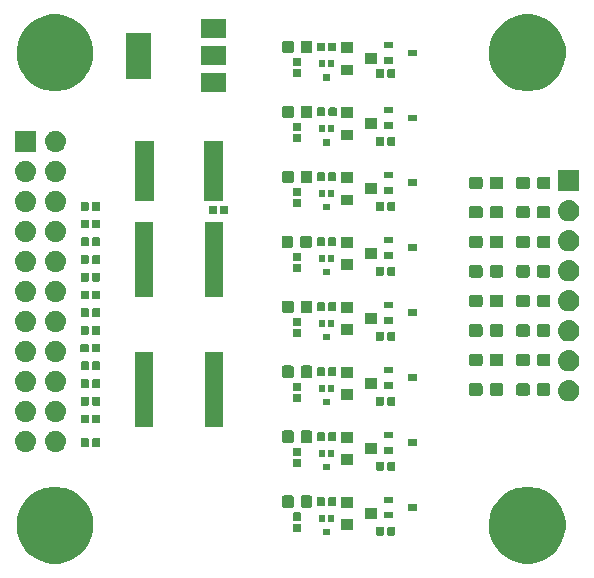
<source format=gbr>
G04 #@! TF.GenerationSoftware,KiCad,Pcbnew,(5.1.0)-1*
G04 #@! TF.CreationDate,2019-05-16T12:54:04-05:00*
G04 #@! TF.ProjectId,GPIODriverVer1,4750494f-4472-4697-9665-72566572312e,rev?*
G04 #@! TF.SameCoordinates,Original*
G04 #@! TF.FileFunction,Soldermask,Top*
G04 #@! TF.FilePolarity,Negative*
%FSLAX46Y46*%
G04 Gerber Fmt 4.6, Leading zero omitted, Abs format (unit mm)*
G04 Created by KiCad (PCBNEW (5.1.0)-1) date 2019-05-16 12:54:04*
%MOMM*%
%LPD*%
G04 APERTURE LIST*
%ADD10C,0.100000*%
G04 APERTURE END LIST*
D10*
G36*
X161884239Y-122311467D02*
G01*
X162198282Y-122373934D01*
X162789926Y-122619001D01*
X163322392Y-122974784D01*
X163775216Y-123427608D01*
X164130999Y-123960074D01*
X164376066Y-124551718D01*
X164438533Y-124865761D01*
X164501000Y-125179803D01*
X164501000Y-125820197D01*
X164462737Y-126012557D01*
X164376066Y-126448282D01*
X164130999Y-127039926D01*
X163775216Y-127572392D01*
X163322392Y-128025216D01*
X162789926Y-128380999D01*
X162198282Y-128626066D01*
X161884239Y-128688533D01*
X161570197Y-128751000D01*
X160929803Y-128751000D01*
X160615761Y-128688533D01*
X160301718Y-128626066D01*
X159710074Y-128380999D01*
X159177608Y-128025216D01*
X158724784Y-127572392D01*
X158369001Y-127039926D01*
X158123934Y-126448282D01*
X158037263Y-126012557D01*
X157999000Y-125820197D01*
X157999000Y-125179803D01*
X158061467Y-124865761D01*
X158123934Y-124551718D01*
X158369001Y-123960074D01*
X158724784Y-123427608D01*
X159177608Y-122974784D01*
X159710074Y-122619001D01*
X160301718Y-122373934D01*
X160615761Y-122311467D01*
X160929803Y-122249000D01*
X161570197Y-122249000D01*
X161884239Y-122311467D01*
X161884239Y-122311467D01*
G37*
G36*
X121884239Y-122311467D02*
G01*
X122198282Y-122373934D01*
X122789926Y-122619001D01*
X123322392Y-122974784D01*
X123775216Y-123427608D01*
X124130999Y-123960074D01*
X124376066Y-124551718D01*
X124438533Y-124865761D01*
X124501000Y-125179803D01*
X124501000Y-125820197D01*
X124462737Y-126012557D01*
X124376066Y-126448282D01*
X124130999Y-127039926D01*
X123775216Y-127572392D01*
X123322392Y-128025216D01*
X122789926Y-128380999D01*
X122198282Y-128626066D01*
X121884239Y-128688533D01*
X121570197Y-128751000D01*
X120929803Y-128751000D01*
X120615761Y-128688533D01*
X120301718Y-128626066D01*
X119710074Y-128380999D01*
X119177608Y-128025216D01*
X118724784Y-127572392D01*
X118369001Y-127039926D01*
X118123934Y-126448282D01*
X118037263Y-126012557D01*
X117999000Y-125820197D01*
X117999000Y-125179803D01*
X118061467Y-124865761D01*
X118123934Y-124551718D01*
X118369001Y-123960074D01*
X118724784Y-123427608D01*
X119177608Y-122974784D01*
X119710074Y-122619001D01*
X120301718Y-122373934D01*
X120615761Y-122311467D01*
X120929803Y-122249000D01*
X121570197Y-122249000D01*
X121884239Y-122311467D01*
X121884239Y-122311467D01*
G37*
G36*
X149021938Y-125631716D02*
G01*
X149042557Y-125637971D01*
X149061553Y-125648124D01*
X149078208Y-125661792D01*
X149091876Y-125678447D01*
X149102029Y-125697443D01*
X149108284Y-125718062D01*
X149111000Y-125745640D01*
X149111000Y-126254360D01*
X149108284Y-126281938D01*
X149102029Y-126302557D01*
X149091876Y-126321553D01*
X149078208Y-126338208D01*
X149061553Y-126351876D01*
X149042557Y-126362029D01*
X149021938Y-126368284D01*
X148994360Y-126371000D01*
X148535640Y-126371000D01*
X148508062Y-126368284D01*
X148487443Y-126362029D01*
X148468447Y-126351876D01*
X148451792Y-126338208D01*
X148438124Y-126321553D01*
X148427971Y-126302557D01*
X148421716Y-126281938D01*
X148419000Y-126254360D01*
X148419000Y-125745640D01*
X148421716Y-125718062D01*
X148427971Y-125697443D01*
X148438124Y-125678447D01*
X148451792Y-125661792D01*
X148468447Y-125648124D01*
X148487443Y-125637971D01*
X148508062Y-125631716D01*
X148535640Y-125629000D01*
X148994360Y-125629000D01*
X149021938Y-125631716D01*
X149021938Y-125631716D01*
G37*
G36*
X149991938Y-125631716D02*
G01*
X150012557Y-125637971D01*
X150031553Y-125648124D01*
X150048208Y-125661792D01*
X150061876Y-125678447D01*
X150072029Y-125697443D01*
X150078284Y-125718062D01*
X150081000Y-125745640D01*
X150081000Y-126254360D01*
X150078284Y-126281938D01*
X150072029Y-126302557D01*
X150061876Y-126321553D01*
X150048208Y-126338208D01*
X150031553Y-126351876D01*
X150012557Y-126362029D01*
X149991938Y-126368284D01*
X149964360Y-126371000D01*
X149505640Y-126371000D01*
X149478062Y-126368284D01*
X149457443Y-126362029D01*
X149438447Y-126351876D01*
X149421792Y-126338208D01*
X149408124Y-126321553D01*
X149397971Y-126302557D01*
X149391716Y-126281938D01*
X149389000Y-126254360D01*
X149389000Y-125745640D01*
X149391716Y-125718062D01*
X149397971Y-125697443D01*
X149408124Y-125678447D01*
X149421792Y-125661792D01*
X149438447Y-125648124D01*
X149457443Y-125637971D01*
X149478062Y-125631716D01*
X149505640Y-125629000D01*
X149964360Y-125629000D01*
X149991938Y-125631716D01*
X149991938Y-125631716D01*
G37*
G36*
X144551000Y-126351000D02*
G01*
X143949000Y-126351000D01*
X143949000Y-125799000D01*
X144551000Y-125799000D01*
X144551000Y-126351000D01*
X144551000Y-126351000D01*
G37*
G36*
X142031938Y-125391716D02*
G01*
X142052557Y-125397971D01*
X142071553Y-125408124D01*
X142088208Y-125421792D01*
X142101876Y-125438447D01*
X142112029Y-125457443D01*
X142118284Y-125478062D01*
X142121000Y-125505640D01*
X142121000Y-125964360D01*
X142118284Y-125991938D01*
X142112029Y-126012557D01*
X142101876Y-126031553D01*
X142088208Y-126048208D01*
X142071553Y-126061876D01*
X142052557Y-126072029D01*
X142031938Y-126078284D01*
X142004360Y-126081000D01*
X141495640Y-126081000D01*
X141468062Y-126078284D01*
X141447443Y-126072029D01*
X141428447Y-126061876D01*
X141411792Y-126048208D01*
X141398124Y-126031553D01*
X141387971Y-126012557D01*
X141381716Y-125991938D01*
X141379000Y-125964360D01*
X141379000Y-125505640D01*
X141381716Y-125478062D01*
X141387971Y-125457443D01*
X141398124Y-125438447D01*
X141411792Y-125421792D01*
X141428447Y-125408124D01*
X141447443Y-125397971D01*
X141468062Y-125391716D01*
X141495640Y-125389000D01*
X142004360Y-125389000D01*
X142031938Y-125391716D01*
X142031938Y-125391716D01*
G37*
G36*
X146501000Y-125901000D02*
G01*
X145499000Y-125901000D01*
X145499000Y-124999000D01*
X146501000Y-124999000D01*
X146501000Y-125901000D01*
X146501000Y-125901000D01*
G37*
G36*
X144101000Y-125201000D02*
G01*
X143599000Y-125201000D01*
X143599000Y-124649000D01*
X144101000Y-124649000D01*
X144101000Y-125201000D01*
X144101000Y-125201000D01*
G37*
G36*
X144901000Y-125201000D02*
G01*
X144399000Y-125201000D01*
X144399000Y-124649000D01*
X144901000Y-124649000D01*
X144901000Y-125201000D01*
X144901000Y-125201000D01*
G37*
G36*
X142031938Y-124421716D02*
G01*
X142052557Y-124427971D01*
X142071553Y-124438124D01*
X142088208Y-124451792D01*
X142101876Y-124468447D01*
X142112029Y-124487443D01*
X142118284Y-124508062D01*
X142121000Y-124535640D01*
X142121000Y-124994360D01*
X142118284Y-125021938D01*
X142112029Y-125042557D01*
X142101876Y-125061553D01*
X142088208Y-125078208D01*
X142071553Y-125091876D01*
X142052557Y-125102029D01*
X142031938Y-125108284D01*
X142004360Y-125111000D01*
X141495640Y-125111000D01*
X141468062Y-125108284D01*
X141447443Y-125102029D01*
X141428447Y-125091876D01*
X141411792Y-125078208D01*
X141398124Y-125061553D01*
X141387971Y-125042557D01*
X141381716Y-125021938D01*
X141379000Y-124994360D01*
X141379000Y-124535640D01*
X141381716Y-124508062D01*
X141387971Y-124487443D01*
X141398124Y-124468447D01*
X141411792Y-124451792D01*
X141428447Y-124438124D01*
X141447443Y-124427971D01*
X141468062Y-124421716D01*
X141495640Y-124419000D01*
X142004360Y-124419000D01*
X142031938Y-124421716D01*
X142031938Y-124421716D01*
G37*
G36*
X148501000Y-124951000D02*
G01*
X147499000Y-124951000D01*
X147499000Y-124049000D01*
X148501000Y-124049000D01*
X148501000Y-124951000D01*
X148501000Y-124951000D01*
G37*
G36*
X149901000Y-124926000D02*
G01*
X149099000Y-124926000D01*
X149099000Y-124374000D01*
X149901000Y-124374000D01*
X149901000Y-124926000D01*
X149901000Y-124926000D01*
G37*
G36*
X151901000Y-124276000D02*
G01*
X151099000Y-124276000D01*
X151099000Y-123724000D01*
X151901000Y-123724000D01*
X151901000Y-124276000D01*
X151901000Y-124276000D01*
G37*
G36*
X142879591Y-122978085D02*
G01*
X142913569Y-122988393D01*
X142944890Y-123005134D01*
X142972339Y-123027661D01*
X142994866Y-123055110D01*
X143011607Y-123086431D01*
X143021915Y-123120409D01*
X143026000Y-123161890D01*
X143026000Y-123838110D01*
X143021915Y-123879591D01*
X143011607Y-123913569D01*
X142994866Y-123944890D01*
X142972339Y-123972339D01*
X142944890Y-123994866D01*
X142913569Y-124011607D01*
X142879591Y-124021915D01*
X142838110Y-124026000D01*
X142236890Y-124026000D01*
X142195409Y-124021915D01*
X142161431Y-124011607D01*
X142130110Y-123994866D01*
X142102661Y-123972339D01*
X142080134Y-123944890D01*
X142063393Y-123913569D01*
X142053085Y-123879591D01*
X142049000Y-123838110D01*
X142049000Y-123161890D01*
X142053085Y-123120409D01*
X142063393Y-123086431D01*
X142080134Y-123055110D01*
X142102661Y-123027661D01*
X142130110Y-123005134D01*
X142161431Y-122988393D01*
X142195409Y-122978085D01*
X142236890Y-122974000D01*
X142838110Y-122974000D01*
X142879591Y-122978085D01*
X142879591Y-122978085D01*
G37*
G36*
X141304591Y-122978085D02*
G01*
X141338569Y-122988393D01*
X141369890Y-123005134D01*
X141397339Y-123027661D01*
X141419866Y-123055110D01*
X141436607Y-123086431D01*
X141446915Y-123120409D01*
X141451000Y-123161890D01*
X141451000Y-123838110D01*
X141446915Y-123879591D01*
X141436607Y-123913569D01*
X141419866Y-123944890D01*
X141397339Y-123972339D01*
X141369890Y-123994866D01*
X141338569Y-124011607D01*
X141304591Y-124021915D01*
X141263110Y-124026000D01*
X140661890Y-124026000D01*
X140620409Y-124021915D01*
X140586431Y-124011607D01*
X140555110Y-123994866D01*
X140527661Y-123972339D01*
X140505134Y-123944890D01*
X140488393Y-123913569D01*
X140478085Y-123879591D01*
X140474000Y-123838110D01*
X140474000Y-123161890D01*
X140478085Y-123120409D01*
X140488393Y-123086431D01*
X140505134Y-123055110D01*
X140527661Y-123027661D01*
X140555110Y-123005134D01*
X140586431Y-122988393D01*
X140620409Y-122978085D01*
X140661890Y-122974000D01*
X141263110Y-122974000D01*
X141304591Y-122978085D01*
X141304591Y-122978085D01*
G37*
G36*
X146501000Y-124001000D02*
G01*
X145499000Y-124001000D01*
X145499000Y-123099000D01*
X146501000Y-123099000D01*
X146501000Y-124001000D01*
X146501000Y-124001000D01*
G37*
G36*
X144991938Y-123131716D02*
G01*
X145012557Y-123137971D01*
X145031553Y-123148124D01*
X145048208Y-123161792D01*
X145061876Y-123178447D01*
X145072029Y-123197443D01*
X145078284Y-123218062D01*
X145081000Y-123245640D01*
X145081000Y-123754360D01*
X145078284Y-123781938D01*
X145072029Y-123802557D01*
X145061876Y-123821553D01*
X145048208Y-123838208D01*
X145031553Y-123851876D01*
X145012557Y-123862029D01*
X144991938Y-123868284D01*
X144964360Y-123871000D01*
X144505640Y-123871000D01*
X144478062Y-123868284D01*
X144457443Y-123862029D01*
X144438447Y-123851876D01*
X144421792Y-123838208D01*
X144408124Y-123821553D01*
X144397971Y-123802557D01*
X144391716Y-123781938D01*
X144389000Y-123754360D01*
X144389000Y-123245640D01*
X144391716Y-123218062D01*
X144397971Y-123197443D01*
X144408124Y-123178447D01*
X144421792Y-123161792D01*
X144438447Y-123148124D01*
X144457443Y-123137971D01*
X144478062Y-123131716D01*
X144505640Y-123129000D01*
X144964360Y-123129000D01*
X144991938Y-123131716D01*
X144991938Y-123131716D01*
G37*
G36*
X144021938Y-123131716D02*
G01*
X144042557Y-123137971D01*
X144061553Y-123148124D01*
X144078208Y-123161792D01*
X144091876Y-123178447D01*
X144102029Y-123197443D01*
X144108284Y-123218062D01*
X144111000Y-123245640D01*
X144111000Y-123754360D01*
X144108284Y-123781938D01*
X144102029Y-123802557D01*
X144091876Y-123821553D01*
X144078208Y-123838208D01*
X144061553Y-123851876D01*
X144042557Y-123862029D01*
X144021938Y-123868284D01*
X143994360Y-123871000D01*
X143535640Y-123871000D01*
X143508062Y-123868284D01*
X143487443Y-123862029D01*
X143468447Y-123851876D01*
X143451792Y-123838208D01*
X143438124Y-123821553D01*
X143427971Y-123802557D01*
X143421716Y-123781938D01*
X143419000Y-123754360D01*
X143419000Y-123245640D01*
X143421716Y-123218062D01*
X143427971Y-123197443D01*
X143438124Y-123178447D01*
X143451792Y-123161792D01*
X143468447Y-123148124D01*
X143487443Y-123137971D01*
X143508062Y-123131716D01*
X143535640Y-123129000D01*
X143994360Y-123129000D01*
X144021938Y-123131716D01*
X144021938Y-123131716D01*
G37*
G36*
X149901000Y-123626000D02*
G01*
X149099000Y-123626000D01*
X149099000Y-123074000D01*
X149901000Y-123074000D01*
X149901000Y-123626000D01*
X149901000Y-123626000D01*
G37*
G36*
X149021938Y-120131716D02*
G01*
X149042557Y-120137971D01*
X149061553Y-120148124D01*
X149078208Y-120161792D01*
X149091876Y-120178447D01*
X149102029Y-120197443D01*
X149108284Y-120218062D01*
X149111000Y-120245640D01*
X149111000Y-120754360D01*
X149108284Y-120781938D01*
X149102029Y-120802557D01*
X149091876Y-120821553D01*
X149078208Y-120838208D01*
X149061553Y-120851876D01*
X149042557Y-120862029D01*
X149021938Y-120868284D01*
X148994360Y-120871000D01*
X148535640Y-120871000D01*
X148508062Y-120868284D01*
X148487443Y-120862029D01*
X148468447Y-120851876D01*
X148451792Y-120838208D01*
X148438124Y-120821553D01*
X148427971Y-120802557D01*
X148421716Y-120781938D01*
X148419000Y-120754360D01*
X148419000Y-120245640D01*
X148421716Y-120218062D01*
X148427971Y-120197443D01*
X148438124Y-120178447D01*
X148451792Y-120161792D01*
X148468447Y-120148124D01*
X148487443Y-120137971D01*
X148508062Y-120131716D01*
X148535640Y-120129000D01*
X148994360Y-120129000D01*
X149021938Y-120131716D01*
X149021938Y-120131716D01*
G37*
G36*
X149991938Y-120131716D02*
G01*
X150012557Y-120137971D01*
X150031553Y-120148124D01*
X150048208Y-120161792D01*
X150061876Y-120178447D01*
X150072029Y-120197443D01*
X150078284Y-120218062D01*
X150081000Y-120245640D01*
X150081000Y-120754360D01*
X150078284Y-120781938D01*
X150072029Y-120802557D01*
X150061876Y-120821553D01*
X150048208Y-120838208D01*
X150031553Y-120851876D01*
X150012557Y-120862029D01*
X149991938Y-120868284D01*
X149964360Y-120871000D01*
X149505640Y-120871000D01*
X149478062Y-120868284D01*
X149457443Y-120862029D01*
X149438447Y-120851876D01*
X149421792Y-120838208D01*
X149408124Y-120821553D01*
X149397971Y-120802557D01*
X149391716Y-120781938D01*
X149389000Y-120754360D01*
X149389000Y-120245640D01*
X149391716Y-120218062D01*
X149397971Y-120197443D01*
X149408124Y-120178447D01*
X149421792Y-120161792D01*
X149438447Y-120148124D01*
X149457443Y-120137971D01*
X149478062Y-120131716D01*
X149505640Y-120129000D01*
X149964360Y-120129000D01*
X149991938Y-120131716D01*
X149991938Y-120131716D01*
G37*
G36*
X144551000Y-120851000D02*
G01*
X143949000Y-120851000D01*
X143949000Y-120299000D01*
X144551000Y-120299000D01*
X144551000Y-120851000D01*
X144551000Y-120851000D01*
G37*
G36*
X142031938Y-119891716D02*
G01*
X142052557Y-119897971D01*
X142071553Y-119908124D01*
X142088208Y-119921792D01*
X142101876Y-119938447D01*
X142112029Y-119957443D01*
X142118284Y-119978062D01*
X142121000Y-120005640D01*
X142121000Y-120464360D01*
X142118284Y-120491938D01*
X142112029Y-120512557D01*
X142101876Y-120531553D01*
X142088208Y-120548208D01*
X142071553Y-120561876D01*
X142052557Y-120572029D01*
X142031938Y-120578284D01*
X142004360Y-120581000D01*
X141495640Y-120581000D01*
X141468062Y-120578284D01*
X141447443Y-120572029D01*
X141428447Y-120561876D01*
X141411792Y-120548208D01*
X141398124Y-120531553D01*
X141387971Y-120512557D01*
X141381716Y-120491938D01*
X141379000Y-120464360D01*
X141379000Y-120005640D01*
X141381716Y-119978062D01*
X141387971Y-119957443D01*
X141398124Y-119938447D01*
X141411792Y-119921792D01*
X141428447Y-119908124D01*
X141447443Y-119897971D01*
X141468062Y-119891716D01*
X141495640Y-119889000D01*
X142004360Y-119889000D01*
X142031938Y-119891716D01*
X142031938Y-119891716D01*
G37*
G36*
X146501000Y-120401000D02*
G01*
X145499000Y-120401000D01*
X145499000Y-119499000D01*
X146501000Y-119499000D01*
X146501000Y-120401000D01*
X146501000Y-120401000D01*
G37*
G36*
X144101000Y-119701000D02*
G01*
X143599000Y-119701000D01*
X143599000Y-119149000D01*
X144101000Y-119149000D01*
X144101000Y-119701000D01*
X144101000Y-119701000D01*
G37*
G36*
X144901000Y-119701000D02*
G01*
X144399000Y-119701000D01*
X144399000Y-119149000D01*
X144901000Y-119149000D01*
X144901000Y-119701000D01*
X144901000Y-119701000D01*
G37*
G36*
X142031938Y-118921716D02*
G01*
X142052557Y-118927971D01*
X142071553Y-118938124D01*
X142088208Y-118951792D01*
X142101876Y-118968447D01*
X142112029Y-118987443D01*
X142118284Y-119008062D01*
X142121000Y-119035640D01*
X142121000Y-119494360D01*
X142118284Y-119521938D01*
X142112029Y-119542557D01*
X142101876Y-119561553D01*
X142088208Y-119578208D01*
X142071553Y-119591876D01*
X142052557Y-119602029D01*
X142031938Y-119608284D01*
X142004360Y-119611000D01*
X141495640Y-119611000D01*
X141468062Y-119608284D01*
X141447443Y-119602029D01*
X141428447Y-119591876D01*
X141411792Y-119578208D01*
X141398124Y-119561553D01*
X141387971Y-119542557D01*
X141381716Y-119521938D01*
X141379000Y-119494360D01*
X141379000Y-119035640D01*
X141381716Y-119008062D01*
X141387971Y-118987443D01*
X141398124Y-118968447D01*
X141411792Y-118951792D01*
X141428447Y-118938124D01*
X141447443Y-118927971D01*
X141468062Y-118921716D01*
X141495640Y-118919000D01*
X142004360Y-118919000D01*
X142031938Y-118921716D01*
X142031938Y-118921716D01*
G37*
G36*
X148501000Y-119451000D02*
G01*
X147499000Y-119451000D01*
X147499000Y-118549000D01*
X148501000Y-118549000D01*
X148501000Y-119451000D01*
X148501000Y-119451000D01*
G37*
G36*
X149901000Y-119426000D02*
G01*
X149099000Y-119426000D01*
X149099000Y-118874000D01*
X149901000Y-118874000D01*
X149901000Y-119426000D01*
X149901000Y-119426000D01*
G37*
G36*
X121396539Y-117505134D02*
G01*
X121466627Y-117512037D01*
X121636466Y-117563557D01*
X121792991Y-117647222D01*
X121821476Y-117670599D01*
X121930186Y-117759814D01*
X122013448Y-117861271D01*
X122042778Y-117897009D01*
X122126443Y-118053534D01*
X122177963Y-118223373D01*
X122195359Y-118400000D01*
X122177963Y-118576627D01*
X122126443Y-118746466D01*
X122042778Y-118902991D01*
X122022277Y-118927971D01*
X121930186Y-119040186D01*
X121828729Y-119123448D01*
X121792991Y-119152778D01*
X121636466Y-119236443D01*
X121466627Y-119287963D01*
X121400442Y-119294482D01*
X121334260Y-119301000D01*
X121245740Y-119301000D01*
X121179558Y-119294482D01*
X121113373Y-119287963D01*
X120943534Y-119236443D01*
X120787009Y-119152778D01*
X120751271Y-119123448D01*
X120649814Y-119040186D01*
X120557723Y-118927971D01*
X120537222Y-118902991D01*
X120453557Y-118746466D01*
X120402037Y-118576627D01*
X120384641Y-118400000D01*
X120402037Y-118223373D01*
X120453557Y-118053534D01*
X120537222Y-117897009D01*
X120566552Y-117861271D01*
X120649814Y-117759814D01*
X120758524Y-117670599D01*
X120787009Y-117647222D01*
X120943534Y-117563557D01*
X121113373Y-117512037D01*
X121183461Y-117505134D01*
X121245740Y-117499000D01*
X121334260Y-117499000D01*
X121396539Y-117505134D01*
X121396539Y-117505134D01*
G37*
G36*
X118856539Y-117505134D02*
G01*
X118926627Y-117512037D01*
X119096466Y-117563557D01*
X119252991Y-117647222D01*
X119281476Y-117670599D01*
X119390186Y-117759814D01*
X119473448Y-117861271D01*
X119502778Y-117897009D01*
X119586443Y-118053534D01*
X119637963Y-118223373D01*
X119655359Y-118400000D01*
X119637963Y-118576627D01*
X119586443Y-118746466D01*
X119502778Y-118902991D01*
X119482277Y-118927971D01*
X119390186Y-119040186D01*
X119288729Y-119123448D01*
X119252991Y-119152778D01*
X119096466Y-119236443D01*
X118926627Y-119287963D01*
X118860442Y-119294482D01*
X118794260Y-119301000D01*
X118705740Y-119301000D01*
X118639558Y-119294482D01*
X118573373Y-119287963D01*
X118403534Y-119236443D01*
X118247009Y-119152778D01*
X118211271Y-119123448D01*
X118109814Y-119040186D01*
X118017723Y-118927971D01*
X117997222Y-118902991D01*
X117913557Y-118746466D01*
X117862037Y-118576627D01*
X117844641Y-118400000D01*
X117862037Y-118223373D01*
X117913557Y-118053534D01*
X117997222Y-117897009D01*
X118026552Y-117861271D01*
X118109814Y-117759814D01*
X118218524Y-117670599D01*
X118247009Y-117647222D01*
X118403534Y-117563557D01*
X118573373Y-117512037D01*
X118643461Y-117505134D01*
X118705740Y-117499000D01*
X118794260Y-117499000D01*
X118856539Y-117505134D01*
X118856539Y-117505134D01*
G37*
G36*
X124991938Y-118131716D02*
G01*
X125012557Y-118137971D01*
X125031553Y-118148124D01*
X125048208Y-118161792D01*
X125061876Y-118178447D01*
X125072029Y-118197443D01*
X125078284Y-118218062D01*
X125081000Y-118245640D01*
X125081000Y-118754360D01*
X125078284Y-118781938D01*
X125072029Y-118802557D01*
X125061876Y-118821553D01*
X125048208Y-118838208D01*
X125031553Y-118851876D01*
X125012557Y-118862029D01*
X124991938Y-118868284D01*
X124964360Y-118871000D01*
X124505640Y-118871000D01*
X124478062Y-118868284D01*
X124457443Y-118862029D01*
X124438447Y-118851876D01*
X124421792Y-118838208D01*
X124408124Y-118821553D01*
X124397971Y-118802557D01*
X124391716Y-118781938D01*
X124389000Y-118754360D01*
X124389000Y-118245640D01*
X124391716Y-118218062D01*
X124397971Y-118197443D01*
X124408124Y-118178447D01*
X124421792Y-118161792D01*
X124438447Y-118148124D01*
X124457443Y-118137971D01*
X124478062Y-118131716D01*
X124505640Y-118129000D01*
X124964360Y-118129000D01*
X124991938Y-118131716D01*
X124991938Y-118131716D01*
G37*
G36*
X124021938Y-118131716D02*
G01*
X124042557Y-118137971D01*
X124061553Y-118148124D01*
X124078208Y-118161792D01*
X124091876Y-118178447D01*
X124102029Y-118197443D01*
X124108284Y-118218062D01*
X124111000Y-118245640D01*
X124111000Y-118754360D01*
X124108284Y-118781938D01*
X124102029Y-118802557D01*
X124091876Y-118821553D01*
X124078208Y-118838208D01*
X124061553Y-118851876D01*
X124042557Y-118862029D01*
X124021938Y-118868284D01*
X123994360Y-118871000D01*
X123535640Y-118871000D01*
X123508062Y-118868284D01*
X123487443Y-118862029D01*
X123468447Y-118851876D01*
X123451792Y-118838208D01*
X123438124Y-118821553D01*
X123427971Y-118802557D01*
X123421716Y-118781938D01*
X123419000Y-118754360D01*
X123419000Y-118245640D01*
X123421716Y-118218062D01*
X123427971Y-118197443D01*
X123438124Y-118178447D01*
X123451792Y-118161792D01*
X123468447Y-118148124D01*
X123487443Y-118137971D01*
X123508062Y-118131716D01*
X123535640Y-118129000D01*
X123994360Y-118129000D01*
X124021938Y-118131716D01*
X124021938Y-118131716D01*
G37*
G36*
X151901000Y-118776000D02*
G01*
X151099000Y-118776000D01*
X151099000Y-118224000D01*
X151901000Y-118224000D01*
X151901000Y-118776000D01*
X151901000Y-118776000D01*
G37*
G36*
X141304591Y-117478085D02*
G01*
X141338569Y-117488393D01*
X141369890Y-117505134D01*
X141397339Y-117527661D01*
X141419866Y-117555110D01*
X141436607Y-117586431D01*
X141446915Y-117620409D01*
X141451000Y-117661890D01*
X141451000Y-118338110D01*
X141446915Y-118379591D01*
X141436607Y-118413569D01*
X141419866Y-118444890D01*
X141397339Y-118472339D01*
X141369890Y-118494866D01*
X141338569Y-118511607D01*
X141304591Y-118521915D01*
X141263110Y-118526000D01*
X140661890Y-118526000D01*
X140620409Y-118521915D01*
X140586431Y-118511607D01*
X140555110Y-118494866D01*
X140527661Y-118472339D01*
X140505134Y-118444890D01*
X140488393Y-118413569D01*
X140478085Y-118379591D01*
X140474000Y-118338110D01*
X140474000Y-117661890D01*
X140478085Y-117620409D01*
X140488393Y-117586431D01*
X140505134Y-117555110D01*
X140527661Y-117527661D01*
X140555110Y-117505134D01*
X140586431Y-117488393D01*
X140620409Y-117478085D01*
X140661890Y-117474000D01*
X141263110Y-117474000D01*
X141304591Y-117478085D01*
X141304591Y-117478085D01*
G37*
G36*
X142879591Y-117478085D02*
G01*
X142913569Y-117488393D01*
X142944890Y-117505134D01*
X142972339Y-117527661D01*
X142994866Y-117555110D01*
X143011607Y-117586431D01*
X143021915Y-117620409D01*
X143026000Y-117661890D01*
X143026000Y-118338110D01*
X143021915Y-118379591D01*
X143011607Y-118413569D01*
X142994866Y-118444890D01*
X142972339Y-118472339D01*
X142944890Y-118494866D01*
X142913569Y-118511607D01*
X142879591Y-118521915D01*
X142838110Y-118526000D01*
X142236890Y-118526000D01*
X142195409Y-118521915D01*
X142161431Y-118511607D01*
X142130110Y-118494866D01*
X142102661Y-118472339D01*
X142080134Y-118444890D01*
X142063393Y-118413569D01*
X142053085Y-118379591D01*
X142049000Y-118338110D01*
X142049000Y-117661890D01*
X142053085Y-117620409D01*
X142063393Y-117586431D01*
X142080134Y-117555110D01*
X142102661Y-117527661D01*
X142130110Y-117505134D01*
X142161431Y-117488393D01*
X142195409Y-117478085D01*
X142236890Y-117474000D01*
X142838110Y-117474000D01*
X142879591Y-117478085D01*
X142879591Y-117478085D01*
G37*
G36*
X146501000Y-118501000D02*
G01*
X145499000Y-118501000D01*
X145499000Y-117599000D01*
X146501000Y-117599000D01*
X146501000Y-118501000D01*
X146501000Y-118501000D01*
G37*
G36*
X144991938Y-117631716D02*
G01*
X145012557Y-117637971D01*
X145031553Y-117648124D01*
X145048208Y-117661792D01*
X145061876Y-117678447D01*
X145072029Y-117697443D01*
X145078284Y-117718062D01*
X145081000Y-117745640D01*
X145081000Y-118254360D01*
X145078284Y-118281938D01*
X145072029Y-118302557D01*
X145061876Y-118321553D01*
X145048208Y-118338208D01*
X145031553Y-118351876D01*
X145012557Y-118362029D01*
X144991938Y-118368284D01*
X144964360Y-118371000D01*
X144505640Y-118371000D01*
X144478062Y-118368284D01*
X144457443Y-118362029D01*
X144438447Y-118351876D01*
X144421792Y-118338208D01*
X144408124Y-118321553D01*
X144397971Y-118302557D01*
X144391716Y-118281938D01*
X144389000Y-118254360D01*
X144389000Y-117745640D01*
X144391716Y-117718062D01*
X144397971Y-117697443D01*
X144408124Y-117678447D01*
X144421792Y-117661792D01*
X144438447Y-117648124D01*
X144457443Y-117637971D01*
X144478062Y-117631716D01*
X144505640Y-117629000D01*
X144964360Y-117629000D01*
X144991938Y-117631716D01*
X144991938Y-117631716D01*
G37*
G36*
X144021938Y-117631716D02*
G01*
X144042557Y-117637971D01*
X144061553Y-117648124D01*
X144078208Y-117661792D01*
X144091876Y-117678447D01*
X144102029Y-117697443D01*
X144108284Y-117718062D01*
X144111000Y-117745640D01*
X144111000Y-118254360D01*
X144108284Y-118281938D01*
X144102029Y-118302557D01*
X144091876Y-118321553D01*
X144078208Y-118338208D01*
X144061553Y-118351876D01*
X144042557Y-118362029D01*
X144021938Y-118368284D01*
X143994360Y-118371000D01*
X143535640Y-118371000D01*
X143508062Y-118368284D01*
X143487443Y-118362029D01*
X143468447Y-118351876D01*
X143451792Y-118338208D01*
X143438124Y-118321553D01*
X143427971Y-118302557D01*
X143421716Y-118281938D01*
X143419000Y-118254360D01*
X143419000Y-117745640D01*
X143421716Y-117718062D01*
X143427971Y-117697443D01*
X143438124Y-117678447D01*
X143451792Y-117661792D01*
X143468447Y-117648124D01*
X143487443Y-117637971D01*
X143508062Y-117631716D01*
X143535640Y-117629000D01*
X143994360Y-117629000D01*
X144021938Y-117631716D01*
X144021938Y-117631716D01*
G37*
G36*
X149901000Y-118126000D02*
G01*
X149099000Y-118126000D01*
X149099000Y-117574000D01*
X149901000Y-117574000D01*
X149901000Y-118126000D01*
X149901000Y-118126000D01*
G37*
G36*
X129576000Y-117201000D02*
G01*
X128024000Y-117201000D01*
X128024000Y-110799000D01*
X129576000Y-110799000D01*
X129576000Y-117201000D01*
X129576000Y-117201000D01*
G37*
G36*
X135476000Y-117201000D02*
G01*
X133924000Y-117201000D01*
X133924000Y-110799000D01*
X135476000Y-110799000D01*
X135476000Y-117201000D01*
X135476000Y-117201000D01*
G37*
G36*
X124991938Y-116131716D02*
G01*
X125012557Y-116137971D01*
X125031553Y-116148124D01*
X125048208Y-116161792D01*
X125061876Y-116178447D01*
X125072029Y-116197443D01*
X125078284Y-116218062D01*
X125081000Y-116245640D01*
X125081000Y-116754360D01*
X125078284Y-116781938D01*
X125072029Y-116802557D01*
X125061876Y-116821553D01*
X125048208Y-116838208D01*
X125031553Y-116851876D01*
X125012557Y-116862029D01*
X124991938Y-116868284D01*
X124964360Y-116871000D01*
X124505640Y-116871000D01*
X124478062Y-116868284D01*
X124457443Y-116862029D01*
X124438447Y-116851876D01*
X124421792Y-116838208D01*
X124408124Y-116821553D01*
X124397971Y-116802557D01*
X124391716Y-116781938D01*
X124389000Y-116754360D01*
X124389000Y-116245640D01*
X124391716Y-116218062D01*
X124397971Y-116197443D01*
X124408124Y-116178447D01*
X124421792Y-116161792D01*
X124438447Y-116148124D01*
X124457443Y-116137971D01*
X124478062Y-116131716D01*
X124505640Y-116129000D01*
X124964360Y-116129000D01*
X124991938Y-116131716D01*
X124991938Y-116131716D01*
G37*
G36*
X124021938Y-116131716D02*
G01*
X124042557Y-116137971D01*
X124061553Y-116148124D01*
X124078208Y-116161792D01*
X124091876Y-116178447D01*
X124102029Y-116197443D01*
X124108284Y-116218062D01*
X124111000Y-116245640D01*
X124111000Y-116754360D01*
X124108284Y-116781938D01*
X124102029Y-116802557D01*
X124091876Y-116821553D01*
X124078208Y-116838208D01*
X124061553Y-116851876D01*
X124042557Y-116862029D01*
X124021938Y-116868284D01*
X123994360Y-116871000D01*
X123535640Y-116871000D01*
X123508062Y-116868284D01*
X123487443Y-116862029D01*
X123468447Y-116851876D01*
X123451792Y-116838208D01*
X123438124Y-116821553D01*
X123427971Y-116802557D01*
X123421716Y-116781938D01*
X123419000Y-116754360D01*
X123419000Y-116245640D01*
X123421716Y-116218062D01*
X123427971Y-116197443D01*
X123438124Y-116178447D01*
X123451792Y-116161792D01*
X123468447Y-116148124D01*
X123487443Y-116137971D01*
X123508062Y-116131716D01*
X123535640Y-116129000D01*
X123994360Y-116129000D01*
X124021938Y-116131716D01*
X124021938Y-116131716D01*
G37*
G36*
X118860443Y-114965519D02*
G01*
X118926627Y-114972037D01*
X119096466Y-115023557D01*
X119096468Y-115023558D01*
X119137198Y-115045329D01*
X119252991Y-115107222D01*
X119288729Y-115136552D01*
X119390186Y-115219814D01*
X119458090Y-115302557D01*
X119502778Y-115357009D01*
X119586443Y-115513534D01*
X119637963Y-115683373D01*
X119655359Y-115860000D01*
X119637963Y-116036627D01*
X119586443Y-116206466D01*
X119502778Y-116362991D01*
X119473448Y-116398729D01*
X119390186Y-116500186D01*
X119288729Y-116583448D01*
X119252991Y-116612778D01*
X119096466Y-116696443D01*
X118926627Y-116747963D01*
X118861676Y-116754360D01*
X118794260Y-116761000D01*
X118705740Y-116761000D01*
X118638324Y-116754360D01*
X118573373Y-116747963D01*
X118403534Y-116696443D01*
X118247009Y-116612778D01*
X118211271Y-116583448D01*
X118109814Y-116500186D01*
X118026552Y-116398729D01*
X117997222Y-116362991D01*
X117913557Y-116206466D01*
X117862037Y-116036627D01*
X117844641Y-115860000D01*
X117862037Y-115683373D01*
X117913557Y-115513534D01*
X117997222Y-115357009D01*
X118041910Y-115302557D01*
X118109814Y-115219814D01*
X118211271Y-115136552D01*
X118247009Y-115107222D01*
X118362802Y-115045329D01*
X118403532Y-115023558D01*
X118403534Y-115023557D01*
X118573373Y-114972037D01*
X118639557Y-114965519D01*
X118705740Y-114959000D01*
X118794260Y-114959000D01*
X118860443Y-114965519D01*
X118860443Y-114965519D01*
G37*
G36*
X121400443Y-114965519D02*
G01*
X121466627Y-114972037D01*
X121636466Y-115023557D01*
X121636468Y-115023558D01*
X121677198Y-115045329D01*
X121792991Y-115107222D01*
X121828729Y-115136552D01*
X121930186Y-115219814D01*
X121998090Y-115302557D01*
X122042778Y-115357009D01*
X122126443Y-115513534D01*
X122177963Y-115683373D01*
X122195359Y-115860000D01*
X122177963Y-116036627D01*
X122126443Y-116206466D01*
X122042778Y-116362991D01*
X122013448Y-116398729D01*
X121930186Y-116500186D01*
X121828729Y-116583448D01*
X121792991Y-116612778D01*
X121636466Y-116696443D01*
X121466627Y-116747963D01*
X121401676Y-116754360D01*
X121334260Y-116761000D01*
X121245740Y-116761000D01*
X121178324Y-116754360D01*
X121113373Y-116747963D01*
X120943534Y-116696443D01*
X120787009Y-116612778D01*
X120751271Y-116583448D01*
X120649814Y-116500186D01*
X120566552Y-116398729D01*
X120537222Y-116362991D01*
X120453557Y-116206466D01*
X120402037Y-116036627D01*
X120384641Y-115860000D01*
X120402037Y-115683373D01*
X120453557Y-115513534D01*
X120537222Y-115357009D01*
X120581910Y-115302557D01*
X120649814Y-115219814D01*
X120751271Y-115136552D01*
X120787009Y-115107222D01*
X120902802Y-115045329D01*
X120943532Y-115023558D01*
X120943534Y-115023557D01*
X121113373Y-114972037D01*
X121179557Y-114965519D01*
X121245740Y-114959000D01*
X121334260Y-114959000D01*
X121400443Y-114965519D01*
X121400443Y-114965519D01*
G37*
G36*
X124021938Y-114631716D02*
G01*
X124042557Y-114637971D01*
X124061553Y-114648124D01*
X124078208Y-114661792D01*
X124091876Y-114678447D01*
X124102029Y-114697443D01*
X124108284Y-114718062D01*
X124111000Y-114745640D01*
X124111000Y-115254360D01*
X124108284Y-115281938D01*
X124102029Y-115302557D01*
X124091876Y-115321553D01*
X124078208Y-115338208D01*
X124061553Y-115351876D01*
X124042557Y-115362029D01*
X124021938Y-115368284D01*
X123994360Y-115371000D01*
X123535640Y-115371000D01*
X123508062Y-115368284D01*
X123487443Y-115362029D01*
X123468447Y-115351876D01*
X123451792Y-115338208D01*
X123438124Y-115321553D01*
X123427971Y-115302557D01*
X123421716Y-115281938D01*
X123419000Y-115254360D01*
X123419000Y-114745640D01*
X123421716Y-114718062D01*
X123427971Y-114697443D01*
X123438124Y-114678447D01*
X123451792Y-114661792D01*
X123468447Y-114648124D01*
X123487443Y-114637971D01*
X123508062Y-114631716D01*
X123535640Y-114629000D01*
X123994360Y-114629000D01*
X124021938Y-114631716D01*
X124021938Y-114631716D01*
G37*
G36*
X149021938Y-114631716D02*
G01*
X149042557Y-114637971D01*
X149061553Y-114648124D01*
X149078208Y-114661792D01*
X149091876Y-114678447D01*
X149102029Y-114697443D01*
X149108284Y-114718062D01*
X149111000Y-114745640D01*
X149111000Y-115254360D01*
X149108284Y-115281938D01*
X149102029Y-115302557D01*
X149091876Y-115321553D01*
X149078208Y-115338208D01*
X149061553Y-115351876D01*
X149042557Y-115362029D01*
X149021938Y-115368284D01*
X148994360Y-115371000D01*
X148535640Y-115371000D01*
X148508062Y-115368284D01*
X148487443Y-115362029D01*
X148468447Y-115351876D01*
X148451792Y-115338208D01*
X148438124Y-115321553D01*
X148427971Y-115302557D01*
X148421716Y-115281938D01*
X148419000Y-115254360D01*
X148419000Y-114745640D01*
X148421716Y-114718062D01*
X148427971Y-114697443D01*
X148438124Y-114678447D01*
X148451792Y-114661792D01*
X148468447Y-114648124D01*
X148487443Y-114637971D01*
X148508062Y-114631716D01*
X148535640Y-114629000D01*
X148994360Y-114629000D01*
X149021938Y-114631716D01*
X149021938Y-114631716D01*
G37*
G36*
X124991938Y-114631716D02*
G01*
X125012557Y-114637971D01*
X125031553Y-114648124D01*
X125048208Y-114661792D01*
X125061876Y-114678447D01*
X125072029Y-114697443D01*
X125078284Y-114718062D01*
X125081000Y-114745640D01*
X125081000Y-115254360D01*
X125078284Y-115281938D01*
X125072029Y-115302557D01*
X125061876Y-115321553D01*
X125048208Y-115338208D01*
X125031553Y-115351876D01*
X125012557Y-115362029D01*
X124991938Y-115368284D01*
X124964360Y-115371000D01*
X124505640Y-115371000D01*
X124478062Y-115368284D01*
X124457443Y-115362029D01*
X124438447Y-115351876D01*
X124421792Y-115338208D01*
X124408124Y-115321553D01*
X124397971Y-115302557D01*
X124391716Y-115281938D01*
X124389000Y-115254360D01*
X124389000Y-114745640D01*
X124391716Y-114718062D01*
X124397971Y-114697443D01*
X124408124Y-114678447D01*
X124421792Y-114661792D01*
X124438447Y-114648124D01*
X124457443Y-114637971D01*
X124478062Y-114631716D01*
X124505640Y-114629000D01*
X124964360Y-114629000D01*
X124991938Y-114631716D01*
X124991938Y-114631716D01*
G37*
G36*
X149991938Y-114631716D02*
G01*
X150012557Y-114637971D01*
X150031553Y-114648124D01*
X150048208Y-114661792D01*
X150061876Y-114678447D01*
X150072029Y-114697443D01*
X150078284Y-114718062D01*
X150081000Y-114745640D01*
X150081000Y-115254360D01*
X150078284Y-115281938D01*
X150072029Y-115302557D01*
X150061876Y-115321553D01*
X150048208Y-115338208D01*
X150031553Y-115351876D01*
X150012557Y-115362029D01*
X149991938Y-115368284D01*
X149964360Y-115371000D01*
X149505640Y-115371000D01*
X149478062Y-115368284D01*
X149457443Y-115362029D01*
X149438447Y-115351876D01*
X149421792Y-115338208D01*
X149408124Y-115321553D01*
X149397971Y-115302557D01*
X149391716Y-115281938D01*
X149389000Y-115254360D01*
X149389000Y-114745640D01*
X149391716Y-114718062D01*
X149397971Y-114697443D01*
X149408124Y-114678447D01*
X149421792Y-114661792D01*
X149438447Y-114648124D01*
X149457443Y-114637971D01*
X149478062Y-114631716D01*
X149505640Y-114629000D01*
X149964360Y-114629000D01*
X149991938Y-114631716D01*
X149991938Y-114631716D01*
G37*
G36*
X144551000Y-115351000D02*
G01*
X143949000Y-115351000D01*
X143949000Y-114799000D01*
X144551000Y-114799000D01*
X144551000Y-115351000D01*
X144551000Y-115351000D01*
G37*
G36*
X142031938Y-114406716D02*
G01*
X142052557Y-114412971D01*
X142071553Y-114423124D01*
X142088208Y-114436792D01*
X142101876Y-114453447D01*
X142112029Y-114472443D01*
X142118284Y-114493062D01*
X142121000Y-114520640D01*
X142121000Y-114979360D01*
X142118284Y-115006938D01*
X142112029Y-115027557D01*
X142101876Y-115046553D01*
X142088208Y-115063208D01*
X142071553Y-115076876D01*
X142052557Y-115087029D01*
X142031938Y-115093284D01*
X142004360Y-115096000D01*
X141495640Y-115096000D01*
X141468062Y-115093284D01*
X141447443Y-115087029D01*
X141428447Y-115076876D01*
X141411792Y-115063208D01*
X141398124Y-115046553D01*
X141387971Y-115027557D01*
X141381716Y-115006938D01*
X141379000Y-114979360D01*
X141379000Y-114520640D01*
X141381716Y-114493062D01*
X141387971Y-114472443D01*
X141398124Y-114453447D01*
X141411792Y-114436792D01*
X141428447Y-114423124D01*
X141447443Y-114412971D01*
X141468062Y-114406716D01*
X141495640Y-114404000D01*
X142004360Y-114404000D01*
X142031938Y-114406716D01*
X142031938Y-114406716D01*
G37*
G36*
X164860442Y-113225518D02*
G01*
X164926627Y-113232037D01*
X165096466Y-113283557D01*
X165252991Y-113367222D01*
X165288729Y-113396552D01*
X165390186Y-113479814D01*
X165448631Y-113551031D01*
X165502778Y-113617009D01*
X165586443Y-113773534D01*
X165637963Y-113943373D01*
X165655359Y-114120000D01*
X165637963Y-114296627D01*
X165590392Y-114453447D01*
X165586442Y-114466468D01*
X165572951Y-114491708D01*
X165502778Y-114622991D01*
X165490484Y-114637971D01*
X165390186Y-114760186D01*
X165288729Y-114843448D01*
X165252991Y-114872778D01*
X165096466Y-114956443D01*
X164926627Y-115007963D01*
X164860443Y-115014481D01*
X164794260Y-115021000D01*
X164705740Y-115021000D01*
X164639557Y-115014481D01*
X164573373Y-115007963D01*
X164403534Y-114956443D01*
X164247009Y-114872778D01*
X164211271Y-114843448D01*
X164109814Y-114760186D01*
X164009516Y-114637971D01*
X163997222Y-114622991D01*
X163927049Y-114491708D01*
X163913558Y-114466468D01*
X163909608Y-114453447D01*
X163862037Y-114296627D01*
X163844641Y-114120000D01*
X163862037Y-113943373D01*
X163913557Y-113773534D01*
X163997222Y-113617009D01*
X164051369Y-113551031D01*
X164109814Y-113479814D01*
X164211271Y-113396552D01*
X164247009Y-113367222D01*
X164403534Y-113283557D01*
X164573373Y-113232037D01*
X164639558Y-113225518D01*
X164705740Y-113219000D01*
X164794260Y-113219000D01*
X164860442Y-113225518D01*
X164860442Y-113225518D01*
G37*
G36*
X146501000Y-114901000D02*
G01*
X145499000Y-114901000D01*
X145499000Y-113999000D01*
X146501000Y-113999000D01*
X146501000Y-114901000D01*
X146501000Y-114901000D01*
G37*
G36*
X157289499Y-113478445D02*
G01*
X157326995Y-113489820D01*
X157361554Y-113508292D01*
X157391847Y-113533153D01*
X157416708Y-113563446D01*
X157435180Y-113598005D01*
X157446555Y-113635501D01*
X157451000Y-113680638D01*
X157451000Y-114319362D01*
X157446555Y-114364499D01*
X157435180Y-114401995D01*
X157416708Y-114436554D01*
X157391847Y-114466847D01*
X157361554Y-114491708D01*
X157326995Y-114510180D01*
X157289499Y-114521555D01*
X157244362Y-114526000D01*
X156505638Y-114526000D01*
X156460501Y-114521555D01*
X156423005Y-114510180D01*
X156388446Y-114491708D01*
X156358153Y-114466847D01*
X156333292Y-114436554D01*
X156314820Y-114401995D01*
X156303445Y-114364499D01*
X156299000Y-114319362D01*
X156299000Y-113680638D01*
X156303445Y-113635501D01*
X156314820Y-113598005D01*
X156333292Y-113563446D01*
X156358153Y-113533153D01*
X156388446Y-113508292D01*
X156423005Y-113489820D01*
X156460501Y-113478445D01*
X156505638Y-113474000D01*
X157244362Y-113474000D01*
X157289499Y-113478445D01*
X157289499Y-113478445D01*
G37*
G36*
X163039499Y-113478445D02*
G01*
X163076995Y-113489820D01*
X163111554Y-113508292D01*
X163141847Y-113533153D01*
X163166708Y-113563446D01*
X163185180Y-113598005D01*
X163196555Y-113635501D01*
X163201000Y-113680638D01*
X163201000Y-114319362D01*
X163196555Y-114364499D01*
X163185180Y-114401995D01*
X163166708Y-114436554D01*
X163141847Y-114466847D01*
X163111554Y-114491708D01*
X163076995Y-114510180D01*
X163039499Y-114521555D01*
X162994362Y-114526000D01*
X162255638Y-114526000D01*
X162210501Y-114521555D01*
X162173005Y-114510180D01*
X162138446Y-114491708D01*
X162108153Y-114466847D01*
X162083292Y-114436554D01*
X162064820Y-114401995D01*
X162053445Y-114364499D01*
X162049000Y-114319362D01*
X162049000Y-113680638D01*
X162053445Y-113635501D01*
X162064820Y-113598005D01*
X162083292Y-113563446D01*
X162108153Y-113533153D01*
X162138446Y-113508292D01*
X162173005Y-113489820D01*
X162210501Y-113478445D01*
X162255638Y-113474000D01*
X162994362Y-113474000D01*
X163039499Y-113478445D01*
X163039499Y-113478445D01*
G37*
G36*
X161289499Y-113478445D02*
G01*
X161326995Y-113489820D01*
X161361554Y-113508292D01*
X161391847Y-113533153D01*
X161416708Y-113563446D01*
X161435180Y-113598005D01*
X161446555Y-113635501D01*
X161451000Y-113680638D01*
X161451000Y-114319362D01*
X161446555Y-114364499D01*
X161435180Y-114401995D01*
X161416708Y-114436554D01*
X161391847Y-114466847D01*
X161361554Y-114491708D01*
X161326995Y-114510180D01*
X161289499Y-114521555D01*
X161244362Y-114526000D01*
X160505638Y-114526000D01*
X160460501Y-114521555D01*
X160423005Y-114510180D01*
X160388446Y-114491708D01*
X160358153Y-114466847D01*
X160333292Y-114436554D01*
X160314820Y-114401995D01*
X160303445Y-114364499D01*
X160299000Y-114319362D01*
X160299000Y-113680638D01*
X160303445Y-113635501D01*
X160314820Y-113598005D01*
X160333292Y-113563446D01*
X160358153Y-113533153D01*
X160388446Y-113508292D01*
X160423005Y-113489820D01*
X160460501Y-113478445D01*
X160505638Y-113474000D01*
X161244362Y-113474000D01*
X161289499Y-113478445D01*
X161289499Y-113478445D01*
G37*
G36*
X159039499Y-113478445D02*
G01*
X159076995Y-113489820D01*
X159111554Y-113508292D01*
X159141847Y-113533153D01*
X159166708Y-113563446D01*
X159185180Y-113598005D01*
X159196555Y-113635501D01*
X159201000Y-113680638D01*
X159201000Y-114319362D01*
X159196555Y-114364499D01*
X159185180Y-114401995D01*
X159166708Y-114436554D01*
X159141847Y-114466847D01*
X159111554Y-114491708D01*
X159076995Y-114510180D01*
X159039499Y-114521555D01*
X158994362Y-114526000D01*
X158255638Y-114526000D01*
X158210501Y-114521555D01*
X158173005Y-114510180D01*
X158138446Y-114491708D01*
X158108153Y-114466847D01*
X158083292Y-114436554D01*
X158064820Y-114401995D01*
X158053445Y-114364499D01*
X158049000Y-114319362D01*
X158049000Y-113680638D01*
X158053445Y-113635501D01*
X158064820Y-113598005D01*
X158083292Y-113563446D01*
X158108153Y-113533153D01*
X158138446Y-113508292D01*
X158173005Y-113489820D01*
X158210501Y-113478445D01*
X158255638Y-113474000D01*
X158994362Y-113474000D01*
X159039499Y-113478445D01*
X159039499Y-113478445D01*
G37*
G36*
X118860442Y-112425518D02*
G01*
X118926627Y-112432037D01*
X119096466Y-112483557D01*
X119252991Y-112567222D01*
X119288729Y-112596552D01*
X119390186Y-112679814D01*
X119451363Y-112754360D01*
X119502778Y-112817009D01*
X119586443Y-112973534D01*
X119637963Y-113143373D01*
X119655359Y-113320000D01*
X119637963Y-113496627D01*
X119586443Y-113666466D01*
X119502778Y-113822991D01*
X119474185Y-113857831D01*
X119390186Y-113960186D01*
X119330266Y-114009360D01*
X119252991Y-114072778D01*
X119096466Y-114156443D01*
X118926627Y-114207963D01*
X118860442Y-114214482D01*
X118794260Y-114221000D01*
X118705740Y-114221000D01*
X118639558Y-114214482D01*
X118573373Y-114207963D01*
X118403534Y-114156443D01*
X118247009Y-114072778D01*
X118169734Y-114009360D01*
X118109814Y-113960186D01*
X118025815Y-113857831D01*
X117997222Y-113822991D01*
X117913557Y-113666466D01*
X117862037Y-113496627D01*
X117844641Y-113320000D01*
X117862037Y-113143373D01*
X117913557Y-112973534D01*
X117997222Y-112817009D01*
X118048637Y-112754360D01*
X118109814Y-112679814D01*
X118211271Y-112596552D01*
X118247009Y-112567222D01*
X118403534Y-112483557D01*
X118573373Y-112432037D01*
X118639558Y-112425518D01*
X118705740Y-112419000D01*
X118794260Y-112419000D01*
X118860442Y-112425518D01*
X118860442Y-112425518D01*
G37*
G36*
X121400442Y-112425518D02*
G01*
X121466627Y-112432037D01*
X121636466Y-112483557D01*
X121792991Y-112567222D01*
X121828729Y-112596552D01*
X121930186Y-112679814D01*
X121991363Y-112754360D01*
X122042778Y-112817009D01*
X122126443Y-112973534D01*
X122177963Y-113143373D01*
X122195359Y-113320000D01*
X122177963Y-113496627D01*
X122126443Y-113666466D01*
X122042778Y-113822991D01*
X122014185Y-113857831D01*
X121930186Y-113960186D01*
X121870266Y-114009360D01*
X121792991Y-114072778D01*
X121636466Y-114156443D01*
X121466627Y-114207963D01*
X121400442Y-114214482D01*
X121334260Y-114221000D01*
X121245740Y-114221000D01*
X121179558Y-114214482D01*
X121113373Y-114207963D01*
X120943534Y-114156443D01*
X120787009Y-114072778D01*
X120709734Y-114009360D01*
X120649814Y-113960186D01*
X120565815Y-113857831D01*
X120537222Y-113822991D01*
X120453557Y-113666466D01*
X120402037Y-113496627D01*
X120384641Y-113320000D01*
X120402037Y-113143373D01*
X120453557Y-112973534D01*
X120537222Y-112817009D01*
X120588637Y-112754360D01*
X120649814Y-112679814D01*
X120751271Y-112596552D01*
X120787009Y-112567222D01*
X120943534Y-112483557D01*
X121113373Y-112432037D01*
X121179558Y-112425518D01*
X121245740Y-112419000D01*
X121334260Y-112419000D01*
X121400442Y-112425518D01*
X121400442Y-112425518D01*
G37*
G36*
X144101000Y-114201000D02*
G01*
X143599000Y-114201000D01*
X143599000Y-113649000D01*
X144101000Y-113649000D01*
X144101000Y-114201000D01*
X144101000Y-114201000D01*
G37*
G36*
X144901000Y-114201000D02*
G01*
X144399000Y-114201000D01*
X144399000Y-113649000D01*
X144901000Y-113649000D01*
X144901000Y-114201000D01*
X144901000Y-114201000D01*
G37*
G36*
X142031938Y-113436716D02*
G01*
X142052557Y-113442971D01*
X142071553Y-113453124D01*
X142088208Y-113466792D01*
X142101876Y-113483447D01*
X142112029Y-113502443D01*
X142118284Y-113523062D01*
X142121000Y-113550640D01*
X142121000Y-114009360D01*
X142118284Y-114036938D01*
X142112029Y-114057557D01*
X142101876Y-114076553D01*
X142088208Y-114093208D01*
X142071553Y-114106876D01*
X142052557Y-114117029D01*
X142031938Y-114123284D01*
X142004360Y-114126000D01*
X141495640Y-114126000D01*
X141468062Y-114123284D01*
X141447443Y-114117029D01*
X141428447Y-114106876D01*
X141411792Y-114093208D01*
X141398124Y-114076553D01*
X141387971Y-114057557D01*
X141381716Y-114036938D01*
X141379000Y-114009360D01*
X141379000Y-113550640D01*
X141381716Y-113523062D01*
X141387971Y-113502443D01*
X141398124Y-113483447D01*
X141411792Y-113466792D01*
X141428447Y-113453124D01*
X141447443Y-113442971D01*
X141468062Y-113436716D01*
X141495640Y-113434000D01*
X142004360Y-113434000D01*
X142031938Y-113436716D01*
X142031938Y-113436716D01*
G37*
G36*
X148501000Y-113951000D02*
G01*
X147499000Y-113951000D01*
X147499000Y-113049000D01*
X148501000Y-113049000D01*
X148501000Y-113951000D01*
X148501000Y-113951000D01*
G37*
G36*
X149901000Y-113926000D02*
G01*
X149099000Y-113926000D01*
X149099000Y-113374000D01*
X149901000Y-113374000D01*
X149901000Y-113926000D01*
X149901000Y-113926000D01*
G37*
G36*
X124021938Y-113131716D02*
G01*
X124042557Y-113137971D01*
X124061553Y-113148124D01*
X124078208Y-113161792D01*
X124091876Y-113178447D01*
X124102029Y-113197443D01*
X124108284Y-113218062D01*
X124111000Y-113245640D01*
X124111000Y-113754360D01*
X124108284Y-113781938D01*
X124102029Y-113802557D01*
X124091876Y-113821553D01*
X124078208Y-113838208D01*
X124061553Y-113851876D01*
X124042557Y-113862029D01*
X124021938Y-113868284D01*
X123994360Y-113871000D01*
X123535640Y-113871000D01*
X123508062Y-113868284D01*
X123487443Y-113862029D01*
X123468447Y-113851876D01*
X123451792Y-113838208D01*
X123438124Y-113821553D01*
X123427971Y-113802557D01*
X123421716Y-113781938D01*
X123419000Y-113754360D01*
X123419000Y-113245640D01*
X123421716Y-113218062D01*
X123427971Y-113197443D01*
X123438124Y-113178447D01*
X123451792Y-113161792D01*
X123468447Y-113148124D01*
X123487443Y-113137971D01*
X123508062Y-113131716D01*
X123535640Y-113129000D01*
X123994360Y-113129000D01*
X124021938Y-113131716D01*
X124021938Y-113131716D01*
G37*
G36*
X124991938Y-113131716D02*
G01*
X125012557Y-113137971D01*
X125031553Y-113148124D01*
X125048208Y-113161792D01*
X125061876Y-113178447D01*
X125072029Y-113197443D01*
X125078284Y-113218062D01*
X125081000Y-113245640D01*
X125081000Y-113754360D01*
X125078284Y-113781938D01*
X125072029Y-113802557D01*
X125061876Y-113821553D01*
X125048208Y-113838208D01*
X125031553Y-113851876D01*
X125012557Y-113862029D01*
X124991938Y-113868284D01*
X124964360Y-113871000D01*
X124505640Y-113871000D01*
X124478062Y-113868284D01*
X124457443Y-113862029D01*
X124438447Y-113851876D01*
X124421792Y-113838208D01*
X124408124Y-113821553D01*
X124397971Y-113802557D01*
X124391716Y-113781938D01*
X124389000Y-113754360D01*
X124389000Y-113245640D01*
X124391716Y-113218062D01*
X124397971Y-113197443D01*
X124408124Y-113178447D01*
X124421792Y-113161792D01*
X124438447Y-113148124D01*
X124457443Y-113137971D01*
X124478062Y-113131716D01*
X124505640Y-113129000D01*
X124964360Y-113129000D01*
X124991938Y-113131716D01*
X124991938Y-113131716D01*
G37*
G36*
X151901000Y-113276000D02*
G01*
X151099000Y-113276000D01*
X151099000Y-112724000D01*
X151901000Y-112724000D01*
X151901000Y-113276000D01*
X151901000Y-113276000D01*
G37*
G36*
X141304591Y-111978085D02*
G01*
X141338569Y-111988393D01*
X141369890Y-112005134D01*
X141397339Y-112027661D01*
X141419866Y-112055110D01*
X141436607Y-112086431D01*
X141446915Y-112120409D01*
X141451000Y-112161890D01*
X141451000Y-112838110D01*
X141446915Y-112879591D01*
X141436607Y-112913569D01*
X141419866Y-112944890D01*
X141397339Y-112972339D01*
X141369890Y-112994866D01*
X141338569Y-113011607D01*
X141304591Y-113021915D01*
X141263110Y-113026000D01*
X140661890Y-113026000D01*
X140620409Y-113021915D01*
X140586431Y-113011607D01*
X140555110Y-112994866D01*
X140527661Y-112972339D01*
X140505134Y-112944890D01*
X140488393Y-112913569D01*
X140478085Y-112879591D01*
X140474000Y-112838110D01*
X140474000Y-112161890D01*
X140478085Y-112120409D01*
X140488393Y-112086431D01*
X140505134Y-112055110D01*
X140527661Y-112027661D01*
X140555110Y-112005134D01*
X140586431Y-111988393D01*
X140620409Y-111978085D01*
X140661890Y-111974000D01*
X141263110Y-111974000D01*
X141304591Y-111978085D01*
X141304591Y-111978085D01*
G37*
G36*
X142879591Y-111978085D02*
G01*
X142913569Y-111988393D01*
X142944890Y-112005134D01*
X142972339Y-112027661D01*
X142994866Y-112055110D01*
X143011607Y-112086431D01*
X143021915Y-112120409D01*
X143026000Y-112161890D01*
X143026000Y-112838110D01*
X143021915Y-112879591D01*
X143011607Y-112913569D01*
X142994866Y-112944890D01*
X142972339Y-112972339D01*
X142944890Y-112994866D01*
X142913569Y-113011607D01*
X142879591Y-113021915D01*
X142838110Y-113026000D01*
X142236890Y-113026000D01*
X142195409Y-113021915D01*
X142161431Y-113011607D01*
X142130110Y-112994866D01*
X142102661Y-112972339D01*
X142080134Y-112944890D01*
X142063393Y-112913569D01*
X142053085Y-112879591D01*
X142049000Y-112838110D01*
X142049000Y-112161890D01*
X142053085Y-112120409D01*
X142063393Y-112086431D01*
X142080134Y-112055110D01*
X142102661Y-112027661D01*
X142130110Y-112005134D01*
X142161431Y-111988393D01*
X142195409Y-111978085D01*
X142236890Y-111974000D01*
X142838110Y-111974000D01*
X142879591Y-111978085D01*
X142879591Y-111978085D01*
G37*
G36*
X146501000Y-113001000D02*
G01*
X145499000Y-113001000D01*
X145499000Y-112099000D01*
X146501000Y-112099000D01*
X146501000Y-113001000D01*
X146501000Y-113001000D01*
G37*
G36*
X144991938Y-112131716D02*
G01*
X145012557Y-112137971D01*
X145031553Y-112148124D01*
X145048208Y-112161792D01*
X145061876Y-112178447D01*
X145072029Y-112197443D01*
X145078284Y-112218062D01*
X145081000Y-112245640D01*
X145081000Y-112754360D01*
X145078284Y-112781938D01*
X145072029Y-112802557D01*
X145061876Y-112821553D01*
X145048208Y-112838208D01*
X145031553Y-112851876D01*
X145012557Y-112862029D01*
X144991938Y-112868284D01*
X144964360Y-112871000D01*
X144505640Y-112871000D01*
X144478062Y-112868284D01*
X144457443Y-112862029D01*
X144438447Y-112851876D01*
X144421792Y-112838208D01*
X144408124Y-112821553D01*
X144397971Y-112802557D01*
X144391716Y-112781938D01*
X144389000Y-112754360D01*
X144389000Y-112245640D01*
X144391716Y-112218062D01*
X144397971Y-112197443D01*
X144408124Y-112178447D01*
X144421792Y-112161792D01*
X144438447Y-112148124D01*
X144457443Y-112137971D01*
X144478062Y-112131716D01*
X144505640Y-112129000D01*
X144964360Y-112129000D01*
X144991938Y-112131716D01*
X144991938Y-112131716D01*
G37*
G36*
X144021938Y-112131716D02*
G01*
X144042557Y-112137971D01*
X144061553Y-112148124D01*
X144078208Y-112161792D01*
X144091876Y-112178447D01*
X144102029Y-112197443D01*
X144108284Y-112218062D01*
X144111000Y-112245640D01*
X144111000Y-112754360D01*
X144108284Y-112781938D01*
X144102029Y-112802557D01*
X144091876Y-112821553D01*
X144078208Y-112838208D01*
X144061553Y-112851876D01*
X144042557Y-112862029D01*
X144021938Y-112868284D01*
X143994360Y-112871000D01*
X143535640Y-112871000D01*
X143508062Y-112868284D01*
X143487443Y-112862029D01*
X143468447Y-112851876D01*
X143451792Y-112838208D01*
X143438124Y-112821553D01*
X143427971Y-112802557D01*
X143421716Y-112781938D01*
X143419000Y-112754360D01*
X143419000Y-112245640D01*
X143421716Y-112218062D01*
X143427971Y-112197443D01*
X143438124Y-112178447D01*
X143451792Y-112161792D01*
X143468447Y-112148124D01*
X143487443Y-112137971D01*
X143508062Y-112131716D01*
X143535640Y-112129000D01*
X143994360Y-112129000D01*
X144021938Y-112131716D01*
X144021938Y-112131716D01*
G37*
G36*
X149901000Y-112626000D02*
G01*
X149099000Y-112626000D01*
X149099000Y-112074000D01*
X149901000Y-112074000D01*
X149901000Y-112626000D01*
X149901000Y-112626000D01*
G37*
G36*
X164860442Y-110685518D02*
G01*
X164926627Y-110692037D01*
X165096466Y-110743557D01*
X165252991Y-110827222D01*
X165283032Y-110851876D01*
X165390186Y-110939814D01*
X165466786Y-111033153D01*
X165502778Y-111077009D01*
X165586443Y-111233534D01*
X165637963Y-111403373D01*
X165655359Y-111580000D01*
X165637963Y-111756627D01*
X165586443Y-111926466D01*
X165502778Y-112082991D01*
X165473448Y-112118729D01*
X165390186Y-112220186D01*
X165300103Y-112294114D01*
X165252991Y-112332778D01*
X165096466Y-112416443D01*
X164926627Y-112467963D01*
X164860442Y-112474482D01*
X164794260Y-112481000D01*
X164705740Y-112481000D01*
X164639558Y-112474482D01*
X164573373Y-112467963D01*
X164403534Y-112416443D01*
X164247009Y-112332778D01*
X164199897Y-112294114D01*
X164109814Y-112220186D01*
X164026552Y-112118729D01*
X163997222Y-112082991D01*
X163913557Y-111926466D01*
X163862037Y-111756627D01*
X163844641Y-111580000D01*
X163862037Y-111403373D01*
X163913557Y-111233534D01*
X163997222Y-111077009D01*
X164033214Y-111033153D01*
X164109814Y-110939814D01*
X164216968Y-110851876D01*
X164247009Y-110827222D01*
X164403534Y-110743557D01*
X164573373Y-110692037D01*
X164639558Y-110685518D01*
X164705740Y-110679000D01*
X164794260Y-110679000D01*
X164860442Y-110685518D01*
X164860442Y-110685518D01*
G37*
G36*
X124021938Y-111631716D02*
G01*
X124042557Y-111637971D01*
X124061553Y-111648124D01*
X124078208Y-111661792D01*
X124091876Y-111678447D01*
X124102029Y-111697443D01*
X124108284Y-111718062D01*
X124111000Y-111745640D01*
X124111000Y-112254360D01*
X124108284Y-112281938D01*
X124102029Y-112302557D01*
X124091876Y-112321553D01*
X124078208Y-112338208D01*
X124061553Y-112351876D01*
X124042557Y-112362029D01*
X124021938Y-112368284D01*
X123994360Y-112371000D01*
X123535640Y-112371000D01*
X123508062Y-112368284D01*
X123487443Y-112362029D01*
X123468447Y-112351876D01*
X123451792Y-112338208D01*
X123438124Y-112321553D01*
X123427971Y-112302557D01*
X123421716Y-112281938D01*
X123419000Y-112254360D01*
X123419000Y-111745640D01*
X123421716Y-111718062D01*
X123427971Y-111697443D01*
X123438124Y-111678447D01*
X123451792Y-111661792D01*
X123468447Y-111648124D01*
X123487443Y-111637971D01*
X123508062Y-111631716D01*
X123535640Y-111629000D01*
X123994360Y-111629000D01*
X124021938Y-111631716D01*
X124021938Y-111631716D01*
G37*
G36*
X124991938Y-111631716D02*
G01*
X125012557Y-111637971D01*
X125031553Y-111648124D01*
X125048208Y-111661792D01*
X125061876Y-111678447D01*
X125072029Y-111697443D01*
X125078284Y-111718062D01*
X125081000Y-111745640D01*
X125081000Y-112254360D01*
X125078284Y-112281938D01*
X125072029Y-112302557D01*
X125061876Y-112321553D01*
X125048208Y-112338208D01*
X125031553Y-112351876D01*
X125012557Y-112362029D01*
X124991938Y-112368284D01*
X124964360Y-112371000D01*
X124505640Y-112371000D01*
X124478062Y-112368284D01*
X124457443Y-112362029D01*
X124438447Y-112351876D01*
X124421792Y-112338208D01*
X124408124Y-112321553D01*
X124397971Y-112302557D01*
X124391716Y-112281938D01*
X124389000Y-112254360D01*
X124389000Y-111745640D01*
X124391716Y-111718062D01*
X124397971Y-111697443D01*
X124408124Y-111678447D01*
X124421792Y-111661792D01*
X124438447Y-111648124D01*
X124457443Y-111637971D01*
X124478062Y-111631716D01*
X124505640Y-111629000D01*
X124964360Y-111629000D01*
X124991938Y-111631716D01*
X124991938Y-111631716D01*
G37*
G36*
X163039499Y-110978445D02*
G01*
X163076995Y-110989820D01*
X163111554Y-111008292D01*
X163141847Y-111033153D01*
X163166708Y-111063446D01*
X163185180Y-111098005D01*
X163196555Y-111135501D01*
X163201000Y-111180638D01*
X163201000Y-111819362D01*
X163196555Y-111864499D01*
X163185180Y-111901995D01*
X163166708Y-111936554D01*
X163141847Y-111966847D01*
X163111554Y-111991708D01*
X163076995Y-112010180D01*
X163039499Y-112021555D01*
X162994362Y-112026000D01*
X162255638Y-112026000D01*
X162210501Y-112021555D01*
X162173005Y-112010180D01*
X162138446Y-111991708D01*
X162108153Y-111966847D01*
X162083292Y-111936554D01*
X162064820Y-111901995D01*
X162053445Y-111864499D01*
X162049000Y-111819362D01*
X162049000Y-111180638D01*
X162053445Y-111135501D01*
X162064820Y-111098005D01*
X162083292Y-111063446D01*
X162108153Y-111033153D01*
X162138446Y-111008292D01*
X162173005Y-110989820D01*
X162210501Y-110978445D01*
X162255638Y-110974000D01*
X162994362Y-110974000D01*
X163039499Y-110978445D01*
X163039499Y-110978445D01*
G37*
G36*
X159039499Y-110978445D02*
G01*
X159076995Y-110989820D01*
X159111554Y-111008292D01*
X159141847Y-111033153D01*
X159166708Y-111063446D01*
X159185180Y-111098005D01*
X159196555Y-111135501D01*
X159201000Y-111180638D01*
X159201000Y-111819362D01*
X159196555Y-111864499D01*
X159185180Y-111901995D01*
X159166708Y-111936554D01*
X159141847Y-111966847D01*
X159111554Y-111991708D01*
X159076995Y-112010180D01*
X159039499Y-112021555D01*
X158994362Y-112026000D01*
X158255638Y-112026000D01*
X158210501Y-112021555D01*
X158173005Y-112010180D01*
X158138446Y-111991708D01*
X158108153Y-111966847D01*
X158083292Y-111936554D01*
X158064820Y-111901995D01*
X158053445Y-111864499D01*
X158049000Y-111819362D01*
X158049000Y-111180638D01*
X158053445Y-111135501D01*
X158064820Y-111098005D01*
X158083292Y-111063446D01*
X158108153Y-111033153D01*
X158138446Y-111008292D01*
X158173005Y-110989820D01*
X158210501Y-110978445D01*
X158255638Y-110974000D01*
X158994362Y-110974000D01*
X159039499Y-110978445D01*
X159039499Y-110978445D01*
G37*
G36*
X161289499Y-110978445D02*
G01*
X161326995Y-110989820D01*
X161361554Y-111008292D01*
X161391847Y-111033153D01*
X161416708Y-111063446D01*
X161435180Y-111098005D01*
X161446555Y-111135501D01*
X161451000Y-111180638D01*
X161451000Y-111819362D01*
X161446555Y-111864499D01*
X161435180Y-111901995D01*
X161416708Y-111936554D01*
X161391847Y-111966847D01*
X161361554Y-111991708D01*
X161326995Y-112010180D01*
X161289499Y-112021555D01*
X161244362Y-112026000D01*
X160505638Y-112026000D01*
X160460501Y-112021555D01*
X160423005Y-112010180D01*
X160388446Y-111991708D01*
X160358153Y-111966847D01*
X160333292Y-111936554D01*
X160314820Y-111901995D01*
X160303445Y-111864499D01*
X160299000Y-111819362D01*
X160299000Y-111180638D01*
X160303445Y-111135501D01*
X160314820Y-111098005D01*
X160333292Y-111063446D01*
X160358153Y-111033153D01*
X160388446Y-111008292D01*
X160423005Y-110989820D01*
X160460501Y-110978445D01*
X160505638Y-110974000D01*
X161244362Y-110974000D01*
X161289499Y-110978445D01*
X161289499Y-110978445D01*
G37*
G36*
X157289499Y-110978445D02*
G01*
X157326995Y-110989820D01*
X157361554Y-111008292D01*
X157391847Y-111033153D01*
X157416708Y-111063446D01*
X157435180Y-111098005D01*
X157446555Y-111135501D01*
X157451000Y-111180638D01*
X157451000Y-111819362D01*
X157446555Y-111864499D01*
X157435180Y-111901995D01*
X157416708Y-111936554D01*
X157391847Y-111966847D01*
X157361554Y-111991708D01*
X157326995Y-112010180D01*
X157289499Y-112021555D01*
X157244362Y-112026000D01*
X156505638Y-112026000D01*
X156460501Y-112021555D01*
X156423005Y-112010180D01*
X156388446Y-111991708D01*
X156358153Y-111966847D01*
X156333292Y-111936554D01*
X156314820Y-111901995D01*
X156303445Y-111864499D01*
X156299000Y-111819362D01*
X156299000Y-111180638D01*
X156303445Y-111135501D01*
X156314820Y-111098005D01*
X156333292Y-111063446D01*
X156358153Y-111033153D01*
X156388446Y-111008292D01*
X156423005Y-110989820D01*
X156460501Y-110978445D01*
X156505638Y-110974000D01*
X157244362Y-110974000D01*
X157289499Y-110978445D01*
X157289499Y-110978445D01*
G37*
G36*
X121400443Y-109885519D02*
G01*
X121466627Y-109892037D01*
X121636466Y-109943557D01*
X121792991Y-110027222D01*
X121828729Y-110056552D01*
X121930186Y-110139814D01*
X122008955Y-110235796D01*
X122042778Y-110277009D01*
X122126443Y-110433534D01*
X122177963Y-110603373D01*
X122195359Y-110780000D01*
X122177963Y-110956627D01*
X122126443Y-111126466D01*
X122042778Y-111282991D01*
X122013448Y-111318729D01*
X121930186Y-111420186D01*
X121828729Y-111503448D01*
X121792991Y-111532778D01*
X121636466Y-111616443D01*
X121466627Y-111667963D01*
X121400443Y-111674481D01*
X121334260Y-111681000D01*
X121245740Y-111681000D01*
X121179557Y-111674481D01*
X121113373Y-111667963D01*
X120943534Y-111616443D01*
X120787009Y-111532778D01*
X120751271Y-111503448D01*
X120649814Y-111420186D01*
X120566552Y-111318729D01*
X120537222Y-111282991D01*
X120453557Y-111126466D01*
X120402037Y-110956627D01*
X120384641Y-110780000D01*
X120402037Y-110603373D01*
X120453557Y-110433534D01*
X120537222Y-110277009D01*
X120571045Y-110235796D01*
X120649814Y-110139814D01*
X120751271Y-110056552D01*
X120787009Y-110027222D01*
X120943534Y-109943557D01*
X121113373Y-109892037D01*
X121179557Y-109885519D01*
X121245740Y-109879000D01*
X121334260Y-109879000D01*
X121400443Y-109885519D01*
X121400443Y-109885519D01*
G37*
G36*
X118860443Y-109885519D02*
G01*
X118926627Y-109892037D01*
X119096466Y-109943557D01*
X119252991Y-110027222D01*
X119288729Y-110056552D01*
X119390186Y-110139814D01*
X119468955Y-110235796D01*
X119502778Y-110277009D01*
X119586443Y-110433534D01*
X119637963Y-110603373D01*
X119655359Y-110780000D01*
X119637963Y-110956627D01*
X119586443Y-111126466D01*
X119502778Y-111282991D01*
X119473448Y-111318729D01*
X119390186Y-111420186D01*
X119288729Y-111503448D01*
X119252991Y-111532778D01*
X119096466Y-111616443D01*
X118926627Y-111667963D01*
X118860443Y-111674481D01*
X118794260Y-111681000D01*
X118705740Y-111681000D01*
X118639557Y-111674481D01*
X118573373Y-111667963D01*
X118403534Y-111616443D01*
X118247009Y-111532778D01*
X118211271Y-111503448D01*
X118109814Y-111420186D01*
X118026552Y-111318729D01*
X117997222Y-111282991D01*
X117913557Y-111126466D01*
X117862037Y-110956627D01*
X117844641Y-110780000D01*
X117862037Y-110603373D01*
X117913557Y-110433534D01*
X117997222Y-110277009D01*
X118031045Y-110235796D01*
X118109814Y-110139814D01*
X118211271Y-110056552D01*
X118247009Y-110027222D01*
X118403534Y-109943557D01*
X118573373Y-109892037D01*
X118639557Y-109885519D01*
X118705740Y-109879000D01*
X118794260Y-109879000D01*
X118860443Y-109885519D01*
X118860443Y-109885519D01*
G37*
G36*
X124006938Y-110131716D02*
G01*
X124027557Y-110137971D01*
X124046553Y-110148124D01*
X124063208Y-110161792D01*
X124076876Y-110178447D01*
X124087029Y-110197443D01*
X124093284Y-110218062D01*
X124096000Y-110245640D01*
X124096000Y-110754360D01*
X124093284Y-110781938D01*
X124087029Y-110802557D01*
X124076876Y-110821553D01*
X124063208Y-110838208D01*
X124046553Y-110851876D01*
X124027557Y-110862029D01*
X124006938Y-110868284D01*
X123979360Y-110871000D01*
X123520640Y-110871000D01*
X123493062Y-110868284D01*
X123472443Y-110862029D01*
X123453447Y-110851876D01*
X123436792Y-110838208D01*
X123423124Y-110821553D01*
X123412971Y-110802557D01*
X123406716Y-110781938D01*
X123404000Y-110754360D01*
X123404000Y-110245640D01*
X123406716Y-110218062D01*
X123412971Y-110197443D01*
X123423124Y-110178447D01*
X123436792Y-110161792D01*
X123453447Y-110148124D01*
X123472443Y-110137971D01*
X123493062Y-110131716D01*
X123520640Y-110129000D01*
X123979360Y-110129000D01*
X124006938Y-110131716D01*
X124006938Y-110131716D01*
G37*
G36*
X124976938Y-110131716D02*
G01*
X124997557Y-110137971D01*
X125016553Y-110148124D01*
X125033208Y-110161792D01*
X125046876Y-110178447D01*
X125057029Y-110197443D01*
X125063284Y-110218062D01*
X125066000Y-110245640D01*
X125066000Y-110754360D01*
X125063284Y-110781938D01*
X125057029Y-110802557D01*
X125046876Y-110821553D01*
X125033208Y-110838208D01*
X125016553Y-110851876D01*
X124997557Y-110862029D01*
X124976938Y-110868284D01*
X124949360Y-110871000D01*
X124490640Y-110871000D01*
X124463062Y-110868284D01*
X124442443Y-110862029D01*
X124423447Y-110851876D01*
X124406792Y-110838208D01*
X124393124Y-110821553D01*
X124382971Y-110802557D01*
X124376716Y-110781938D01*
X124374000Y-110754360D01*
X124374000Y-110245640D01*
X124376716Y-110218062D01*
X124382971Y-110197443D01*
X124393124Y-110178447D01*
X124406792Y-110161792D01*
X124423447Y-110148124D01*
X124442443Y-110137971D01*
X124463062Y-110131716D01*
X124490640Y-110129000D01*
X124949360Y-110129000D01*
X124976938Y-110131716D01*
X124976938Y-110131716D01*
G37*
G36*
X164860443Y-108145519D02*
G01*
X164926627Y-108152037D01*
X165096466Y-108203557D01*
X165252991Y-108287222D01*
X165288729Y-108316552D01*
X165390186Y-108399814D01*
X165464051Y-108489820D01*
X165502778Y-108537009D01*
X165586443Y-108693534D01*
X165637963Y-108863373D01*
X165655359Y-109040000D01*
X165637963Y-109216627D01*
X165586443Y-109386466D01*
X165502778Y-109542991D01*
X165498496Y-109548208D01*
X165390186Y-109680186D01*
X165299803Y-109754360D01*
X165252991Y-109792778D01*
X165234696Y-109802557D01*
X165123433Y-109862029D01*
X165096466Y-109876443D01*
X164926627Y-109927963D01*
X164860442Y-109934482D01*
X164794260Y-109941000D01*
X164705740Y-109941000D01*
X164639558Y-109934482D01*
X164573373Y-109927963D01*
X164403534Y-109876443D01*
X164376568Y-109862029D01*
X164265304Y-109802557D01*
X164247009Y-109792778D01*
X164200197Y-109754360D01*
X164109814Y-109680186D01*
X164001504Y-109548208D01*
X163997222Y-109542991D01*
X163913557Y-109386466D01*
X163862037Y-109216627D01*
X163844641Y-109040000D01*
X163862037Y-108863373D01*
X163913557Y-108693534D01*
X163997222Y-108537009D01*
X164035949Y-108489820D01*
X164109814Y-108399814D01*
X164211271Y-108316552D01*
X164247009Y-108287222D01*
X164403534Y-108203557D01*
X164573373Y-108152037D01*
X164639557Y-108145519D01*
X164705740Y-108139000D01*
X164794260Y-108139000D01*
X164860443Y-108145519D01*
X164860443Y-108145519D01*
G37*
G36*
X149021938Y-109131716D02*
G01*
X149042557Y-109137971D01*
X149061553Y-109148124D01*
X149078208Y-109161792D01*
X149091876Y-109178447D01*
X149102029Y-109197443D01*
X149108284Y-109218062D01*
X149111000Y-109245640D01*
X149111000Y-109754360D01*
X149108284Y-109781938D01*
X149102029Y-109802557D01*
X149091876Y-109821553D01*
X149078208Y-109838208D01*
X149061553Y-109851876D01*
X149042557Y-109862029D01*
X149021938Y-109868284D01*
X148994360Y-109871000D01*
X148535640Y-109871000D01*
X148508062Y-109868284D01*
X148487443Y-109862029D01*
X148468447Y-109851876D01*
X148451792Y-109838208D01*
X148438124Y-109821553D01*
X148427971Y-109802557D01*
X148421716Y-109781938D01*
X148419000Y-109754360D01*
X148419000Y-109245640D01*
X148421716Y-109218062D01*
X148427971Y-109197443D01*
X148438124Y-109178447D01*
X148451792Y-109161792D01*
X148468447Y-109148124D01*
X148487443Y-109137971D01*
X148508062Y-109131716D01*
X148535640Y-109129000D01*
X148994360Y-109129000D01*
X149021938Y-109131716D01*
X149021938Y-109131716D01*
G37*
G36*
X149991938Y-109131716D02*
G01*
X150012557Y-109137971D01*
X150031553Y-109148124D01*
X150048208Y-109161792D01*
X150061876Y-109178447D01*
X150072029Y-109197443D01*
X150078284Y-109218062D01*
X150081000Y-109245640D01*
X150081000Y-109754360D01*
X150078284Y-109781938D01*
X150072029Y-109802557D01*
X150061876Y-109821553D01*
X150048208Y-109838208D01*
X150031553Y-109851876D01*
X150012557Y-109862029D01*
X149991938Y-109868284D01*
X149964360Y-109871000D01*
X149505640Y-109871000D01*
X149478062Y-109868284D01*
X149457443Y-109862029D01*
X149438447Y-109851876D01*
X149421792Y-109838208D01*
X149408124Y-109821553D01*
X149397971Y-109802557D01*
X149391716Y-109781938D01*
X149389000Y-109754360D01*
X149389000Y-109245640D01*
X149391716Y-109218062D01*
X149397971Y-109197443D01*
X149408124Y-109178447D01*
X149421792Y-109161792D01*
X149438447Y-109148124D01*
X149457443Y-109137971D01*
X149478062Y-109131716D01*
X149505640Y-109129000D01*
X149964360Y-109129000D01*
X149991938Y-109131716D01*
X149991938Y-109131716D01*
G37*
G36*
X144551000Y-109851000D02*
G01*
X143949000Y-109851000D01*
X143949000Y-109299000D01*
X144551000Y-109299000D01*
X144551000Y-109851000D01*
X144551000Y-109851000D01*
G37*
G36*
X142031938Y-108891716D02*
G01*
X142052557Y-108897971D01*
X142071553Y-108908124D01*
X142088208Y-108921792D01*
X142101876Y-108938447D01*
X142112029Y-108957443D01*
X142118284Y-108978062D01*
X142121000Y-109005640D01*
X142121000Y-109464360D01*
X142118284Y-109491938D01*
X142112029Y-109512557D01*
X142101876Y-109531553D01*
X142088208Y-109548208D01*
X142071553Y-109561876D01*
X142052557Y-109572029D01*
X142031938Y-109578284D01*
X142004360Y-109581000D01*
X141495640Y-109581000D01*
X141468062Y-109578284D01*
X141447443Y-109572029D01*
X141428447Y-109561876D01*
X141411792Y-109548208D01*
X141398124Y-109531553D01*
X141387971Y-109512557D01*
X141381716Y-109491938D01*
X141379000Y-109464360D01*
X141379000Y-109005640D01*
X141381716Y-108978062D01*
X141387971Y-108957443D01*
X141398124Y-108938447D01*
X141411792Y-108921792D01*
X141428447Y-108908124D01*
X141447443Y-108897971D01*
X141468062Y-108891716D01*
X141495640Y-108889000D01*
X142004360Y-108889000D01*
X142031938Y-108891716D01*
X142031938Y-108891716D01*
G37*
G36*
X157289499Y-108478445D02*
G01*
X157326995Y-108489820D01*
X157361554Y-108508292D01*
X157391847Y-108533153D01*
X157416708Y-108563446D01*
X157435180Y-108598005D01*
X157446555Y-108635501D01*
X157451000Y-108680638D01*
X157451000Y-109319362D01*
X157446555Y-109364499D01*
X157435180Y-109401995D01*
X157416708Y-109436554D01*
X157391847Y-109466847D01*
X157361554Y-109491708D01*
X157326995Y-109510180D01*
X157289499Y-109521555D01*
X157244362Y-109526000D01*
X156505638Y-109526000D01*
X156460501Y-109521555D01*
X156423005Y-109510180D01*
X156388446Y-109491708D01*
X156358153Y-109466847D01*
X156333292Y-109436554D01*
X156314820Y-109401995D01*
X156303445Y-109364499D01*
X156299000Y-109319362D01*
X156299000Y-108680638D01*
X156303445Y-108635501D01*
X156314820Y-108598005D01*
X156333292Y-108563446D01*
X156358153Y-108533153D01*
X156388446Y-108508292D01*
X156423005Y-108489820D01*
X156460501Y-108478445D01*
X156505638Y-108474000D01*
X157244362Y-108474000D01*
X157289499Y-108478445D01*
X157289499Y-108478445D01*
G37*
G36*
X163039499Y-108478445D02*
G01*
X163076995Y-108489820D01*
X163111554Y-108508292D01*
X163141847Y-108533153D01*
X163166708Y-108563446D01*
X163185180Y-108598005D01*
X163196555Y-108635501D01*
X163201000Y-108680638D01*
X163201000Y-109319362D01*
X163196555Y-109364499D01*
X163185180Y-109401995D01*
X163166708Y-109436554D01*
X163141847Y-109466847D01*
X163111554Y-109491708D01*
X163076995Y-109510180D01*
X163039499Y-109521555D01*
X162994362Y-109526000D01*
X162255638Y-109526000D01*
X162210501Y-109521555D01*
X162173005Y-109510180D01*
X162138446Y-109491708D01*
X162108153Y-109466847D01*
X162083292Y-109436554D01*
X162064820Y-109401995D01*
X162053445Y-109364499D01*
X162049000Y-109319362D01*
X162049000Y-108680638D01*
X162053445Y-108635501D01*
X162064820Y-108598005D01*
X162083292Y-108563446D01*
X162108153Y-108533153D01*
X162138446Y-108508292D01*
X162173005Y-108489820D01*
X162210501Y-108478445D01*
X162255638Y-108474000D01*
X162994362Y-108474000D01*
X163039499Y-108478445D01*
X163039499Y-108478445D01*
G37*
G36*
X161289499Y-108478445D02*
G01*
X161326995Y-108489820D01*
X161361554Y-108508292D01*
X161391847Y-108533153D01*
X161416708Y-108563446D01*
X161435180Y-108598005D01*
X161446555Y-108635501D01*
X161451000Y-108680638D01*
X161451000Y-109319362D01*
X161446555Y-109364499D01*
X161435180Y-109401995D01*
X161416708Y-109436554D01*
X161391847Y-109466847D01*
X161361554Y-109491708D01*
X161326995Y-109510180D01*
X161289499Y-109521555D01*
X161244362Y-109526000D01*
X160505638Y-109526000D01*
X160460501Y-109521555D01*
X160423005Y-109510180D01*
X160388446Y-109491708D01*
X160358153Y-109466847D01*
X160333292Y-109436554D01*
X160314820Y-109401995D01*
X160303445Y-109364499D01*
X160299000Y-109319362D01*
X160299000Y-108680638D01*
X160303445Y-108635501D01*
X160314820Y-108598005D01*
X160333292Y-108563446D01*
X160358153Y-108533153D01*
X160388446Y-108508292D01*
X160423005Y-108489820D01*
X160460501Y-108478445D01*
X160505638Y-108474000D01*
X161244362Y-108474000D01*
X161289499Y-108478445D01*
X161289499Y-108478445D01*
G37*
G36*
X159039499Y-108478445D02*
G01*
X159076995Y-108489820D01*
X159111554Y-108508292D01*
X159141847Y-108533153D01*
X159166708Y-108563446D01*
X159185180Y-108598005D01*
X159196555Y-108635501D01*
X159201000Y-108680638D01*
X159201000Y-109319362D01*
X159196555Y-109364499D01*
X159185180Y-109401995D01*
X159166708Y-109436554D01*
X159141847Y-109466847D01*
X159111554Y-109491708D01*
X159076995Y-109510180D01*
X159039499Y-109521555D01*
X158994362Y-109526000D01*
X158255638Y-109526000D01*
X158210501Y-109521555D01*
X158173005Y-109510180D01*
X158138446Y-109491708D01*
X158108153Y-109466847D01*
X158083292Y-109436554D01*
X158064820Y-109401995D01*
X158053445Y-109364499D01*
X158049000Y-109319362D01*
X158049000Y-108680638D01*
X158053445Y-108635501D01*
X158064820Y-108598005D01*
X158083292Y-108563446D01*
X158108153Y-108533153D01*
X158138446Y-108508292D01*
X158173005Y-108489820D01*
X158210501Y-108478445D01*
X158255638Y-108474000D01*
X158994362Y-108474000D01*
X159039499Y-108478445D01*
X159039499Y-108478445D01*
G37*
G36*
X146501000Y-109401000D02*
G01*
X145499000Y-109401000D01*
X145499000Y-108499000D01*
X146501000Y-108499000D01*
X146501000Y-109401000D01*
X146501000Y-109401000D01*
G37*
G36*
X124021938Y-108631716D02*
G01*
X124042557Y-108637971D01*
X124061553Y-108648124D01*
X124078208Y-108661792D01*
X124091876Y-108678447D01*
X124102029Y-108697443D01*
X124108284Y-108718062D01*
X124111000Y-108745640D01*
X124111000Y-109254360D01*
X124108284Y-109281938D01*
X124102029Y-109302557D01*
X124091876Y-109321553D01*
X124078208Y-109338208D01*
X124061553Y-109351876D01*
X124042557Y-109362029D01*
X124021938Y-109368284D01*
X123994360Y-109371000D01*
X123535640Y-109371000D01*
X123508062Y-109368284D01*
X123487443Y-109362029D01*
X123468447Y-109351876D01*
X123451792Y-109338208D01*
X123438124Y-109321553D01*
X123427971Y-109302557D01*
X123421716Y-109281938D01*
X123419000Y-109254360D01*
X123419000Y-108745640D01*
X123421716Y-108718062D01*
X123427971Y-108697443D01*
X123438124Y-108678447D01*
X123451792Y-108661792D01*
X123468447Y-108648124D01*
X123487443Y-108637971D01*
X123508062Y-108631716D01*
X123535640Y-108629000D01*
X123994360Y-108629000D01*
X124021938Y-108631716D01*
X124021938Y-108631716D01*
G37*
G36*
X124991938Y-108631716D02*
G01*
X125012557Y-108637971D01*
X125031553Y-108648124D01*
X125048208Y-108661792D01*
X125061876Y-108678447D01*
X125072029Y-108697443D01*
X125078284Y-108718062D01*
X125081000Y-108745640D01*
X125081000Y-109254360D01*
X125078284Y-109281938D01*
X125072029Y-109302557D01*
X125061876Y-109321553D01*
X125048208Y-109338208D01*
X125031553Y-109351876D01*
X125012557Y-109362029D01*
X124991938Y-109368284D01*
X124964360Y-109371000D01*
X124505640Y-109371000D01*
X124478062Y-109368284D01*
X124457443Y-109362029D01*
X124438447Y-109351876D01*
X124421792Y-109338208D01*
X124408124Y-109321553D01*
X124397971Y-109302557D01*
X124391716Y-109281938D01*
X124389000Y-109254360D01*
X124389000Y-108745640D01*
X124391716Y-108718062D01*
X124397971Y-108697443D01*
X124408124Y-108678447D01*
X124421792Y-108661792D01*
X124438447Y-108648124D01*
X124457443Y-108637971D01*
X124478062Y-108631716D01*
X124505640Y-108629000D01*
X124964360Y-108629000D01*
X124991938Y-108631716D01*
X124991938Y-108631716D01*
G37*
G36*
X121400443Y-107345519D02*
G01*
X121466627Y-107352037D01*
X121636466Y-107403557D01*
X121792991Y-107487222D01*
X121822704Y-107511607D01*
X121930186Y-107599814D01*
X122010764Y-107698000D01*
X122042778Y-107737009D01*
X122042779Y-107737011D01*
X122112947Y-107868284D01*
X122126443Y-107893534D01*
X122177963Y-108063373D01*
X122195359Y-108240000D01*
X122177963Y-108416627D01*
X122126443Y-108586466D01*
X122042778Y-108742991D01*
X122022049Y-108768249D01*
X121930186Y-108880186D01*
X121857702Y-108939671D01*
X121792991Y-108992778D01*
X121636466Y-109076443D01*
X121466627Y-109127963D01*
X121422348Y-109132324D01*
X121334260Y-109141000D01*
X121245740Y-109141000D01*
X121157652Y-109132324D01*
X121113373Y-109127963D01*
X120943534Y-109076443D01*
X120787009Y-108992778D01*
X120722298Y-108939671D01*
X120649814Y-108880186D01*
X120557951Y-108768249D01*
X120537222Y-108742991D01*
X120453557Y-108586466D01*
X120402037Y-108416627D01*
X120384641Y-108240000D01*
X120402037Y-108063373D01*
X120453557Y-107893534D01*
X120467054Y-107868284D01*
X120537221Y-107737011D01*
X120537222Y-107737009D01*
X120569236Y-107698000D01*
X120649814Y-107599814D01*
X120757296Y-107511607D01*
X120787009Y-107487222D01*
X120943534Y-107403557D01*
X121113373Y-107352037D01*
X121179557Y-107345519D01*
X121245740Y-107339000D01*
X121334260Y-107339000D01*
X121400443Y-107345519D01*
X121400443Y-107345519D01*
G37*
G36*
X118860443Y-107345519D02*
G01*
X118926627Y-107352037D01*
X119096466Y-107403557D01*
X119252991Y-107487222D01*
X119282704Y-107511607D01*
X119390186Y-107599814D01*
X119470764Y-107698000D01*
X119502778Y-107737009D01*
X119502779Y-107737011D01*
X119572947Y-107868284D01*
X119586443Y-107893534D01*
X119637963Y-108063373D01*
X119655359Y-108240000D01*
X119637963Y-108416627D01*
X119586443Y-108586466D01*
X119502778Y-108742991D01*
X119482049Y-108768249D01*
X119390186Y-108880186D01*
X119317702Y-108939671D01*
X119252991Y-108992778D01*
X119096466Y-109076443D01*
X118926627Y-109127963D01*
X118882348Y-109132324D01*
X118794260Y-109141000D01*
X118705740Y-109141000D01*
X118617652Y-109132324D01*
X118573373Y-109127963D01*
X118403534Y-109076443D01*
X118247009Y-108992778D01*
X118182298Y-108939671D01*
X118109814Y-108880186D01*
X118017951Y-108768249D01*
X117997222Y-108742991D01*
X117913557Y-108586466D01*
X117862037Y-108416627D01*
X117844641Y-108240000D01*
X117862037Y-108063373D01*
X117913557Y-107893534D01*
X117927054Y-107868284D01*
X117997221Y-107737011D01*
X117997222Y-107737009D01*
X118029236Y-107698000D01*
X118109814Y-107599814D01*
X118217296Y-107511607D01*
X118247009Y-107487222D01*
X118403534Y-107403557D01*
X118573373Y-107352037D01*
X118639557Y-107345519D01*
X118705740Y-107339000D01*
X118794260Y-107339000D01*
X118860443Y-107345519D01*
X118860443Y-107345519D01*
G37*
G36*
X144901000Y-108701000D02*
G01*
X144399000Y-108701000D01*
X144399000Y-108149000D01*
X144901000Y-108149000D01*
X144901000Y-108701000D01*
X144901000Y-108701000D01*
G37*
G36*
X144101000Y-108701000D02*
G01*
X143599000Y-108701000D01*
X143599000Y-108149000D01*
X144101000Y-108149000D01*
X144101000Y-108701000D01*
X144101000Y-108701000D01*
G37*
G36*
X142031938Y-107921716D02*
G01*
X142052557Y-107927971D01*
X142071553Y-107938124D01*
X142088208Y-107951792D01*
X142101876Y-107968447D01*
X142112029Y-107987443D01*
X142118284Y-108008062D01*
X142121000Y-108035640D01*
X142121000Y-108494360D01*
X142118284Y-108521938D01*
X142112029Y-108542557D01*
X142101876Y-108561553D01*
X142088208Y-108578208D01*
X142071553Y-108591876D01*
X142052557Y-108602029D01*
X142031938Y-108608284D01*
X142004360Y-108611000D01*
X141495640Y-108611000D01*
X141468062Y-108608284D01*
X141447443Y-108602029D01*
X141428447Y-108591876D01*
X141411792Y-108578208D01*
X141398124Y-108561553D01*
X141387971Y-108542557D01*
X141381716Y-108521938D01*
X141379000Y-108494360D01*
X141379000Y-108035640D01*
X141381716Y-108008062D01*
X141387971Y-107987443D01*
X141398124Y-107968447D01*
X141411792Y-107951792D01*
X141428447Y-107938124D01*
X141447443Y-107927971D01*
X141468062Y-107921716D01*
X141495640Y-107919000D01*
X142004360Y-107919000D01*
X142031938Y-107921716D01*
X142031938Y-107921716D01*
G37*
G36*
X148501000Y-108451000D02*
G01*
X147499000Y-108451000D01*
X147499000Y-107549000D01*
X148501000Y-107549000D01*
X148501000Y-108451000D01*
X148501000Y-108451000D01*
G37*
G36*
X149901000Y-108426000D02*
G01*
X149099000Y-108426000D01*
X149099000Y-107874000D01*
X149901000Y-107874000D01*
X149901000Y-108426000D01*
X149901000Y-108426000D01*
G37*
G36*
X124991938Y-107131716D02*
G01*
X125012557Y-107137971D01*
X125031553Y-107148124D01*
X125048208Y-107161792D01*
X125061876Y-107178447D01*
X125072029Y-107197443D01*
X125078284Y-107218062D01*
X125081000Y-107245640D01*
X125081000Y-107754360D01*
X125078284Y-107781938D01*
X125072029Y-107802557D01*
X125061876Y-107821553D01*
X125048208Y-107838208D01*
X125031553Y-107851876D01*
X125012557Y-107862029D01*
X124991938Y-107868284D01*
X124964360Y-107871000D01*
X124505640Y-107871000D01*
X124478062Y-107868284D01*
X124457443Y-107862029D01*
X124438447Y-107851876D01*
X124421792Y-107838208D01*
X124408124Y-107821553D01*
X124397971Y-107802557D01*
X124391716Y-107781938D01*
X124389000Y-107754360D01*
X124389000Y-107245640D01*
X124391716Y-107218062D01*
X124397971Y-107197443D01*
X124408124Y-107178447D01*
X124421792Y-107161792D01*
X124438447Y-107148124D01*
X124457443Y-107137971D01*
X124478062Y-107131716D01*
X124505640Y-107129000D01*
X124964360Y-107129000D01*
X124991938Y-107131716D01*
X124991938Y-107131716D01*
G37*
G36*
X124021938Y-107131716D02*
G01*
X124042557Y-107137971D01*
X124061553Y-107148124D01*
X124078208Y-107161792D01*
X124091876Y-107178447D01*
X124102029Y-107197443D01*
X124108284Y-107218062D01*
X124111000Y-107245640D01*
X124111000Y-107754360D01*
X124108284Y-107781938D01*
X124102029Y-107802557D01*
X124091876Y-107821553D01*
X124078208Y-107838208D01*
X124061553Y-107851876D01*
X124042557Y-107862029D01*
X124021938Y-107868284D01*
X123994360Y-107871000D01*
X123535640Y-107871000D01*
X123508062Y-107868284D01*
X123487443Y-107862029D01*
X123468447Y-107851876D01*
X123451792Y-107838208D01*
X123438124Y-107821553D01*
X123427971Y-107802557D01*
X123421716Y-107781938D01*
X123419000Y-107754360D01*
X123419000Y-107245640D01*
X123421716Y-107218062D01*
X123427971Y-107197443D01*
X123438124Y-107178447D01*
X123451792Y-107161792D01*
X123468447Y-107148124D01*
X123487443Y-107137971D01*
X123508062Y-107131716D01*
X123535640Y-107129000D01*
X123994360Y-107129000D01*
X124021938Y-107131716D01*
X124021938Y-107131716D01*
G37*
G36*
X151901000Y-107776000D02*
G01*
X151099000Y-107776000D01*
X151099000Y-107224000D01*
X151901000Y-107224000D01*
X151901000Y-107776000D01*
X151901000Y-107776000D01*
G37*
G36*
X142879591Y-106478085D02*
G01*
X142913569Y-106488393D01*
X142944890Y-106505134D01*
X142972339Y-106527661D01*
X142994866Y-106555110D01*
X143011607Y-106586431D01*
X143021915Y-106620409D01*
X143026000Y-106661890D01*
X143026000Y-107338110D01*
X143021915Y-107379591D01*
X143011607Y-107413569D01*
X142994866Y-107444890D01*
X142972339Y-107472339D01*
X142944890Y-107494866D01*
X142913569Y-107511607D01*
X142879591Y-107521915D01*
X142838110Y-107526000D01*
X142236890Y-107526000D01*
X142195409Y-107521915D01*
X142161431Y-107511607D01*
X142130110Y-107494866D01*
X142102661Y-107472339D01*
X142080134Y-107444890D01*
X142063393Y-107413569D01*
X142053085Y-107379591D01*
X142049000Y-107338110D01*
X142049000Y-106661890D01*
X142053085Y-106620409D01*
X142063393Y-106586431D01*
X142080134Y-106555110D01*
X142102661Y-106527661D01*
X142130110Y-106505134D01*
X142161431Y-106488393D01*
X142195409Y-106478085D01*
X142236890Y-106474000D01*
X142838110Y-106474000D01*
X142879591Y-106478085D01*
X142879591Y-106478085D01*
G37*
G36*
X141304591Y-106478085D02*
G01*
X141338569Y-106488393D01*
X141369890Y-106505134D01*
X141397339Y-106527661D01*
X141419866Y-106555110D01*
X141436607Y-106586431D01*
X141446915Y-106620409D01*
X141451000Y-106661890D01*
X141451000Y-107338110D01*
X141446915Y-107379591D01*
X141436607Y-107413569D01*
X141419866Y-107444890D01*
X141397339Y-107472339D01*
X141369890Y-107494866D01*
X141338569Y-107511607D01*
X141304591Y-107521915D01*
X141263110Y-107526000D01*
X140661890Y-107526000D01*
X140620409Y-107521915D01*
X140586431Y-107511607D01*
X140555110Y-107494866D01*
X140527661Y-107472339D01*
X140505134Y-107444890D01*
X140488393Y-107413569D01*
X140478085Y-107379591D01*
X140474000Y-107338110D01*
X140474000Y-106661890D01*
X140478085Y-106620409D01*
X140488393Y-106586431D01*
X140505134Y-106555110D01*
X140527661Y-106527661D01*
X140555110Y-106505134D01*
X140586431Y-106488393D01*
X140620409Y-106478085D01*
X140661890Y-106474000D01*
X141263110Y-106474000D01*
X141304591Y-106478085D01*
X141304591Y-106478085D01*
G37*
G36*
X146501000Y-107501000D02*
G01*
X145499000Y-107501000D01*
X145499000Y-106599000D01*
X146501000Y-106599000D01*
X146501000Y-107501000D01*
X146501000Y-107501000D01*
G37*
G36*
X164860442Y-105605518D02*
G01*
X164926627Y-105612037D01*
X165096466Y-105663557D01*
X165252991Y-105747222D01*
X165278612Y-105768249D01*
X165390186Y-105859814D01*
X165473448Y-105961271D01*
X165502778Y-105997009D01*
X165586443Y-106153534D01*
X165637963Y-106323373D01*
X165655359Y-106500000D01*
X165637963Y-106676627D01*
X165586443Y-106846466D01*
X165502778Y-107002991D01*
X165487543Y-107021555D01*
X165390186Y-107140186D01*
X165319738Y-107198000D01*
X165252991Y-107252778D01*
X165096466Y-107336443D01*
X164926627Y-107387963D01*
X164860442Y-107394482D01*
X164794260Y-107401000D01*
X164705740Y-107401000D01*
X164639558Y-107394482D01*
X164573373Y-107387963D01*
X164403534Y-107336443D01*
X164247009Y-107252778D01*
X164180262Y-107198000D01*
X164109814Y-107140186D01*
X164012457Y-107021555D01*
X163997222Y-107002991D01*
X163913557Y-106846466D01*
X163862037Y-106676627D01*
X163844641Y-106500000D01*
X163862037Y-106323373D01*
X163913557Y-106153534D01*
X163997222Y-105997009D01*
X164026552Y-105961271D01*
X164109814Y-105859814D01*
X164221388Y-105768249D01*
X164247009Y-105747222D01*
X164403534Y-105663557D01*
X164573373Y-105612037D01*
X164639557Y-105605519D01*
X164705740Y-105599000D01*
X164794260Y-105599000D01*
X164860442Y-105605518D01*
X164860442Y-105605518D01*
G37*
G36*
X144991938Y-106631716D02*
G01*
X145012557Y-106637971D01*
X145031553Y-106648124D01*
X145048208Y-106661792D01*
X145061876Y-106678447D01*
X145072029Y-106697443D01*
X145078284Y-106718062D01*
X145081000Y-106745640D01*
X145081000Y-107254360D01*
X145078284Y-107281938D01*
X145072029Y-107302557D01*
X145061876Y-107321553D01*
X145048208Y-107338208D01*
X145031553Y-107351876D01*
X145012557Y-107362029D01*
X144991938Y-107368284D01*
X144964360Y-107371000D01*
X144505640Y-107371000D01*
X144478062Y-107368284D01*
X144457443Y-107362029D01*
X144438447Y-107351876D01*
X144421792Y-107338208D01*
X144408124Y-107321553D01*
X144397971Y-107302557D01*
X144391716Y-107281938D01*
X144389000Y-107254360D01*
X144389000Y-106745640D01*
X144391716Y-106718062D01*
X144397971Y-106697443D01*
X144408124Y-106678447D01*
X144421792Y-106661792D01*
X144438447Y-106648124D01*
X144457443Y-106637971D01*
X144478062Y-106631716D01*
X144505640Y-106629000D01*
X144964360Y-106629000D01*
X144991938Y-106631716D01*
X144991938Y-106631716D01*
G37*
G36*
X144021938Y-106631716D02*
G01*
X144042557Y-106637971D01*
X144061553Y-106648124D01*
X144078208Y-106661792D01*
X144091876Y-106678447D01*
X144102029Y-106697443D01*
X144108284Y-106718062D01*
X144111000Y-106745640D01*
X144111000Y-107254360D01*
X144108284Y-107281938D01*
X144102029Y-107302557D01*
X144091876Y-107321553D01*
X144078208Y-107338208D01*
X144061553Y-107351876D01*
X144042557Y-107362029D01*
X144021938Y-107368284D01*
X143994360Y-107371000D01*
X143535640Y-107371000D01*
X143508062Y-107368284D01*
X143487443Y-107362029D01*
X143468447Y-107351876D01*
X143451792Y-107338208D01*
X143438124Y-107321553D01*
X143427971Y-107302557D01*
X143421716Y-107281938D01*
X143419000Y-107254360D01*
X143419000Y-106745640D01*
X143421716Y-106718062D01*
X143427971Y-106697443D01*
X143438124Y-106678447D01*
X143451792Y-106661792D01*
X143468447Y-106648124D01*
X143487443Y-106637971D01*
X143508062Y-106631716D01*
X143535640Y-106629000D01*
X143994360Y-106629000D01*
X144021938Y-106631716D01*
X144021938Y-106631716D01*
G37*
G36*
X149901000Y-107126000D02*
G01*
X149099000Y-107126000D01*
X149099000Y-106574000D01*
X149901000Y-106574000D01*
X149901000Y-107126000D01*
X149901000Y-107126000D01*
G37*
G36*
X159039499Y-105978445D02*
G01*
X159076995Y-105989820D01*
X159111554Y-106008292D01*
X159141847Y-106033153D01*
X159166708Y-106063446D01*
X159185180Y-106098005D01*
X159196555Y-106135501D01*
X159201000Y-106180638D01*
X159201000Y-106819362D01*
X159196555Y-106864499D01*
X159185180Y-106901995D01*
X159166708Y-106936554D01*
X159141847Y-106966847D01*
X159111554Y-106991708D01*
X159076995Y-107010180D01*
X159039499Y-107021555D01*
X158994362Y-107026000D01*
X158255638Y-107026000D01*
X158210501Y-107021555D01*
X158173005Y-107010180D01*
X158138446Y-106991708D01*
X158108153Y-106966847D01*
X158083292Y-106936554D01*
X158064820Y-106901995D01*
X158053445Y-106864499D01*
X158049000Y-106819362D01*
X158049000Y-106180638D01*
X158053445Y-106135501D01*
X158064820Y-106098005D01*
X158083292Y-106063446D01*
X158108153Y-106033153D01*
X158138446Y-106008292D01*
X158173005Y-105989820D01*
X158210501Y-105978445D01*
X158255638Y-105974000D01*
X158994362Y-105974000D01*
X159039499Y-105978445D01*
X159039499Y-105978445D01*
G37*
G36*
X161289499Y-105978445D02*
G01*
X161326995Y-105989820D01*
X161361554Y-106008292D01*
X161391847Y-106033153D01*
X161416708Y-106063446D01*
X161435180Y-106098005D01*
X161446555Y-106135501D01*
X161451000Y-106180638D01*
X161451000Y-106819362D01*
X161446555Y-106864499D01*
X161435180Y-106901995D01*
X161416708Y-106936554D01*
X161391847Y-106966847D01*
X161361554Y-106991708D01*
X161326995Y-107010180D01*
X161289499Y-107021555D01*
X161244362Y-107026000D01*
X160505638Y-107026000D01*
X160460501Y-107021555D01*
X160423005Y-107010180D01*
X160388446Y-106991708D01*
X160358153Y-106966847D01*
X160333292Y-106936554D01*
X160314820Y-106901995D01*
X160303445Y-106864499D01*
X160299000Y-106819362D01*
X160299000Y-106180638D01*
X160303445Y-106135501D01*
X160314820Y-106098005D01*
X160333292Y-106063446D01*
X160358153Y-106033153D01*
X160388446Y-106008292D01*
X160423005Y-105989820D01*
X160460501Y-105978445D01*
X160505638Y-105974000D01*
X161244362Y-105974000D01*
X161289499Y-105978445D01*
X161289499Y-105978445D01*
G37*
G36*
X163039499Y-105978445D02*
G01*
X163076995Y-105989820D01*
X163111554Y-106008292D01*
X163141847Y-106033153D01*
X163166708Y-106063446D01*
X163185180Y-106098005D01*
X163196555Y-106135501D01*
X163201000Y-106180638D01*
X163201000Y-106819362D01*
X163196555Y-106864499D01*
X163185180Y-106901995D01*
X163166708Y-106936554D01*
X163141847Y-106966847D01*
X163111554Y-106991708D01*
X163076995Y-107010180D01*
X163039499Y-107021555D01*
X162994362Y-107026000D01*
X162255638Y-107026000D01*
X162210501Y-107021555D01*
X162173005Y-107010180D01*
X162138446Y-106991708D01*
X162108153Y-106966847D01*
X162083292Y-106936554D01*
X162064820Y-106901995D01*
X162053445Y-106864499D01*
X162049000Y-106819362D01*
X162049000Y-106180638D01*
X162053445Y-106135501D01*
X162064820Y-106098005D01*
X162083292Y-106063446D01*
X162108153Y-106033153D01*
X162138446Y-106008292D01*
X162173005Y-105989820D01*
X162210501Y-105978445D01*
X162255638Y-105974000D01*
X162994362Y-105974000D01*
X163039499Y-105978445D01*
X163039499Y-105978445D01*
G37*
G36*
X157289499Y-105978445D02*
G01*
X157326995Y-105989820D01*
X157361554Y-106008292D01*
X157391847Y-106033153D01*
X157416708Y-106063446D01*
X157435180Y-106098005D01*
X157446555Y-106135501D01*
X157451000Y-106180638D01*
X157451000Y-106819362D01*
X157446555Y-106864499D01*
X157435180Y-106901995D01*
X157416708Y-106936554D01*
X157391847Y-106966847D01*
X157361554Y-106991708D01*
X157326995Y-107010180D01*
X157289499Y-107021555D01*
X157244362Y-107026000D01*
X156505638Y-107026000D01*
X156460501Y-107021555D01*
X156423005Y-107010180D01*
X156388446Y-106991708D01*
X156358153Y-106966847D01*
X156333292Y-106936554D01*
X156314820Y-106901995D01*
X156303445Y-106864499D01*
X156299000Y-106819362D01*
X156299000Y-106180638D01*
X156303445Y-106135501D01*
X156314820Y-106098005D01*
X156333292Y-106063446D01*
X156358153Y-106033153D01*
X156388446Y-106008292D01*
X156423005Y-105989820D01*
X156460501Y-105978445D01*
X156505638Y-105974000D01*
X157244362Y-105974000D01*
X157289499Y-105978445D01*
X157289499Y-105978445D01*
G37*
G36*
X118860442Y-104805518D02*
G01*
X118926627Y-104812037D01*
X119096466Y-104863557D01*
X119252991Y-104947222D01*
X119288729Y-104976552D01*
X119390186Y-105059814D01*
X119473448Y-105161271D01*
X119502778Y-105197009D01*
X119586443Y-105353534D01*
X119637963Y-105523373D01*
X119655359Y-105700000D01*
X119637963Y-105876627D01*
X119586443Y-106046466D01*
X119502778Y-106202991D01*
X119479175Y-106231751D01*
X119390186Y-106340186D01*
X119288729Y-106423448D01*
X119252991Y-106452778D01*
X119096466Y-106536443D01*
X118926627Y-106587963D01*
X118860443Y-106594481D01*
X118794260Y-106601000D01*
X118705740Y-106601000D01*
X118639557Y-106594481D01*
X118573373Y-106587963D01*
X118403534Y-106536443D01*
X118247009Y-106452778D01*
X118211271Y-106423448D01*
X118109814Y-106340186D01*
X118020825Y-106231751D01*
X117997222Y-106202991D01*
X117913557Y-106046466D01*
X117862037Y-105876627D01*
X117844641Y-105700000D01*
X117862037Y-105523373D01*
X117913557Y-105353534D01*
X117997222Y-105197009D01*
X118026552Y-105161271D01*
X118109814Y-105059814D01*
X118211271Y-104976552D01*
X118247009Y-104947222D01*
X118403534Y-104863557D01*
X118573373Y-104812037D01*
X118639558Y-104805518D01*
X118705740Y-104799000D01*
X118794260Y-104799000D01*
X118860442Y-104805518D01*
X118860442Y-104805518D01*
G37*
G36*
X121400442Y-104805518D02*
G01*
X121466627Y-104812037D01*
X121636466Y-104863557D01*
X121792991Y-104947222D01*
X121828729Y-104976552D01*
X121930186Y-105059814D01*
X122013448Y-105161271D01*
X122042778Y-105197009D01*
X122126443Y-105353534D01*
X122177963Y-105523373D01*
X122195359Y-105700000D01*
X122177963Y-105876627D01*
X122126443Y-106046466D01*
X122042778Y-106202991D01*
X122019175Y-106231751D01*
X121930186Y-106340186D01*
X121828729Y-106423448D01*
X121792991Y-106452778D01*
X121636466Y-106536443D01*
X121466627Y-106587963D01*
X121400443Y-106594481D01*
X121334260Y-106601000D01*
X121245740Y-106601000D01*
X121179557Y-106594481D01*
X121113373Y-106587963D01*
X120943534Y-106536443D01*
X120787009Y-106452778D01*
X120751271Y-106423448D01*
X120649814Y-106340186D01*
X120560825Y-106231751D01*
X120537222Y-106202991D01*
X120453557Y-106046466D01*
X120402037Y-105876627D01*
X120384641Y-105700000D01*
X120402037Y-105523373D01*
X120453557Y-105353534D01*
X120537222Y-105197009D01*
X120566552Y-105161271D01*
X120649814Y-105059814D01*
X120751271Y-104976552D01*
X120787009Y-104947222D01*
X120943534Y-104863557D01*
X121113373Y-104812037D01*
X121179558Y-104805518D01*
X121245740Y-104799000D01*
X121334260Y-104799000D01*
X121400442Y-104805518D01*
X121400442Y-104805518D01*
G37*
G36*
X124021938Y-105631716D02*
G01*
X124042557Y-105637971D01*
X124061553Y-105648124D01*
X124078208Y-105661792D01*
X124091876Y-105678447D01*
X124102029Y-105697443D01*
X124108284Y-105718062D01*
X124111000Y-105745640D01*
X124111000Y-106254360D01*
X124108284Y-106281938D01*
X124102029Y-106302557D01*
X124091876Y-106321553D01*
X124078208Y-106338208D01*
X124061553Y-106351876D01*
X124042557Y-106362029D01*
X124021938Y-106368284D01*
X123994360Y-106371000D01*
X123535640Y-106371000D01*
X123508062Y-106368284D01*
X123487443Y-106362029D01*
X123468447Y-106351876D01*
X123451792Y-106338208D01*
X123438124Y-106321553D01*
X123427971Y-106302557D01*
X123421716Y-106281938D01*
X123419000Y-106254360D01*
X123419000Y-105745640D01*
X123421716Y-105718062D01*
X123427971Y-105697443D01*
X123438124Y-105678447D01*
X123451792Y-105661792D01*
X123468447Y-105648124D01*
X123487443Y-105637971D01*
X123508062Y-105631716D01*
X123535640Y-105629000D01*
X123994360Y-105629000D01*
X124021938Y-105631716D01*
X124021938Y-105631716D01*
G37*
G36*
X124991938Y-105631716D02*
G01*
X125012557Y-105637971D01*
X125031553Y-105648124D01*
X125048208Y-105661792D01*
X125061876Y-105678447D01*
X125072029Y-105697443D01*
X125078284Y-105718062D01*
X125081000Y-105745640D01*
X125081000Y-106254360D01*
X125078284Y-106281938D01*
X125072029Y-106302557D01*
X125061876Y-106321553D01*
X125048208Y-106338208D01*
X125031553Y-106351876D01*
X125012557Y-106362029D01*
X124991938Y-106368284D01*
X124964360Y-106371000D01*
X124505640Y-106371000D01*
X124478062Y-106368284D01*
X124457443Y-106362029D01*
X124438447Y-106351876D01*
X124421792Y-106338208D01*
X124408124Y-106321553D01*
X124397971Y-106302557D01*
X124391716Y-106281938D01*
X124389000Y-106254360D01*
X124389000Y-105745640D01*
X124391716Y-105718062D01*
X124397971Y-105697443D01*
X124408124Y-105678447D01*
X124421792Y-105661792D01*
X124438447Y-105648124D01*
X124457443Y-105637971D01*
X124478062Y-105631716D01*
X124505640Y-105629000D01*
X124964360Y-105629000D01*
X124991938Y-105631716D01*
X124991938Y-105631716D01*
G37*
G36*
X129576000Y-106201000D02*
G01*
X128024000Y-106201000D01*
X128024000Y-99799000D01*
X129576000Y-99799000D01*
X129576000Y-106201000D01*
X129576000Y-106201000D01*
G37*
G36*
X135476000Y-106201000D02*
G01*
X133924000Y-106201000D01*
X133924000Y-99799000D01*
X135476000Y-99799000D01*
X135476000Y-106201000D01*
X135476000Y-106201000D01*
G37*
G36*
X124991938Y-104131716D02*
G01*
X125012557Y-104137971D01*
X125031553Y-104148124D01*
X125048208Y-104161792D01*
X125061876Y-104178447D01*
X125072029Y-104197443D01*
X125078284Y-104218062D01*
X125081000Y-104245640D01*
X125081000Y-104754360D01*
X125078284Y-104781938D01*
X125072029Y-104802557D01*
X125061876Y-104821553D01*
X125048208Y-104838208D01*
X125031553Y-104851876D01*
X125012557Y-104862029D01*
X124991938Y-104868284D01*
X124964360Y-104871000D01*
X124505640Y-104871000D01*
X124478062Y-104868284D01*
X124457443Y-104862029D01*
X124438447Y-104851876D01*
X124421792Y-104838208D01*
X124408124Y-104821553D01*
X124397971Y-104802557D01*
X124391716Y-104781938D01*
X124389000Y-104754360D01*
X124389000Y-104245640D01*
X124391716Y-104218062D01*
X124397971Y-104197443D01*
X124408124Y-104178447D01*
X124421792Y-104161792D01*
X124438447Y-104148124D01*
X124457443Y-104137971D01*
X124478062Y-104131716D01*
X124505640Y-104129000D01*
X124964360Y-104129000D01*
X124991938Y-104131716D01*
X124991938Y-104131716D01*
G37*
G36*
X124021938Y-104131716D02*
G01*
X124042557Y-104137971D01*
X124061553Y-104148124D01*
X124078208Y-104161792D01*
X124091876Y-104178447D01*
X124102029Y-104197443D01*
X124108284Y-104218062D01*
X124111000Y-104245640D01*
X124111000Y-104754360D01*
X124108284Y-104781938D01*
X124102029Y-104802557D01*
X124091876Y-104821553D01*
X124078208Y-104838208D01*
X124061553Y-104851876D01*
X124042557Y-104862029D01*
X124021938Y-104868284D01*
X123994360Y-104871000D01*
X123535640Y-104871000D01*
X123508062Y-104868284D01*
X123487443Y-104862029D01*
X123468447Y-104851876D01*
X123451792Y-104838208D01*
X123438124Y-104821553D01*
X123427971Y-104802557D01*
X123421716Y-104781938D01*
X123419000Y-104754360D01*
X123419000Y-104245640D01*
X123421716Y-104218062D01*
X123427971Y-104197443D01*
X123438124Y-104178447D01*
X123451792Y-104161792D01*
X123468447Y-104148124D01*
X123487443Y-104137971D01*
X123508062Y-104131716D01*
X123535640Y-104129000D01*
X123994360Y-104129000D01*
X124021938Y-104131716D01*
X124021938Y-104131716D01*
G37*
G36*
X164860443Y-103065519D02*
G01*
X164926627Y-103072037D01*
X165096466Y-103123557D01*
X165252991Y-103207222D01*
X165282879Y-103231751D01*
X165390186Y-103319814D01*
X165457772Y-103402169D01*
X165502778Y-103457009D01*
X165586443Y-103613534D01*
X165637963Y-103783373D01*
X165655359Y-103960000D01*
X165637963Y-104136627D01*
X165586443Y-104306466D01*
X165502778Y-104462991D01*
X165479210Y-104491708D01*
X165390186Y-104600186D01*
X165288729Y-104683448D01*
X165252991Y-104712778D01*
X165096466Y-104796443D01*
X164926627Y-104847963D01*
X164860442Y-104854482D01*
X164794260Y-104861000D01*
X164705740Y-104861000D01*
X164639558Y-104854482D01*
X164573373Y-104847963D01*
X164403534Y-104796443D01*
X164247009Y-104712778D01*
X164211271Y-104683448D01*
X164109814Y-104600186D01*
X164020790Y-104491708D01*
X163997222Y-104462991D01*
X163913557Y-104306466D01*
X163862037Y-104136627D01*
X163844641Y-103960000D01*
X163862037Y-103783373D01*
X163913557Y-103613534D01*
X163997222Y-103457009D01*
X164042228Y-103402169D01*
X164109814Y-103319814D01*
X164217121Y-103231751D01*
X164247009Y-103207222D01*
X164403534Y-103123557D01*
X164573373Y-103072037D01*
X164639557Y-103065519D01*
X164705740Y-103059000D01*
X164794260Y-103059000D01*
X164860443Y-103065519D01*
X164860443Y-103065519D01*
G37*
G36*
X163039499Y-103478445D02*
G01*
X163076995Y-103489820D01*
X163111554Y-103508292D01*
X163141847Y-103533153D01*
X163166708Y-103563446D01*
X163185180Y-103598005D01*
X163196555Y-103635501D01*
X163201000Y-103680638D01*
X163201000Y-104319362D01*
X163196555Y-104364499D01*
X163185180Y-104401995D01*
X163166708Y-104436554D01*
X163141847Y-104466847D01*
X163111554Y-104491708D01*
X163076995Y-104510180D01*
X163039499Y-104521555D01*
X162994362Y-104526000D01*
X162255638Y-104526000D01*
X162210501Y-104521555D01*
X162173005Y-104510180D01*
X162138446Y-104491708D01*
X162108153Y-104466847D01*
X162083292Y-104436554D01*
X162064820Y-104401995D01*
X162053445Y-104364499D01*
X162049000Y-104319362D01*
X162049000Y-103680638D01*
X162053445Y-103635501D01*
X162064820Y-103598005D01*
X162083292Y-103563446D01*
X162108153Y-103533153D01*
X162138446Y-103508292D01*
X162173005Y-103489820D01*
X162210501Y-103478445D01*
X162255638Y-103474000D01*
X162994362Y-103474000D01*
X163039499Y-103478445D01*
X163039499Y-103478445D01*
G37*
G36*
X157289499Y-103478445D02*
G01*
X157326995Y-103489820D01*
X157361554Y-103508292D01*
X157391847Y-103533153D01*
X157416708Y-103563446D01*
X157435180Y-103598005D01*
X157446555Y-103635501D01*
X157451000Y-103680638D01*
X157451000Y-104319362D01*
X157446555Y-104364499D01*
X157435180Y-104401995D01*
X157416708Y-104436554D01*
X157391847Y-104466847D01*
X157361554Y-104491708D01*
X157326995Y-104510180D01*
X157289499Y-104521555D01*
X157244362Y-104526000D01*
X156505638Y-104526000D01*
X156460501Y-104521555D01*
X156423005Y-104510180D01*
X156388446Y-104491708D01*
X156358153Y-104466847D01*
X156333292Y-104436554D01*
X156314820Y-104401995D01*
X156303445Y-104364499D01*
X156299000Y-104319362D01*
X156299000Y-103680638D01*
X156303445Y-103635501D01*
X156314820Y-103598005D01*
X156333292Y-103563446D01*
X156358153Y-103533153D01*
X156388446Y-103508292D01*
X156423005Y-103489820D01*
X156460501Y-103478445D01*
X156505638Y-103474000D01*
X157244362Y-103474000D01*
X157289499Y-103478445D01*
X157289499Y-103478445D01*
G37*
G36*
X159039499Y-103478445D02*
G01*
X159076995Y-103489820D01*
X159111554Y-103508292D01*
X159141847Y-103533153D01*
X159166708Y-103563446D01*
X159185180Y-103598005D01*
X159196555Y-103635501D01*
X159201000Y-103680638D01*
X159201000Y-104319362D01*
X159196555Y-104364499D01*
X159185180Y-104401995D01*
X159166708Y-104436554D01*
X159141847Y-104466847D01*
X159111554Y-104491708D01*
X159076995Y-104510180D01*
X159039499Y-104521555D01*
X158994362Y-104526000D01*
X158255638Y-104526000D01*
X158210501Y-104521555D01*
X158173005Y-104510180D01*
X158138446Y-104491708D01*
X158108153Y-104466847D01*
X158083292Y-104436554D01*
X158064820Y-104401995D01*
X158053445Y-104364499D01*
X158049000Y-104319362D01*
X158049000Y-103680638D01*
X158053445Y-103635501D01*
X158064820Y-103598005D01*
X158083292Y-103563446D01*
X158108153Y-103533153D01*
X158138446Y-103508292D01*
X158173005Y-103489820D01*
X158210501Y-103478445D01*
X158255638Y-103474000D01*
X158994362Y-103474000D01*
X159039499Y-103478445D01*
X159039499Y-103478445D01*
G37*
G36*
X161289499Y-103478445D02*
G01*
X161326995Y-103489820D01*
X161361554Y-103508292D01*
X161391847Y-103533153D01*
X161416708Y-103563446D01*
X161435180Y-103598005D01*
X161446555Y-103635501D01*
X161451000Y-103680638D01*
X161451000Y-104319362D01*
X161446555Y-104364499D01*
X161435180Y-104401995D01*
X161416708Y-104436554D01*
X161391847Y-104466847D01*
X161361554Y-104491708D01*
X161326995Y-104510180D01*
X161289499Y-104521555D01*
X161244362Y-104526000D01*
X160505638Y-104526000D01*
X160460501Y-104521555D01*
X160423005Y-104510180D01*
X160388446Y-104491708D01*
X160358153Y-104466847D01*
X160333292Y-104436554D01*
X160314820Y-104401995D01*
X160303445Y-104364499D01*
X160299000Y-104319362D01*
X160299000Y-103680638D01*
X160303445Y-103635501D01*
X160314820Y-103598005D01*
X160333292Y-103563446D01*
X160358153Y-103533153D01*
X160388446Y-103508292D01*
X160423005Y-103489820D01*
X160460501Y-103478445D01*
X160505638Y-103474000D01*
X161244362Y-103474000D01*
X161289499Y-103478445D01*
X161289499Y-103478445D01*
G37*
G36*
X149991938Y-103631716D02*
G01*
X150012557Y-103637971D01*
X150031553Y-103648124D01*
X150048208Y-103661792D01*
X150061876Y-103678447D01*
X150072029Y-103697443D01*
X150078284Y-103718062D01*
X150081000Y-103745640D01*
X150081000Y-104254360D01*
X150078284Y-104281938D01*
X150072029Y-104302557D01*
X150061876Y-104321553D01*
X150048208Y-104338208D01*
X150031553Y-104351876D01*
X150012557Y-104362029D01*
X149991938Y-104368284D01*
X149964360Y-104371000D01*
X149505640Y-104371000D01*
X149478062Y-104368284D01*
X149457443Y-104362029D01*
X149438447Y-104351876D01*
X149421792Y-104338208D01*
X149408124Y-104321553D01*
X149397971Y-104302557D01*
X149391716Y-104281938D01*
X149389000Y-104254360D01*
X149389000Y-103745640D01*
X149391716Y-103718062D01*
X149397971Y-103697443D01*
X149408124Y-103678447D01*
X149421792Y-103661792D01*
X149438447Y-103648124D01*
X149457443Y-103637971D01*
X149478062Y-103631716D01*
X149505640Y-103629000D01*
X149964360Y-103629000D01*
X149991938Y-103631716D01*
X149991938Y-103631716D01*
G37*
G36*
X149021938Y-103631716D02*
G01*
X149042557Y-103637971D01*
X149061553Y-103648124D01*
X149078208Y-103661792D01*
X149091876Y-103678447D01*
X149102029Y-103697443D01*
X149108284Y-103718062D01*
X149111000Y-103745640D01*
X149111000Y-104254360D01*
X149108284Y-104281938D01*
X149102029Y-104302557D01*
X149091876Y-104321553D01*
X149078208Y-104338208D01*
X149061553Y-104351876D01*
X149042557Y-104362029D01*
X149021938Y-104368284D01*
X148994360Y-104371000D01*
X148535640Y-104371000D01*
X148508062Y-104368284D01*
X148487443Y-104362029D01*
X148468447Y-104351876D01*
X148451792Y-104338208D01*
X148438124Y-104321553D01*
X148427971Y-104302557D01*
X148421716Y-104281938D01*
X148419000Y-104254360D01*
X148419000Y-103745640D01*
X148421716Y-103718062D01*
X148427971Y-103697443D01*
X148438124Y-103678447D01*
X148451792Y-103661792D01*
X148468447Y-103648124D01*
X148487443Y-103637971D01*
X148508062Y-103631716D01*
X148535640Y-103629000D01*
X148994360Y-103629000D01*
X149021938Y-103631716D01*
X149021938Y-103631716D01*
G37*
G36*
X144551000Y-104351000D02*
G01*
X143949000Y-104351000D01*
X143949000Y-103799000D01*
X144551000Y-103799000D01*
X144551000Y-104351000D01*
X144551000Y-104351000D01*
G37*
G36*
X142031938Y-103391716D02*
G01*
X142052557Y-103397971D01*
X142071553Y-103408124D01*
X142088208Y-103421792D01*
X142101876Y-103438447D01*
X142112029Y-103457443D01*
X142118284Y-103478062D01*
X142121000Y-103505640D01*
X142121000Y-103964360D01*
X142118284Y-103991938D01*
X142112029Y-104012557D01*
X142101876Y-104031553D01*
X142088208Y-104048208D01*
X142071553Y-104061876D01*
X142052557Y-104072029D01*
X142031938Y-104078284D01*
X142004360Y-104081000D01*
X141495640Y-104081000D01*
X141468062Y-104078284D01*
X141447443Y-104072029D01*
X141428447Y-104061876D01*
X141411792Y-104048208D01*
X141398124Y-104031553D01*
X141387971Y-104012557D01*
X141381716Y-103991938D01*
X141379000Y-103964360D01*
X141379000Y-103505640D01*
X141381716Y-103478062D01*
X141387971Y-103457443D01*
X141398124Y-103438447D01*
X141411792Y-103421792D01*
X141428447Y-103408124D01*
X141447443Y-103397971D01*
X141468062Y-103391716D01*
X141495640Y-103389000D01*
X142004360Y-103389000D01*
X142031938Y-103391716D01*
X142031938Y-103391716D01*
G37*
G36*
X118860443Y-102265519D02*
G01*
X118926627Y-102272037D01*
X119096466Y-102323557D01*
X119252991Y-102407222D01*
X119283389Y-102432169D01*
X119390186Y-102519814D01*
X119473448Y-102621271D01*
X119502778Y-102657009D01*
X119535412Y-102718062D01*
X119562238Y-102768249D01*
X119586443Y-102813534D01*
X119637963Y-102983373D01*
X119655359Y-103160000D01*
X119637963Y-103336627D01*
X119586443Y-103506466D01*
X119502778Y-103662991D01*
X119490093Y-103678447D01*
X119390186Y-103800186D01*
X119288729Y-103883448D01*
X119252991Y-103912778D01*
X119096466Y-103996443D01*
X118926627Y-104047963D01*
X118860443Y-104054481D01*
X118794260Y-104061000D01*
X118705740Y-104061000D01*
X118639557Y-104054481D01*
X118573373Y-104047963D01*
X118403534Y-103996443D01*
X118247009Y-103912778D01*
X118211271Y-103883448D01*
X118109814Y-103800186D01*
X118009907Y-103678447D01*
X117997222Y-103662991D01*
X117913557Y-103506466D01*
X117862037Y-103336627D01*
X117844641Y-103160000D01*
X117862037Y-102983373D01*
X117913557Y-102813534D01*
X117937763Y-102768249D01*
X117964588Y-102718062D01*
X117997222Y-102657009D01*
X118026552Y-102621271D01*
X118109814Y-102519814D01*
X118216611Y-102432169D01*
X118247009Y-102407222D01*
X118403534Y-102323557D01*
X118573373Y-102272037D01*
X118639557Y-102265519D01*
X118705740Y-102259000D01*
X118794260Y-102259000D01*
X118860443Y-102265519D01*
X118860443Y-102265519D01*
G37*
G36*
X121400443Y-102265519D02*
G01*
X121466627Y-102272037D01*
X121636466Y-102323557D01*
X121792991Y-102407222D01*
X121823389Y-102432169D01*
X121930186Y-102519814D01*
X122013448Y-102621271D01*
X122042778Y-102657009D01*
X122075412Y-102718062D01*
X122102238Y-102768249D01*
X122126443Y-102813534D01*
X122177963Y-102983373D01*
X122195359Y-103160000D01*
X122177963Y-103336627D01*
X122126443Y-103506466D01*
X122042778Y-103662991D01*
X122030093Y-103678447D01*
X121930186Y-103800186D01*
X121828729Y-103883448D01*
X121792991Y-103912778D01*
X121636466Y-103996443D01*
X121466627Y-104047963D01*
X121400443Y-104054481D01*
X121334260Y-104061000D01*
X121245740Y-104061000D01*
X121179557Y-104054481D01*
X121113373Y-104047963D01*
X120943534Y-103996443D01*
X120787009Y-103912778D01*
X120751271Y-103883448D01*
X120649814Y-103800186D01*
X120549907Y-103678447D01*
X120537222Y-103662991D01*
X120453557Y-103506466D01*
X120402037Y-103336627D01*
X120384641Y-103160000D01*
X120402037Y-102983373D01*
X120453557Y-102813534D01*
X120477763Y-102768249D01*
X120504588Y-102718062D01*
X120537222Y-102657009D01*
X120566552Y-102621271D01*
X120649814Y-102519814D01*
X120756611Y-102432169D01*
X120787009Y-102407222D01*
X120943534Y-102323557D01*
X121113373Y-102272037D01*
X121179557Y-102265519D01*
X121245740Y-102259000D01*
X121334260Y-102259000D01*
X121400443Y-102265519D01*
X121400443Y-102265519D01*
G37*
G36*
X146501000Y-103901000D02*
G01*
X145499000Y-103901000D01*
X145499000Y-102999000D01*
X146501000Y-102999000D01*
X146501000Y-103901000D01*
X146501000Y-103901000D01*
G37*
G36*
X124991938Y-102631716D02*
G01*
X125012557Y-102637971D01*
X125031553Y-102648124D01*
X125048208Y-102661792D01*
X125061876Y-102678447D01*
X125072029Y-102697443D01*
X125078284Y-102718062D01*
X125081000Y-102745640D01*
X125081000Y-103254360D01*
X125078284Y-103281938D01*
X125072029Y-103302557D01*
X125061876Y-103321553D01*
X125048208Y-103338208D01*
X125031553Y-103351876D01*
X125012557Y-103362029D01*
X124991938Y-103368284D01*
X124964360Y-103371000D01*
X124505640Y-103371000D01*
X124478062Y-103368284D01*
X124457443Y-103362029D01*
X124438447Y-103351876D01*
X124421792Y-103338208D01*
X124408124Y-103321553D01*
X124397971Y-103302557D01*
X124391716Y-103281938D01*
X124389000Y-103254360D01*
X124389000Y-102745640D01*
X124391716Y-102718062D01*
X124397971Y-102697443D01*
X124408124Y-102678447D01*
X124421792Y-102661792D01*
X124438447Y-102648124D01*
X124457443Y-102637971D01*
X124478062Y-102631716D01*
X124505640Y-102629000D01*
X124964360Y-102629000D01*
X124991938Y-102631716D01*
X124991938Y-102631716D01*
G37*
G36*
X124021938Y-102631716D02*
G01*
X124042557Y-102637971D01*
X124061553Y-102648124D01*
X124078208Y-102661792D01*
X124091876Y-102678447D01*
X124102029Y-102697443D01*
X124108284Y-102718062D01*
X124111000Y-102745640D01*
X124111000Y-103254360D01*
X124108284Y-103281938D01*
X124102029Y-103302557D01*
X124091876Y-103321553D01*
X124078208Y-103338208D01*
X124061553Y-103351876D01*
X124042557Y-103362029D01*
X124021938Y-103368284D01*
X123994360Y-103371000D01*
X123535640Y-103371000D01*
X123508062Y-103368284D01*
X123487443Y-103362029D01*
X123468447Y-103351876D01*
X123451792Y-103338208D01*
X123438124Y-103321553D01*
X123427971Y-103302557D01*
X123421716Y-103281938D01*
X123419000Y-103254360D01*
X123419000Y-102745640D01*
X123421716Y-102718062D01*
X123427971Y-102697443D01*
X123438124Y-102678447D01*
X123451792Y-102661792D01*
X123468447Y-102648124D01*
X123487443Y-102637971D01*
X123508062Y-102631716D01*
X123535640Y-102629000D01*
X123994360Y-102629000D01*
X124021938Y-102631716D01*
X124021938Y-102631716D01*
G37*
G36*
X144901000Y-103201000D02*
G01*
X144399000Y-103201000D01*
X144399000Y-102649000D01*
X144901000Y-102649000D01*
X144901000Y-103201000D01*
X144901000Y-103201000D01*
G37*
G36*
X144101000Y-103201000D02*
G01*
X143599000Y-103201000D01*
X143599000Y-102649000D01*
X144101000Y-102649000D01*
X144101000Y-103201000D01*
X144101000Y-103201000D01*
G37*
G36*
X142031938Y-102421716D02*
G01*
X142052557Y-102427971D01*
X142071553Y-102438124D01*
X142088208Y-102451792D01*
X142101876Y-102468447D01*
X142112029Y-102487443D01*
X142118284Y-102508062D01*
X142121000Y-102535640D01*
X142121000Y-102994360D01*
X142118284Y-103021938D01*
X142112029Y-103042557D01*
X142101876Y-103061553D01*
X142088208Y-103078208D01*
X142071553Y-103091876D01*
X142052557Y-103102029D01*
X142031938Y-103108284D01*
X142004360Y-103111000D01*
X141495640Y-103111000D01*
X141468062Y-103108284D01*
X141447443Y-103102029D01*
X141428447Y-103091876D01*
X141411792Y-103078208D01*
X141398124Y-103061553D01*
X141387971Y-103042557D01*
X141381716Y-103021938D01*
X141379000Y-102994360D01*
X141379000Y-102535640D01*
X141381716Y-102508062D01*
X141387971Y-102487443D01*
X141398124Y-102468447D01*
X141411792Y-102451792D01*
X141428447Y-102438124D01*
X141447443Y-102427971D01*
X141468062Y-102421716D01*
X141495640Y-102419000D01*
X142004360Y-102419000D01*
X142031938Y-102421716D01*
X142031938Y-102421716D01*
G37*
G36*
X148501000Y-102951000D02*
G01*
X147499000Y-102951000D01*
X147499000Y-102049000D01*
X148501000Y-102049000D01*
X148501000Y-102951000D01*
X148501000Y-102951000D01*
G37*
G36*
X149901000Y-102926000D02*
G01*
X149099000Y-102926000D01*
X149099000Y-102374000D01*
X149901000Y-102374000D01*
X149901000Y-102926000D01*
X149901000Y-102926000D01*
G37*
G36*
X164860442Y-100525518D02*
G01*
X164926627Y-100532037D01*
X165096466Y-100583557D01*
X165252991Y-100667222D01*
X165288729Y-100696552D01*
X165390186Y-100779814D01*
X165473448Y-100881271D01*
X165502778Y-100917009D01*
X165586443Y-101073534D01*
X165637963Y-101243373D01*
X165655359Y-101420000D01*
X165637963Y-101596627D01*
X165591741Y-101749000D01*
X165586442Y-101766468D01*
X165578173Y-101781938D01*
X165502778Y-101922991D01*
X165491647Y-101936554D01*
X165390186Y-102060186D01*
X165288729Y-102143448D01*
X165252991Y-102172778D01*
X165096466Y-102256443D01*
X164926627Y-102307963D01*
X164860442Y-102314482D01*
X164794260Y-102321000D01*
X164705740Y-102321000D01*
X164639558Y-102314482D01*
X164573373Y-102307963D01*
X164403534Y-102256443D01*
X164247009Y-102172778D01*
X164211271Y-102143448D01*
X164109814Y-102060186D01*
X164008353Y-101936554D01*
X163997222Y-101922991D01*
X163921827Y-101781938D01*
X163913558Y-101766468D01*
X163908259Y-101749000D01*
X163862037Y-101596627D01*
X163844641Y-101420000D01*
X163862037Y-101243373D01*
X163913557Y-101073534D01*
X163997222Y-100917009D01*
X164026552Y-100881271D01*
X164109814Y-100779814D01*
X164211271Y-100696552D01*
X164247009Y-100667222D01*
X164403534Y-100583557D01*
X164573373Y-100532037D01*
X164639558Y-100525518D01*
X164705740Y-100519000D01*
X164794260Y-100519000D01*
X164860442Y-100525518D01*
X164860442Y-100525518D01*
G37*
G36*
X151901000Y-102276000D02*
G01*
X151099000Y-102276000D01*
X151099000Y-101724000D01*
X151901000Y-101724000D01*
X151901000Y-102276000D01*
X151901000Y-102276000D01*
G37*
G36*
X163039499Y-100978445D02*
G01*
X163076995Y-100989820D01*
X163111554Y-101008292D01*
X163141847Y-101033153D01*
X163166708Y-101063446D01*
X163185180Y-101098005D01*
X163196555Y-101135501D01*
X163201000Y-101180638D01*
X163201000Y-101819362D01*
X163196555Y-101864499D01*
X163185180Y-101901995D01*
X163166708Y-101936554D01*
X163141847Y-101966847D01*
X163111554Y-101991708D01*
X163076995Y-102010180D01*
X163039499Y-102021555D01*
X162994362Y-102026000D01*
X162255638Y-102026000D01*
X162210501Y-102021555D01*
X162173005Y-102010180D01*
X162138446Y-101991708D01*
X162108153Y-101966847D01*
X162083292Y-101936554D01*
X162064820Y-101901995D01*
X162053445Y-101864499D01*
X162049000Y-101819362D01*
X162049000Y-101180638D01*
X162053445Y-101135501D01*
X162064820Y-101098005D01*
X162083292Y-101063446D01*
X162108153Y-101033153D01*
X162138446Y-101008292D01*
X162173005Y-100989820D01*
X162210501Y-100978445D01*
X162255638Y-100974000D01*
X162994362Y-100974000D01*
X163039499Y-100978445D01*
X163039499Y-100978445D01*
G37*
G36*
X159039499Y-100978445D02*
G01*
X159076995Y-100989820D01*
X159111554Y-101008292D01*
X159141847Y-101033153D01*
X159166708Y-101063446D01*
X159185180Y-101098005D01*
X159196555Y-101135501D01*
X159201000Y-101180638D01*
X159201000Y-101819362D01*
X159196555Y-101864499D01*
X159185180Y-101901995D01*
X159166708Y-101936554D01*
X159141847Y-101966847D01*
X159111554Y-101991708D01*
X159076995Y-102010180D01*
X159039499Y-102021555D01*
X158994362Y-102026000D01*
X158255638Y-102026000D01*
X158210501Y-102021555D01*
X158173005Y-102010180D01*
X158138446Y-101991708D01*
X158108153Y-101966847D01*
X158083292Y-101936554D01*
X158064820Y-101901995D01*
X158053445Y-101864499D01*
X158049000Y-101819362D01*
X158049000Y-101180638D01*
X158053445Y-101135501D01*
X158064820Y-101098005D01*
X158083292Y-101063446D01*
X158108153Y-101033153D01*
X158138446Y-101008292D01*
X158173005Y-100989820D01*
X158210501Y-100978445D01*
X158255638Y-100974000D01*
X158994362Y-100974000D01*
X159039499Y-100978445D01*
X159039499Y-100978445D01*
G37*
G36*
X157289499Y-100978445D02*
G01*
X157326995Y-100989820D01*
X157361554Y-101008292D01*
X157391847Y-101033153D01*
X157416708Y-101063446D01*
X157435180Y-101098005D01*
X157446555Y-101135501D01*
X157451000Y-101180638D01*
X157451000Y-101819362D01*
X157446555Y-101864499D01*
X157435180Y-101901995D01*
X157416708Y-101936554D01*
X157391847Y-101966847D01*
X157361554Y-101991708D01*
X157326995Y-102010180D01*
X157289499Y-102021555D01*
X157244362Y-102026000D01*
X156505638Y-102026000D01*
X156460501Y-102021555D01*
X156423005Y-102010180D01*
X156388446Y-101991708D01*
X156358153Y-101966847D01*
X156333292Y-101936554D01*
X156314820Y-101901995D01*
X156303445Y-101864499D01*
X156299000Y-101819362D01*
X156299000Y-101180638D01*
X156303445Y-101135501D01*
X156314820Y-101098005D01*
X156333292Y-101063446D01*
X156358153Y-101033153D01*
X156388446Y-101008292D01*
X156423005Y-100989820D01*
X156460501Y-100978445D01*
X156505638Y-100974000D01*
X157244362Y-100974000D01*
X157289499Y-100978445D01*
X157289499Y-100978445D01*
G37*
G36*
X142842091Y-100978085D02*
G01*
X142876069Y-100988393D01*
X142907390Y-101005134D01*
X142934839Y-101027661D01*
X142957366Y-101055110D01*
X142974107Y-101086431D01*
X142984415Y-101120409D01*
X142988500Y-101161890D01*
X142988500Y-101838110D01*
X142984415Y-101879591D01*
X142974107Y-101913569D01*
X142957366Y-101944890D01*
X142934839Y-101972339D01*
X142907390Y-101994866D01*
X142876069Y-102011607D01*
X142842091Y-102021915D01*
X142800610Y-102026000D01*
X142199390Y-102026000D01*
X142157909Y-102021915D01*
X142123931Y-102011607D01*
X142092610Y-101994866D01*
X142065161Y-101972339D01*
X142042634Y-101944890D01*
X142025893Y-101913569D01*
X142015585Y-101879591D01*
X142011500Y-101838110D01*
X142011500Y-101161890D01*
X142015585Y-101120409D01*
X142025893Y-101086431D01*
X142042634Y-101055110D01*
X142065161Y-101027661D01*
X142092610Y-101005134D01*
X142123931Y-100988393D01*
X142157909Y-100978085D01*
X142199390Y-100974000D01*
X142800610Y-100974000D01*
X142842091Y-100978085D01*
X142842091Y-100978085D01*
G37*
G36*
X141267091Y-100978085D02*
G01*
X141301069Y-100988393D01*
X141332390Y-101005134D01*
X141359839Y-101027661D01*
X141382366Y-101055110D01*
X141399107Y-101086431D01*
X141409415Y-101120409D01*
X141413500Y-101161890D01*
X141413500Y-101838110D01*
X141409415Y-101879591D01*
X141399107Y-101913569D01*
X141382366Y-101944890D01*
X141359839Y-101972339D01*
X141332390Y-101994866D01*
X141301069Y-102011607D01*
X141267091Y-102021915D01*
X141225610Y-102026000D01*
X140624390Y-102026000D01*
X140582909Y-102021915D01*
X140548931Y-102011607D01*
X140517610Y-101994866D01*
X140490161Y-101972339D01*
X140467634Y-101944890D01*
X140450893Y-101913569D01*
X140440585Y-101879591D01*
X140436500Y-101838110D01*
X140436500Y-101161890D01*
X140440585Y-101120409D01*
X140450893Y-101086431D01*
X140467634Y-101055110D01*
X140490161Y-101027661D01*
X140517610Y-101005134D01*
X140548931Y-100988393D01*
X140582909Y-100978085D01*
X140624390Y-100974000D01*
X141225610Y-100974000D01*
X141267091Y-100978085D01*
X141267091Y-100978085D01*
G37*
G36*
X161289499Y-100978445D02*
G01*
X161326995Y-100989820D01*
X161361554Y-101008292D01*
X161391847Y-101033153D01*
X161416708Y-101063446D01*
X161435180Y-101098005D01*
X161446555Y-101135501D01*
X161451000Y-101180638D01*
X161451000Y-101819362D01*
X161446555Y-101864499D01*
X161435180Y-101901995D01*
X161416708Y-101936554D01*
X161391847Y-101966847D01*
X161361554Y-101991708D01*
X161326995Y-102010180D01*
X161289499Y-102021555D01*
X161244362Y-102026000D01*
X160505638Y-102026000D01*
X160460501Y-102021555D01*
X160423005Y-102010180D01*
X160388446Y-101991708D01*
X160358153Y-101966847D01*
X160333292Y-101936554D01*
X160314820Y-101901995D01*
X160303445Y-101864499D01*
X160299000Y-101819362D01*
X160299000Y-101180638D01*
X160303445Y-101135501D01*
X160314820Y-101098005D01*
X160333292Y-101063446D01*
X160358153Y-101033153D01*
X160388446Y-101008292D01*
X160423005Y-100989820D01*
X160460501Y-100978445D01*
X160505638Y-100974000D01*
X161244362Y-100974000D01*
X161289499Y-100978445D01*
X161289499Y-100978445D01*
G37*
G36*
X146501000Y-102001000D02*
G01*
X145499000Y-102001000D01*
X145499000Y-101099000D01*
X146501000Y-101099000D01*
X146501000Y-102001000D01*
X146501000Y-102001000D01*
G37*
G36*
X124991938Y-101131716D02*
G01*
X125012557Y-101137971D01*
X125031553Y-101148124D01*
X125048208Y-101161792D01*
X125061876Y-101178447D01*
X125072029Y-101197443D01*
X125078284Y-101218062D01*
X125081000Y-101245640D01*
X125081000Y-101754360D01*
X125078284Y-101781938D01*
X125072029Y-101802557D01*
X125061876Y-101821553D01*
X125048208Y-101838208D01*
X125031553Y-101851876D01*
X125012557Y-101862029D01*
X124991938Y-101868284D01*
X124964360Y-101871000D01*
X124505640Y-101871000D01*
X124478062Y-101868284D01*
X124457443Y-101862029D01*
X124438447Y-101851876D01*
X124421792Y-101838208D01*
X124408124Y-101821553D01*
X124397971Y-101802557D01*
X124391716Y-101781938D01*
X124389000Y-101754360D01*
X124389000Y-101245640D01*
X124391716Y-101218062D01*
X124397971Y-101197443D01*
X124408124Y-101178447D01*
X124421792Y-101161792D01*
X124438447Y-101148124D01*
X124457443Y-101137971D01*
X124478062Y-101131716D01*
X124505640Y-101129000D01*
X124964360Y-101129000D01*
X124991938Y-101131716D01*
X124991938Y-101131716D01*
G37*
G36*
X124021938Y-101131716D02*
G01*
X124042557Y-101137971D01*
X124061553Y-101148124D01*
X124078208Y-101161792D01*
X124091876Y-101178447D01*
X124102029Y-101197443D01*
X124108284Y-101218062D01*
X124111000Y-101245640D01*
X124111000Y-101754360D01*
X124108284Y-101781938D01*
X124102029Y-101802557D01*
X124091876Y-101821553D01*
X124078208Y-101838208D01*
X124061553Y-101851876D01*
X124042557Y-101862029D01*
X124021938Y-101868284D01*
X123994360Y-101871000D01*
X123535640Y-101871000D01*
X123508062Y-101868284D01*
X123487443Y-101862029D01*
X123468447Y-101851876D01*
X123451792Y-101838208D01*
X123438124Y-101821553D01*
X123427971Y-101802557D01*
X123421716Y-101781938D01*
X123419000Y-101754360D01*
X123419000Y-101245640D01*
X123421716Y-101218062D01*
X123427971Y-101197443D01*
X123438124Y-101178447D01*
X123451792Y-101161792D01*
X123468447Y-101148124D01*
X123487443Y-101137971D01*
X123508062Y-101131716D01*
X123535640Y-101129000D01*
X123994360Y-101129000D01*
X124021938Y-101131716D01*
X124021938Y-101131716D01*
G37*
G36*
X144991938Y-101131716D02*
G01*
X145012557Y-101137971D01*
X145031553Y-101148124D01*
X145048208Y-101161792D01*
X145061876Y-101178447D01*
X145072029Y-101197443D01*
X145078284Y-101218062D01*
X145081000Y-101245640D01*
X145081000Y-101754360D01*
X145078284Y-101781938D01*
X145072029Y-101802557D01*
X145061876Y-101821553D01*
X145048208Y-101838208D01*
X145031553Y-101851876D01*
X145012557Y-101862029D01*
X144991938Y-101868284D01*
X144964360Y-101871000D01*
X144505640Y-101871000D01*
X144478062Y-101868284D01*
X144457443Y-101862029D01*
X144438447Y-101851876D01*
X144421792Y-101838208D01*
X144408124Y-101821553D01*
X144397971Y-101802557D01*
X144391716Y-101781938D01*
X144389000Y-101754360D01*
X144389000Y-101245640D01*
X144391716Y-101218062D01*
X144397971Y-101197443D01*
X144408124Y-101178447D01*
X144421792Y-101161792D01*
X144438447Y-101148124D01*
X144457443Y-101137971D01*
X144478062Y-101131716D01*
X144505640Y-101129000D01*
X144964360Y-101129000D01*
X144991938Y-101131716D01*
X144991938Y-101131716D01*
G37*
G36*
X144021938Y-101131716D02*
G01*
X144042557Y-101137971D01*
X144061553Y-101148124D01*
X144078208Y-101161792D01*
X144091876Y-101178447D01*
X144102029Y-101197443D01*
X144108284Y-101218062D01*
X144111000Y-101245640D01*
X144111000Y-101754360D01*
X144108284Y-101781938D01*
X144102029Y-101802557D01*
X144091876Y-101821553D01*
X144078208Y-101838208D01*
X144061553Y-101851876D01*
X144042557Y-101862029D01*
X144021938Y-101868284D01*
X143994360Y-101871000D01*
X143535640Y-101871000D01*
X143508062Y-101868284D01*
X143487443Y-101862029D01*
X143468447Y-101851876D01*
X143451792Y-101838208D01*
X143438124Y-101821553D01*
X143427971Y-101802557D01*
X143421716Y-101781938D01*
X143419000Y-101754360D01*
X143419000Y-101245640D01*
X143421716Y-101218062D01*
X143427971Y-101197443D01*
X143438124Y-101178447D01*
X143451792Y-101161792D01*
X143468447Y-101148124D01*
X143487443Y-101137971D01*
X143508062Y-101131716D01*
X143535640Y-101129000D01*
X143994360Y-101129000D01*
X144021938Y-101131716D01*
X144021938Y-101131716D01*
G37*
G36*
X149901000Y-101626000D02*
G01*
X149099000Y-101626000D01*
X149099000Y-101074000D01*
X149901000Y-101074000D01*
X149901000Y-101626000D01*
X149901000Y-101626000D01*
G37*
G36*
X118860443Y-99725519D02*
G01*
X118926627Y-99732037D01*
X119096466Y-99783557D01*
X119252991Y-99867222D01*
X119288729Y-99896552D01*
X119390186Y-99979814D01*
X119473448Y-100081271D01*
X119502778Y-100117009D01*
X119586443Y-100273534D01*
X119637963Y-100443373D01*
X119655359Y-100620000D01*
X119637963Y-100796627D01*
X119601445Y-100917011D01*
X119586442Y-100966468D01*
X119579715Y-100979053D01*
X119502778Y-101122991D01*
X119492511Y-101135501D01*
X119390186Y-101260186D01*
X119288729Y-101343448D01*
X119252991Y-101372778D01*
X119096466Y-101456443D01*
X118926627Y-101507963D01*
X118860442Y-101514482D01*
X118794260Y-101521000D01*
X118705740Y-101521000D01*
X118639558Y-101514482D01*
X118573373Y-101507963D01*
X118403534Y-101456443D01*
X118247009Y-101372778D01*
X118211271Y-101343448D01*
X118109814Y-101260186D01*
X118007489Y-101135501D01*
X117997222Y-101122991D01*
X117920285Y-100979053D01*
X117913558Y-100966468D01*
X117898555Y-100917011D01*
X117862037Y-100796627D01*
X117844641Y-100620000D01*
X117862037Y-100443373D01*
X117913557Y-100273534D01*
X117997222Y-100117009D01*
X118026552Y-100081271D01*
X118109814Y-99979814D01*
X118211271Y-99896552D01*
X118247009Y-99867222D01*
X118403534Y-99783557D01*
X118573373Y-99732037D01*
X118639558Y-99725518D01*
X118705740Y-99719000D01*
X118794260Y-99719000D01*
X118860443Y-99725519D01*
X118860443Y-99725519D01*
G37*
G36*
X121400443Y-99725519D02*
G01*
X121466627Y-99732037D01*
X121636466Y-99783557D01*
X121792991Y-99867222D01*
X121828729Y-99896552D01*
X121930186Y-99979814D01*
X122013448Y-100081271D01*
X122042778Y-100117009D01*
X122126443Y-100273534D01*
X122177963Y-100443373D01*
X122195359Y-100620000D01*
X122177963Y-100796627D01*
X122141445Y-100917011D01*
X122126442Y-100966468D01*
X122119715Y-100979053D01*
X122042778Y-101122991D01*
X122032511Y-101135501D01*
X121930186Y-101260186D01*
X121828729Y-101343448D01*
X121792991Y-101372778D01*
X121636466Y-101456443D01*
X121466627Y-101507963D01*
X121400442Y-101514482D01*
X121334260Y-101521000D01*
X121245740Y-101521000D01*
X121179558Y-101514482D01*
X121113373Y-101507963D01*
X120943534Y-101456443D01*
X120787009Y-101372778D01*
X120751271Y-101343448D01*
X120649814Y-101260186D01*
X120547489Y-101135501D01*
X120537222Y-101122991D01*
X120460285Y-100979053D01*
X120453558Y-100966468D01*
X120438555Y-100917011D01*
X120402037Y-100796627D01*
X120384641Y-100620000D01*
X120402037Y-100443373D01*
X120453557Y-100273534D01*
X120537222Y-100117009D01*
X120566552Y-100081271D01*
X120649814Y-99979814D01*
X120751271Y-99896552D01*
X120787009Y-99867222D01*
X120943534Y-99783557D01*
X121113373Y-99732037D01*
X121179558Y-99725518D01*
X121245740Y-99719000D01*
X121334260Y-99719000D01*
X121400443Y-99725519D01*
X121400443Y-99725519D01*
G37*
G36*
X124021938Y-99631716D02*
G01*
X124042557Y-99637971D01*
X124061553Y-99648124D01*
X124078208Y-99661792D01*
X124091876Y-99678447D01*
X124102029Y-99697443D01*
X124108284Y-99718062D01*
X124111000Y-99745640D01*
X124111000Y-100254360D01*
X124108284Y-100281938D01*
X124102029Y-100302557D01*
X124091876Y-100321553D01*
X124078208Y-100338208D01*
X124061553Y-100351876D01*
X124042557Y-100362029D01*
X124021938Y-100368284D01*
X123994360Y-100371000D01*
X123535640Y-100371000D01*
X123508062Y-100368284D01*
X123487443Y-100362029D01*
X123468447Y-100351876D01*
X123451792Y-100338208D01*
X123438124Y-100321553D01*
X123427971Y-100302557D01*
X123421716Y-100281938D01*
X123419000Y-100254360D01*
X123419000Y-99745640D01*
X123421716Y-99718062D01*
X123427971Y-99697443D01*
X123438124Y-99678447D01*
X123451792Y-99661792D01*
X123468447Y-99648124D01*
X123487443Y-99637971D01*
X123508062Y-99631716D01*
X123535640Y-99629000D01*
X123994360Y-99629000D01*
X124021938Y-99631716D01*
X124021938Y-99631716D01*
G37*
G36*
X124991938Y-99631716D02*
G01*
X125012557Y-99637971D01*
X125031553Y-99648124D01*
X125048208Y-99661792D01*
X125061876Y-99678447D01*
X125072029Y-99697443D01*
X125078284Y-99718062D01*
X125081000Y-99745640D01*
X125081000Y-100254360D01*
X125078284Y-100281938D01*
X125072029Y-100302557D01*
X125061876Y-100321553D01*
X125048208Y-100338208D01*
X125031553Y-100351876D01*
X125012557Y-100362029D01*
X124991938Y-100368284D01*
X124964360Y-100371000D01*
X124505640Y-100371000D01*
X124478062Y-100368284D01*
X124457443Y-100362029D01*
X124438447Y-100351876D01*
X124421792Y-100338208D01*
X124408124Y-100321553D01*
X124397971Y-100302557D01*
X124391716Y-100281938D01*
X124389000Y-100254360D01*
X124389000Y-99745640D01*
X124391716Y-99718062D01*
X124397971Y-99697443D01*
X124408124Y-99678447D01*
X124421792Y-99661792D01*
X124438447Y-99648124D01*
X124457443Y-99637971D01*
X124478062Y-99631716D01*
X124505640Y-99629000D01*
X124964360Y-99629000D01*
X124991938Y-99631716D01*
X124991938Y-99631716D01*
G37*
G36*
X164860442Y-97985518D02*
G01*
X164926627Y-97992037D01*
X165096466Y-98043557D01*
X165252991Y-98127222D01*
X165278460Y-98148124D01*
X165390186Y-98239814D01*
X165473448Y-98341271D01*
X165502778Y-98377009D01*
X165529215Y-98426468D01*
X165578313Y-98518323D01*
X165586443Y-98533534D01*
X165637963Y-98703373D01*
X165655359Y-98880000D01*
X165637963Y-99056627D01*
X165586443Y-99226466D01*
X165502778Y-99382991D01*
X165481338Y-99409115D01*
X165390186Y-99520186D01*
X165288729Y-99603448D01*
X165252991Y-99632778D01*
X165096466Y-99716443D01*
X164926627Y-99767963D01*
X164860443Y-99774481D01*
X164794260Y-99781000D01*
X164705740Y-99781000D01*
X164639557Y-99774481D01*
X164573373Y-99767963D01*
X164403534Y-99716443D01*
X164247009Y-99632778D01*
X164211271Y-99603448D01*
X164109814Y-99520186D01*
X164018662Y-99409115D01*
X163997222Y-99382991D01*
X163913557Y-99226466D01*
X163862037Y-99056627D01*
X163844641Y-98880000D01*
X163862037Y-98703373D01*
X163913557Y-98533534D01*
X163921688Y-98518323D01*
X163970785Y-98426468D01*
X163997222Y-98377009D01*
X164026552Y-98341271D01*
X164109814Y-98239814D01*
X164221540Y-98148124D01*
X164247009Y-98127222D01*
X164403534Y-98043557D01*
X164573373Y-97992037D01*
X164639557Y-97985519D01*
X164705740Y-97979000D01*
X164794260Y-97979000D01*
X164860442Y-97985518D01*
X164860442Y-97985518D01*
G37*
G36*
X163039499Y-98478445D02*
G01*
X163076995Y-98489820D01*
X163111554Y-98508292D01*
X163141847Y-98533153D01*
X163166708Y-98563446D01*
X163185180Y-98598005D01*
X163196555Y-98635501D01*
X163201000Y-98680638D01*
X163201000Y-99319362D01*
X163196555Y-99364499D01*
X163185180Y-99401995D01*
X163166708Y-99436554D01*
X163141847Y-99466847D01*
X163111554Y-99491708D01*
X163076995Y-99510180D01*
X163039499Y-99521555D01*
X162994362Y-99526000D01*
X162255638Y-99526000D01*
X162210501Y-99521555D01*
X162173005Y-99510180D01*
X162138446Y-99491708D01*
X162108153Y-99466847D01*
X162083292Y-99436554D01*
X162064820Y-99401995D01*
X162053445Y-99364499D01*
X162049000Y-99319362D01*
X162049000Y-98680638D01*
X162053445Y-98635501D01*
X162064820Y-98598005D01*
X162083292Y-98563446D01*
X162108153Y-98533153D01*
X162138446Y-98508292D01*
X162173005Y-98489820D01*
X162210501Y-98478445D01*
X162255638Y-98474000D01*
X162994362Y-98474000D01*
X163039499Y-98478445D01*
X163039499Y-98478445D01*
G37*
G36*
X157289499Y-98478445D02*
G01*
X157326995Y-98489820D01*
X157361554Y-98508292D01*
X157391847Y-98533153D01*
X157416708Y-98563446D01*
X157435180Y-98598005D01*
X157446555Y-98635501D01*
X157451000Y-98680638D01*
X157451000Y-99319362D01*
X157446555Y-99364499D01*
X157435180Y-99401995D01*
X157416708Y-99436554D01*
X157391847Y-99466847D01*
X157361554Y-99491708D01*
X157326995Y-99510180D01*
X157289499Y-99521555D01*
X157244362Y-99526000D01*
X156505638Y-99526000D01*
X156460501Y-99521555D01*
X156423005Y-99510180D01*
X156388446Y-99491708D01*
X156358153Y-99466847D01*
X156333292Y-99436554D01*
X156314820Y-99401995D01*
X156303445Y-99364499D01*
X156299000Y-99319362D01*
X156299000Y-98680638D01*
X156303445Y-98635501D01*
X156314820Y-98598005D01*
X156333292Y-98563446D01*
X156358153Y-98533153D01*
X156388446Y-98508292D01*
X156423005Y-98489820D01*
X156460501Y-98478445D01*
X156505638Y-98474000D01*
X157244362Y-98474000D01*
X157289499Y-98478445D01*
X157289499Y-98478445D01*
G37*
G36*
X159039499Y-98478445D02*
G01*
X159076995Y-98489820D01*
X159111554Y-98508292D01*
X159141847Y-98533153D01*
X159166708Y-98563446D01*
X159185180Y-98598005D01*
X159196555Y-98635501D01*
X159201000Y-98680638D01*
X159201000Y-99319362D01*
X159196555Y-99364499D01*
X159185180Y-99401995D01*
X159166708Y-99436554D01*
X159141847Y-99466847D01*
X159111554Y-99491708D01*
X159076995Y-99510180D01*
X159039499Y-99521555D01*
X158994362Y-99526000D01*
X158255638Y-99526000D01*
X158210501Y-99521555D01*
X158173005Y-99510180D01*
X158138446Y-99491708D01*
X158108153Y-99466847D01*
X158083292Y-99436554D01*
X158064820Y-99401995D01*
X158053445Y-99364499D01*
X158049000Y-99319362D01*
X158049000Y-98680638D01*
X158053445Y-98635501D01*
X158064820Y-98598005D01*
X158083292Y-98563446D01*
X158108153Y-98533153D01*
X158138446Y-98508292D01*
X158173005Y-98489820D01*
X158210501Y-98478445D01*
X158255638Y-98474000D01*
X158994362Y-98474000D01*
X159039499Y-98478445D01*
X159039499Y-98478445D01*
G37*
G36*
X161289499Y-98478445D02*
G01*
X161326995Y-98489820D01*
X161361554Y-98508292D01*
X161391847Y-98533153D01*
X161416708Y-98563446D01*
X161435180Y-98598005D01*
X161446555Y-98635501D01*
X161451000Y-98680638D01*
X161451000Y-99319362D01*
X161446555Y-99364499D01*
X161435180Y-99401995D01*
X161416708Y-99436554D01*
X161391847Y-99466847D01*
X161361554Y-99491708D01*
X161326995Y-99510180D01*
X161289499Y-99521555D01*
X161244362Y-99526000D01*
X160505638Y-99526000D01*
X160460501Y-99521555D01*
X160423005Y-99510180D01*
X160388446Y-99491708D01*
X160358153Y-99466847D01*
X160333292Y-99436554D01*
X160314820Y-99401995D01*
X160303445Y-99364499D01*
X160299000Y-99319362D01*
X160299000Y-98680638D01*
X160303445Y-98635501D01*
X160314820Y-98598005D01*
X160333292Y-98563446D01*
X160358153Y-98533153D01*
X160388446Y-98508292D01*
X160423005Y-98489820D01*
X160460501Y-98478445D01*
X160505638Y-98474000D01*
X161244362Y-98474000D01*
X161289499Y-98478445D01*
X161289499Y-98478445D01*
G37*
G36*
X134856938Y-98431716D02*
G01*
X134877557Y-98437971D01*
X134896553Y-98448124D01*
X134913208Y-98461792D01*
X134926876Y-98478447D01*
X134937029Y-98497443D01*
X134943284Y-98518062D01*
X134946000Y-98545640D01*
X134946000Y-99054360D01*
X134943284Y-99081938D01*
X134937029Y-99102557D01*
X134926876Y-99121553D01*
X134913208Y-99138208D01*
X134896553Y-99151876D01*
X134877557Y-99162029D01*
X134856938Y-99168284D01*
X134829360Y-99171000D01*
X134370640Y-99171000D01*
X134343062Y-99168284D01*
X134322443Y-99162029D01*
X134303447Y-99151876D01*
X134286792Y-99138208D01*
X134273124Y-99121553D01*
X134262971Y-99102557D01*
X134256716Y-99081938D01*
X134254000Y-99054360D01*
X134254000Y-98545640D01*
X134256716Y-98518062D01*
X134262971Y-98497443D01*
X134273124Y-98478447D01*
X134286792Y-98461792D01*
X134303447Y-98448124D01*
X134322443Y-98437971D01*
X134343062Y-98431716D01*
X134370640Y-98429000D01*
X134829360Y-98429000D01*
X134856938Y-98431716D01*
X134856938Y-98431716D01*
G37*
G36*
X135826938Y-98431716D02*
G01*
X135847557Y-98437971D01*
X135866553Y-98448124D01*
X135883208Y-98461792D01*
X135896876Y-98478447D01*
X135907029Y-98497443D01*
X135913284Y-98518062D01*
X135916000Y-98545640D01*
X135916000Y-99054360D01*
X135913284Y-99081938D01*
X135907029Y-99102557D01*
X135896876Y-99121553D01*
X135883208Y-99138208D01*
X135866553Y-99151876D01*
X135847557Y-99162029D01*
X135826938Y-99168284D01*
X135799360Y-99171000D01*
X135340640Y-99171000D01*
X135313062Y-99168284D01*
X135292443Y-99162029D01*
X135273447Y-99151876D01*
X135256792Y-99138208D01*
X135243124Y-99121553D01*
X135232971Y-99102557D01*
X135226716Y-99081938D01*
X135224000Y-99054360D01*
X135224000Y-98545640D01*
X135226716Y-98518062D01*
X135232971Y-98497443D01*
X135243124Y-98478447D01*
X135256792Y-98461792D01*
X135273447Y-98448124D01*
X135292443Y-98437971D01*
X135313062Y-98431716D01*
X135340640Y-98429000D01*
X135799360Y-98429000D01*
X135826938Y-98431716D01*
X135826938Y-98431716D01*
G37*
G36*
X121400443Y-97185519D02*
G01*
X121466627Y-97192037D01*
X121636466Y-97243557D01*
X121792991Y-97327222D01*
X121828729Y-97356552D01*
X121930186Y-97439814D01*
X121997582Y-97521938D01*
X122042778Y-97577009D01*
X122126443Y-97733534D01*
X122177963Y-97903373D01*
X122195359Y-98080000D01*
X122177963Y-98256627D01*
X122126443Y-98426466D01*
X122126442Y-98426468D01*
X122109504Y-98458156D01*
X122042778Y-98582991D01*
X122013448Y-98618729D01*
X121930186Y-98720186D01*
X121840103Y-98794114D01*
X121792991Y-98832778D01*
X121636466Y-98916443D01*
X121466627Y-98967963D01*
X121400443Y-98974481D01*
X121334260Y-98981000D01*
X121245740Y-98981000D01*
X121179557Y-98974481D01*
X121113373Y-98967963D01*
X120943534Y-98916443D01*
X120787009Y-98832778D01*
X120739897Y-98794114D01*
X120649814Y-98720186D01*
X120566552Y-98618729D01*
X120537222Y-98582991D01*
X120470496Y-98458156D01*
X120453558Y-98426468D01*
X120453557Y-98426466D01*
X120402037Y-98256627D01*
X120384641Y-98080000D01*
X120402037Y-97903373D01*
X120453557Y-97733534D01*
X120537222Y-97577009D01*
X120582418Y-97521938D01*
X120649814Y-97439814D01*
X120751271Y-97356552D01*
X120787009Y-97327222D01*
X120943534Y-97243557D01*
X121113373Y-97192037D01*
X121179557Y-97185519D01*
X121245740Y-97179000D01*
X121334260Y-97179000D01*
X121400443Y-97185519D01*
X121400443Y-97185519D01*
G37*
G36*
X118860443Y-97185519D02*
G01*
X118926627Y-97192037D01*
X119096466Y-97243557D01*
X119252991Y-97327222D01*
X119288729Y-97356552D01*
X119390186Y-97439814D01*
X119457582Y-97521938D01*
X119502778Y-97577009D01*
X119586443Y-97733534D01*
X119637963Y-97903373D01*
X119655359Y-98080000D01*
X119637963Y-98256627D01*
X119586443Y-98426466D01*
X119586442Y-98426468D01*
X119569504Y-98458156D01*
X119502778Y-98582991D01*
X119473448Y-98618729D01*
X119390186Y-98720186D01*
X119300103Y-98794114D01*
X119252991Y-98832778D01*
X119096466Y-98916443D01*
X118926627Y-98967963D01*
X118860443Y-98974481D01*
X118794260Y-98981000D01*
X118705740Y-98981000D01*
X118639557Y-98974481D01*
X118573373Y-98967963D01*
X118403534Y-98916443D01*
X118247009Y-98832778D01*
X118199897Y-98794114D01*
X118109814Y-98720186D01*
X118026552Y-98618729D01*
X117997222Y-98582991D01*
X117930496Y-98458156D01*
X117913558Y-98426468D01*
X117913557Y-98426466D01*
X117862037Y-98256627D01*
X117844641Y-98080000D01*
X117862037Y-97903373D01*
X117913557Y-97733534D01*
X117997222Y-97577009D01*
X118042418Y-97521938D01*
X118109814Y-97439814D01*
X118211271Y-97356552D01*
X118247009Y-97327222D01*
X118403534Y-97243557D01*
X118573373Y-97192037D01*
X118639557Y-97185519D01*
X118705740Y-97179000D01*
X118794260Y-97179000D01*
X118860443Y-97185519D01*
X118860443Y-97185519D01*
G37*
G36*
X149021938Y-98131716D02*
G01*
X149042557Y-98137971D01*
X149061553Y-98148124D01*
X149078208Y-98161792D01*
X149091876Y-98178447D01*
X149102029Y-98197443D01*
X149108284Y-98218062D01*
X149111000Y-98245640D01*
X149111000Y-98754360D01*
X149108284Y-98781938D01*
X149102029Y-98802557D01*
X149091876Y-98821553D01*
X149078208Y-98838208D01*
X149061553Y-98851876D01*
X149042557Y-98862029D01*
X149021938Y-98868284D01*
X148994360Y-98871000D01*
X148535640Y-98871000D01*
X148508062Y-98868284D01*
X148487443Y-98862029D01*
X148468447Y-98851876D01*
X148451792Y-98838208D01*
X148438124Y-98821553D01*
X148427971Y-98802557D01*
X148421716Y-98781938D01*
X148419000Y-98754360D01*
X148419000Y-98245640D01*
X148421716Y-98218062D01*
X148427971Y-98197443D01*
X148438124Y-98178447D01*
X148451792Y-98161792D01*
X148468447Y-98148124D01*
X148487443Y-98137971D01*
X148508062Y-98131716D01*
X148535640Y-98129000D01*
X148994360Y-98129000D01*
X149021938Y-98131716D01*
X149021938Y-98131716D01*
G37*
G36*
X124021938Y-98131716D02*
G01*
X124042557Y-98137971D01*
X124061553Y-98148124D01*
X124078208Y-98161792D01*
X124091876Y-98178447D01*
X124102029Y-98197443D01*
X124108284Y-98218062D01*
X124111000Y-98245640D01*
X124111000Y-98754360D01*
X124108284Y-98781938D01*
X124102029Y-98802557D01*
X124091876Y-98821553D01*
X124078208Y-98838208D01*
X124061553Y-98851876D01*
X124042557Y-98862029D01*
X124021938Y-98868284D01*
X123994360Y-98871000D01*
X123535640Y-98871000D01*
X123508062Y-98868284D01*
X123487443Y-98862029D01*
X123468447Y-98851876D01*
X123451792Y-98838208D01*
X123438124Y-98821553D01*
X123427971Y-98802557D01*
X123421716Y-98781938D01*
X123419000Y-98754360D01*
X123419000Y-98245640D01*
X123421716Y-98218062D01*
X123427971Y-98197443D01*
X123438124Y-98178447D01*
X123451792Y-98161792D01*
X123468447Y-98148124D01*
X123487443Y-98137971D01*
X123508062Y-98131716D01*
X123535640Y-98129000D01*
X123994360Y-98129000D01*
X124021938Y-98131716D01*
X124021938Y-98131716D01*
G37*
G36*
X124991938Y-98131716D02*
G01*
X125012557Y-98137971D01*
X125031553Y-98148124D01*
X125048208Y-98161792D01*
X125061876Y-98178447D01*
X125072029Y-98197443D01*
X125078284Y-98218062D01*
X125081000Y-98245640D01*
X125081000Y-98754360D01*
X125078284Y-98781938D01*
X125072029Y-98802557D01*
X125061876Y-98821553D01*
X125048208Y-98838208D01*
X125031553Y-98851876D01*
X125012557Y-98862029D01*
X124991938Y-98868284D01*
X124964360Y-98871000D01*
X124505640Y-98871000D01*
X124478062Y-98868284D01*
X124457443Y-98862029D01*
X124438447Y-98851876D01*
X124421792Y-98838208D01*
X124408124Y-98821553D01*
X124397971Y-98802557D01*
X124391716Y-98781938D01*
X124389000Y-98754360D01*
X124389000Y-98245640D01*
X124391716Y-98218062D01*
X124397971Y-98197443D01*
X124408124Y-98178447D01*
X124421792Y-98161792D01*
X124438447Y-98148124D01*
X124457443Y-98137971D01*
X124478062Y-98131716D01*
X124505640Y-98129000D01*
X124964360Y-98129000D01*
X124991938Y-98131716D01*
X124991938Y-98131716D01*
G37*
G36*
X149991938Y-98131716D02*
G01*
X150012557Y-98137971D01*
X150031553Y-98148124D01*
X150048208Y-98161792D01*
X150061876Y-98178447D01*
X150072029Y-98197443D01*
X150078284Y-98218062D01*
X150081000Y-98245640D01*
X150081000Y-98754360D01*
X150078284Y-98781938D01*
X150072029Y-98802557D01*
X150061876Y-98821553D01*
X150048208Y-98838208D01*
X150031553Y-98851876D01*
X150012557Y-98862029D01*
X149991938Y-98868284D01*
X149964360Y-98871000D01*
X149505640Y-98871000D01*
X149478062Y-98868284D01*
X149457443Y-98862029D01*
X149438447Y-98851876D01*
X149421792Y-98838208D01*
X149408124Y-98821553D01*
X149397971Y-98802557D01*
X149391716Y-98781938D01*
X149389000Y-98754360D01*
X149389000Y-98245640D01*
X149391716Y-98218062D01*
X149397971Y-98197443D01*
X149408124Y-98178447D01*
X149421792Y-98161792D01*
X149438447Y-98148124D01*
X149457443Y-98137971D01*
X149478062Y-98131716D01*
X149505640Y-98129000D01*
X149964360Y-98129000D01*
X149991938Y-98131716D01*
X149991938Y-98131716D01*
G37*
G36*
X144551000Y-98851000D02*
G01*
X143949000Y-98851000D01*
X143949000Y-98299000D01*
X144551000Y-98299000D01*
X144551000Y-98851000D01*
X144551000Y-98851000D01*
G37*
G36*
X142031938Y-97891716D02*
G01*
X142052557Y-97897971D01*
X142071553Y-97908124D01*
X142088208Y-97921792D01*
X142101876Y-97938447D01*
X142112029Y-97957443D01*
X142118284Y-97978062D01*
X142121000Y-98005640D01*
X142121000Y-98464360D01*
X142118284Y-98491938D01*
X142112029Y-98512557D01*
X142101876Y-98531553D01*
X142088208Y-98548208D01*
X142071553Y-98561876D01*
X142052557Y-98572029D01*
X142031938Y-98578284D01*
X142004360Y-98581000D01*
X141495640Y-98581000D01*
X141468062Y-98578284D01*
X141447443Y-98572029D01*
X141428447Y-98561876D01*
X141411792Y-98548208D01*
X141398124Y-98531553D01*
X141387971Y-98512557D01*
X141381716Y-98491938D01*
X141379000Y-98464360D01*
X141379000Y-98005640D01*
X141381716Y-97978062D01*
X141387971Y-97957443D01*
X141398124Y-97938447D01*
X141411792Y-97921792D01*
X141428447Y-97908124D01*
X141447443Y-97897971D01*
X141468062Y-97891716D01*
X141495640Y-97889000D01*
X142004360Y-97889000D01*
X142031938Y-97891716D01*
X142031938Y-97891716D01*
G37*
G36*
X146501000Y-98401000D02*
G01*
X145499000Y-98401000D01*
X145499000Y-97499000D01*
X146501000Y-97499000D01*
X146501000Y-98401000D01*
X146501000Y-98401000D01*
G37*
G36*
X129601000Y-98051000D02*
G01*
X127999000Y-98051000D01*
X127999000Y-92949000D01*
X129601000Y-92949000D01*
X129601000Y-98051000D01*
X129601000Y-98051000D01*
G37*
G36*
X135501000Y-98051000D02*
G01*
X133899000Y-98051000D01*
X133899000Y-92949000D01*
X135501000Y-92949000D01*
X135501000Y-98051000D01*
X135501000Y-98051000D01*
G37*
G36*
X144901000Y-97701000D02*
G01*
X144399000Y-97701000D01*
X144399000Y-97149000D01*
X144901000Y-97149000D01*
X144901000Y-97701000D01*
X144901000Y-97701000D01*
G37*
G36*
X144101000Y-97701000D02*
G01*
X143599000Y-97701000D01*
X143599000Y-97149000D01*
X144101000Y-97149000D01*
X144101000Y-97701000D01*
X144101000Y-97701000D01*
G37*
G36*
X142031938Y-96921716D02*
G01*
X142052557Y-96927971D01*
X142071553Y-96938124D01*
X142088208Y-96951792D01*
X142101876Y-96968447D01*
X142112029Y-96987443D01*
X142118284Y-97008062D01*
X142121000Y-97035640D01*
X142121000Y-97494360D01*
X142118284Y-97521938D01*
X142112029Y-97542557D01*
X142101876Y-97561553D01*
X142088208Y-97578208D01*
X142071553Y-97591876D01*
X142052557Y-97602029D01*
X142031938Y-97608284D01*
X142004360Y-97611000D01*
X141495640Y-97611000D01*
X141468062Y-97608284D01*
X141447443Y-97602029D01*
X141428447Y-97591876D01*
X141411792Y-97578208D01*
X141398124Y-97561553D01*
X141387971Y-97542557D01*
X141381716Y-97521938D01*
X141379000Y-97494360D01*
X141379000Y-97035640D01*
X141381716Y-97008062D01*
X141387971Y-96987443D01*
X141398124Y-96968447D01*
X141411792Y-96951792D01*
X141428447Y-96938124D01*
X141447443Y-96927971D01*
X141468062Y-96921716D01*
X141495640Y-96919000D01*
X142004360Y-96919000D01*
X142031938Y-96921716D01*
X142031938Y-96921716D01*
G37*
G36*
X148501000Y-97451000D02*
G01*
X147499000Y-97451000D01*
X147499000Y-96549000D01*
X148501000Y-96549000D01*
X148501000Y-97451000D01*
X148501000Y-97451000D01*
G37*
G36*
X149901000Y-97426000D02*
G01*
X149099000Y-97426000D01*
X149099000Y-96874000D01*
X149901000Y-96874000D01*
X149901000Y-97426000D01*
X149901000Y-97426000D01*
G37*
G36*
X165651000Y-97241000D02*
G01*
X163849000Y-97241000D01*
X163849000Y-95439000D01*
X165651000Y-95439000D01*
X165651000Y-97241000D01*
X165651000Y-97241000D01*
G37*
G36*
X163039499Y-95978445D02*
G01*
X163076995Y-95989820D01*
X163111554Y-96008292D01*
X163141847Y-96033153D01*
X163166708Y-96063446D01*
X163185180Y-96098005D01*
X163196555Y-96135501D01*
X163201000Y-96180638D01*
X163201000Y-96819362D01*
X163196555Y-96864499D01*
X163185180Y-96901995D01*
X163166708Y-96936554D01*
X163141847Y-96966847D01*
X163111554Y-96991708D01*
X163076995Y-97010180D01*
X163039499Y-97021555D01*
X162994362Y-97026000D01*
X162255638Y-97026000D01*
X162210501Y-97021555D01*
X162173005Y-97010180D01*
X162138446Y-96991708D01*
X162108153Y-96966847D01*
X162083292Y-96936554D01*
X162064820Y-96901995D01*
X162053445Y-96864499D01*
X162049000Y-96819362D01*
X162049000Y-96180638D01*
X162053445Y-96135501D01*
X162064820Y-96098005D01*
X162083292Y-96063446D01*
X162108153Y-96033153D01*
X162138446Y-96008292D01*
X162173005Y-95989820D01*
X162210501Y-95978445D01*
X162255638Y-95974000D01*
X162994362Y-95974000D01*
X163039499Y-95978445D01*
X163039499Y-95978445D01*
G37*
G36*
X159039499Y-95978445D02*
G01*
X159076995Y-95989820D01*
X159111554Y-96008292D01*
X159141847Y-96033153D01*
X159166708Y-96063446D01*
X159185180Y-96098005D01*
X159196555Y-96135501D01*
X159201000Y-96180638D01*
X159201000Y-96819362D01*
X159196555Y-96864499D01*
X159185180Y-96901995D01*
X159166708Y-96936554D01*
X159141847Y-96966847D01*
X159111554Y-96991708D01*
X159076995Y-97010180D01*
X159039499Y-97021555D01*
X158994362Y-97026000D01*
X158255638Y-97026000D01*
X158210501Y-97021555D01*
X158173005Y-97010180D01*
X158138446Y-96991708D01*
X158108153Y-96966847D01*
X158083292Y-96936554D01*
X158064820Y-96901995D01*
X158053445Y-96864499D01*
X158049000Y-96819362D01*
X158049000Y-96180638D01*
X158053445Y-96135501D01*
X158064820Y-96098005D01*
X158083292Y-96063446D01*
X158108153Y-96033153D01*
X158138446Y-96008292D01*
X158173005Y-95989820D01*
X158210501Y-95978445D01*
X158255638Y-95974000D01*
X158994362Y-95974000D01*
X159039499Y-95978445D01*
X159039499Y-95978445D01*
G37*
G36*
X157289499Y-95978445D02*
G01*
X157326995Y-95989820D01*
X157361554Y-96008292D01*
X157391847Y-96033153D01*
X157416708Y-96063446D01*
X157435180Y-96098005D01*
X157446555Y-96135501D01*
X157451000Y-96180638D01*
X157451000Y-96819362D01*
X157446555Y-96864499D01*
X157435180Y-96901995D01*
X157416708Y-96936554D01*
X157391847Y-96966847D01*
X157361554Y-96991708D01*
X157326995Y-97010180D01*
X157289499Y-97021555D01*
X157244362Y-97026000D01*
X156505638Y-97026000D01*
X156460501Y-97021555D01*
X156423005Y-97010180D01*
X156388446Y-96991708D01*
X156358153Y-96966847D01*
X156333292Y-96936554D01*
X156314820Y-96901995D01*
X156303445Y-96864499D01*
X156299000Y-96819362D01*
X156299000Y-96180638D01*
X156303445Y-96135501D01*
X156314820Y-96098005D01*
X156333292Y-96063446D01*
X156358153Y-96033153D01*
X156388446Y-96008292D01*
X156423005Y-95989820D01*
X156460501Y-95978445D01*
X156505638Y-95974000D01*
X157244362Y-95974000D01*
X157289499Y-95978445D01*
X157289499Y-95978445D01*
G37*
G36*
X161289499Y-95978445D02*
G01*
X161326995Y-95989820D01*
X161361554Y-96008292D01*
X161391847Y-96033153D01*
X161416708Y-96063446D01*
X161435180Y-96098005D01*
X161446555Y-96135501D01*
X161451000Y-96180638D01*
X161451000Y-96819362D01*
X161446555Y-96864499D01*
X161435180Y-96901995D01*
X161416708Y-96936554D01*
X161391847Y-96966847D01*
X161361554Y-96991708D01*
X161326995Y-97010180D01*
X161289499Y-97021555D01*
X161244362Y-97026000D01*
X160505638Y-97026000D01*
X160460501Y-97021555D01*
X160423005Y-97010180D01*
X160388446Y-96991708D01*
X160358153Y-96966847D01*
X160333292Y-96936554D01*
X160314820Y-96901995D01*
X160303445Y-96864499D01*
X160299000Y-96819362D01*
X160299000Y-96180638D01*
X160303445Y-96135501D01*
X160314820Y-96098005D01*
X160333292Y-96063446D01*
X160358153Y-96033153D01*
X160388446Y-96008292D01*
X160423005Y-95989820D01*
X160460501Y-95978445D01*
X160505638Y-95974000D01*
X161244362Y-95974000D01*
X161289499Y-95978445D01*
X161289499Y-95978445D01*
G37*
G36*
X151901000Y-96776000D02*
G01*
X151099000Y-96776000D01*
X151099000Y-96224000D01*
X151901000Y-96224000D01*
X151901000Y-96776000D01*
X151901000Y-96776000D01*
G37*
G36*
X142879591Y-95478085D02*
G01*
X142913569Y-95488393D01*
X142944890Y-95505134D01*
X142972339Y-95527661D01*
X142994866Y-95555110D01*
X143011607Y-95586431D01*
X143021915Y-95620409D01*
X143026000Y-95661890D01*
X143026000Y-96338110D01*
X143021915Y-96379591D01*
X143011607Y-96413569D01*
X142994866Y-96444890D01*
X142972339Y-96472339D01*
X142944890Y-96494866D01*
X142913569Y-96511607D01*
X142879591Y-96521915D01*
X142838110Y-96526000D01*
X142236890Y-96526000D01*
X142195409Y-96521915D01*
X142161431Y-96511607D01*
X142130110Y-96494866D01*
X142102661Y-96472339D01*
X142080134Y-96444890D01*
X142063393Y-96413569D01*
X142053085Y-96379591D01*
X142049000Y-96338110D01*
X142049000Y-95661890D01*
X142053085Y-95620409D01*
X142063393Y-95586431D01*
X142080134Y-95555110D01*
X142102661Y-95527661D01*
X142130110Y-95505134D01*
X142161431Y-95488393D01*
X142195409Y-95478085D01*
X142236890Y-95474000D01*
X142838110Y-95474000D01*
X142879591Y-95478085D01*
X142879591Y-95478085D01*
G37*
G36*
X141304591Y-95478085D02*
G01*
X141338569Y-95488393D01*
X141369890Y-95505134D01*
X141397339Y-95527661D01*
X141419866Y-95555110D01*
X141436607Y-95586431D01*
X141446915Y-95620409D01*
X141451000Y-95661890D01*
X141451000Y-96338110D01*
X141446915Y-96379591D01*
X141436607Y-96413569D01*
X141419866Y-96444890D01*
X141397339Y-96472339D01*
X141369890Y-96494866D01*
X141338569Y-96511607D01*
X141304591Y-96521915D01*
X141263110Y-96526000D01*
X140661890Y-96526000D01*
X140620409Y-96521915D01*
X140586431Y-96511607D01*
X140555110Y-96494866D01*
X140527661Y-96472339D01*
X140505134Y-96444890D01*
X140488393Y-96413569D01*
X140478085Y-96379591D01*
X140474000Y-96338110D01*
X140474000Y-95661890D01*
X140478085Y-95620409D01*
X140488393Y-95586431D01*
X140505134Y-95555110D01*
X140527661Y-95527661D01*
X140555110Y-95505134D01*
X140586431Y-95488393D01*
X140620409Y-95478085D01*
X140661890Y-95474000D01*
X141263110Y-95474000D01*
X141304591Y-95478085D01*
X141304591Y-95478085D01*
G37*
G36*
X146501000Y-96501000D02*
G01*
X145499000Y-96501000D01*
X145499000Y-95599000D01*
X146501000Y-95599000D01*
X146501000Y-96501000D01*
X146501000Y-96501000D01*
G37*
G36*
X121400442Y-94645518D02*
G01*
X121466627Y-94652037D01*
X121636466Y-94703557D01*
X121792991Y-94787222D01*
X121809779Y-94801000D01*
X121930186Y-94899814D01*
X122013448Y-95001271D01*
X122042778Y-95037009D01*
X122126443Y-95193534D01*
X122177963Y-95363373D01*
X122195359Y-95540000D01*
X122177963Y-95716627D01*
X122126443Y-95886466D01*
X122042778Y-96042991D01*
X122025991Y-96063446D01*
X121930186Y-96180186D01*
X121839803Y-96254360D01*
X121792991Y-96292778D01*
X121774696Y-96302557D01*
X121663433Y-96362029D01*
X121636466Y-96376443D01*
X121466627Y-96427963D01*
X121400443Y-96434481D01*
X121334260Y-96441000D01*
X121245740Y-96441000D01*
X121179557Y-96434481D01*
X121113373Y-96427963D01*
X120943534Y-96376443D01*
X120916568Y-96362029D01*
X120805304Y-96302557D01*
X120787009Y-96292778D01*
X120740197Y-96254360D01*
X120649814Y-96180186D01*
X120554009Y-96063446D01*
X120537222Y-96042991D01*
X120453557Y-95886466D01*
X120402037Y-95716627D01*
X120384641Y-95540000D01*
X120402037Y-95363373D01*
X120453557Y-95193534D01*
X120537222Y-95037009D01*
X120566552Y-95001271D01*
X120649814Y-94899814D01*
X120770221Y-94801000D01*
X120787009Y-94787222D01*
X120943534Y-94703557D01*
X121113373Y-94652037D01*
X121179558Y-94645518D01*
X121245740Y-94639000D01*
X121334260Y-94639000D01*
X121400442Y-94645518D01*
X121400442Y-94645518D01*
G37*
G36*
X118860442Y-94645518D02*
G01*
X118926627Y-94652037D01*
X119096466Y-94703557D01*
X119252991Y-94787222D01*
X119269779Y-94801000D01*
X119390186Y-94899814D01*
X119473448Y-95001271D01*
X119502778Y-95037009D01*
X119586443Y-95193534D01*
X119637963Y-95363373D01*
X119655359Y-95540000D01*
X119637963Y-95716627D01*
X119586443Y-95886466D01*
X119502778Y-96042991D01*
X119485991Y-96063446D01*
X119390186Y-96180186D01*
X119299803Y-96254360D01*
X119252991Y-96292778D01*
X119234696Y-96302557D01*
X119123433Y-96362029D01*
X119096466Y-96376443D01*
X118926627Y-96427963D01*
X118860443Y-96434481D01*
X118794260Y-96441000D01*
X118705740Y-96441000D01*
X118639557Y-96434481D01*
X118573373Y-96427963D01*
X118403534Y-96376443D01*
X118376568Y-96362029D01*
X118265304Y-96302557D01*
X118247009Y-96292778D01*
X118200197Y-96254360D01*
X118109814Y-96180186D01*
X118014009Y-96063446D01*
X117997222Y-96042991D01*
X117913557Y-95886466D01*
X117862037Y-95716627D01*
X117844641Y-95540000D01*
X117862037Y-95363373D01*
X117913557Y-95193534D01*
X117997222Y-95037009D01*
X118026552Y-95001271D01*
X118109814Y-94899814D01*
X118230221Y-94801000D01*
X118247009Y-94787222D01*
X118403534Y-94703557D01*
X118573373Y-94652037D01*
X118639558Y-94645518D01*
X118705740Y-94639000D01*
X118794260Y-94639000D01*
X118860442Y-94645518D01*
X118860442Y-94645518D01*
G37*
G36*
X144991938Y-95631716D02*
G01*
X145012557Y-95637971D01*
X145031553Y-95648124D01*
X145048208Y-95661792D01*
X145061876Y-95678447D01*
X145072029Y-95697443D01*
X145078284Y-95718062D01*
X145081000Y-95745640D01*
X145081000Y-96254360D01*
X145078284Y-96281938D01*
X145072029Y-96302557D01*
X145061876Y-96321553D01*
X145048208Y-96338208D01*
X145031553Y-96351876D01*
X145012557Y-96362029D01*
X144991938Y-96368284D01*
X144964360Y-96371000D01*
X144505640Y-96371000D01*
X144478062Y-96368284D01*
X144457443Y-96362029D01*
X144438447Y-96351876D01*
X144421792Y-96338208D01*
X144408124Y-96321553D01*
X144397971Y-96302557D01*
X144391716Y-96281938D01*
X144389000Y-96254360D01*
X144389000Y-95745640D01*
X144391716Y-95718062D01*
X144397971Y-95697443D01*
X144408124Y-95678447D01*
X144421792Y-95661792D01*
X144438447Y-95648124D01*
X144457443Y-95637971D01*
X144478062Y-95631716D01*
X144505640Y-95629000D01*
X144964360Y-95629000D01*
X144991938Y-95631716D01*
X144991938Y-95631716D01*
G37*
G36*
X144021938Y-95631716D02*
G01*
X144042557Y-95637971D01*
X144061553Y-95648124D01*
X144078208Y-95661792D01*
X144091876Y-95678447D01*
X144102029Y-95697443D01*
X144108284Y-95718062D01*
X144111000Y-95745640D01*
X144111000Y-96254360D01*
X144108284Y-96281938D01*
X144102029Y-96302557D01*
X144091876Y-96321553D01*
X144078208Y-96338208D01*
X144061553Y-96351876D01*
X144042557Y-96362029D01*
X144021938Y-96368284D01*
X143994360Y-96371000D01*
X143535640Y-96371000D01*
X143508062Y-96368284D01*
X143487443Y-96362029D01*
X143468447Y-96351876D01*
X143451792Y-96338208D01*
X143438124Y-96321553D01*
X143427971Y-96302557D01*
X143421716Y-96281938D01*
X143419000Y-96254360D01*
X143419000Y-95745640D01*
X143421716Y-95718062D01*
X143427971Y-95697443D01*
X143438124Y-95678447D01*
X143451792Y-95661792D01*
X143468447Y-95648124D01*
X143487443Y-95637971D01*
X143508062Y-95631716D01*
X143535640Y-95629000D01*
X143994360Y-95629000D01*
X144021938Y-95631716D01*
X144021938Y-95631716D01*
G37*
G36*
X149901000Y-96126000D02*
G01*
X149099000Y-96126000D01*
X149099000Y-95574000D01*
X149901000Y-95574000D01*
X149901000Y-96126000D01*
X149901000Y-96126000D01*
G37*
G36*
X121400443Y-92105519D02*
G01*
X121466627Y-92112037D01*
X121636466Y-92163557D01*
X121792991Y-92247222D01*
X121828729Y-92276552D01*
X121930186Y-92359814D01*
X121978065Y-92418156D01*
X122042778Y-92497009D01*
X122126443Y-92653534D01*
X122177963Y-92823373D01*
X122195359Y-93000000D01*
X122177963Y-93176627D01*
X122126443Y-93346466D01*
X122042778Y-93502991D01*
X122013448Y-93538729D01*
X121930186Y-93640186D01*
X121828729Y-93723448D01*
X121792991Y-93752778D01*
X121636466Y-93836443D01*
X121466627Y-93887963D01*
X121400442Y-93894482D01*
X121334260Y-93901000D01*
X121245740Y-93901000D01*
X121179557Y-93894481D01*
X121113373Y-93887963D01*
X120943534Y-93836443D01*
X120787009Y-93752778D01*
X120751271Y-93723448D01*
X120649814Y-93640186D01*
X120566552Y-93538729D01*
X120537222Y-93502991D01*
X120453557Y-93346466D01*
X120402037Y-93176627D01*
X120384641Y-93000000D01*
X120402037Y-92823373D01*
X120453557Y-92653534D01*
X120537222Y-92497009D01*
X120601935Y-92418156D01*
X120649814Y-92359814D01*
X120751271Y-92276552D01*
X120787009Y-92247222D01*
X120943534Y-92163557D01*
X121113373Y-92112037D01*
X121179557Y-92105519D01*
X121245740Y-92099000D01*
X121334260Y-92099000D01*
X121400443Y-92105519D01*
X121400443Y-92105519D01*
G37*
G36*
X119651000Y-93901000D02*
G01*
X117849000Y-93901000D01*
X117849000Y-92099000D01*
X119651000Y-92099000D01*
X119651000Y-93901000D01*
X119651000Y-93901000D01*
G37*
G36*
X149021938Y-92631716D02*
G01*
X149042557Y-92637971D01*
X149061553Y-92648124D01*
X149078208Y-92661792D01*
X149091876Y-92678447D01*
X149102029Y-92697443D01*
X149108284Y-92718062D01*
X149111000Y-92745640D01*
X149111000Y-93254360D01*
X149108284Y-93281938D01*
X149102029Y-93302557D01*
X149091876Y-93321553D01*
X149078208Y-93338208D01*
X149061553Y-93351876D01*
X149042557Y-93362029D01*
X149021938Y-93368284D01*
X148994360Y-93371000D01*
X148535640Y-93371000D01*
X148508062Y-93368284D01*
X148487443Y-93362029D01*
X148468447Y-93351876D01*
X148451792Y-93338208D01*
X148438124Y-93321553D01*
X148427971Y-93302557D01*
X148421716Y-93281938D01*
X148419000Y-93254360D01*
X148419000Y-92745640D01*
X148421716Y-92718062D01*
X148427971Y-92697443D01*
X148438124Y-92678447D01*
X148451792Y-92661792D01*
X148468447Y-92648124D01*
X148487443Y-92637971D01*
X148508062Y-92631716D01*
X148535640Y-92629000D01*
X148994360Y-92629000D01*
X149021938Y-92631716D01*
X149021938Y-92631716D01*
G37*
G36*
X149991938Y-92631716D02*
G01*
X150012557Y-92637971D01*
X150031553Y-92648124D01*
X150048208Y-92661792D01*
X150061876Y-92678447D01*
X150072029Y-92697443D01*
X150078284Y-92718062D01*
X150081000Y-92745640D01*
X150081000Y-93254360D01*
X150078284Y-93281938D01*
X150072029Y-93302557D01*
X150061876Y-93321553D01*
X150048208Y-93338208D01*
X150031553Y-93351876D01*
X150012557Y-93362029D01*
X149991938Y-93368284D01*
X149964360Y-93371000D01*
X149505640Y-93371000D01*
X149478062Y-93368284D01*
X149457443Y-93362029D01*
X149438447Y-93351876D01*
X149421792Y-93338208D01*
X149408124Y-93321553D01*
X149397971Y-93302557D01*
X149391716Y-93281938D01*
X149389000Y-93254360D01*
X149389000Y-92745640D01*
X149391716Y-92718062D01*
X149397971Y-92697443D01*
X149408124Y-92678447D01*
X149421792Y-92661792D01*
X149438447Y-92648124D01*
X149457443Y-92637971D01*
X149478062Y-92631716D01*
X149505640Y-92629000D01*
X149964360Y-92629000D01*
X149991938Y-92631716D01*
X149991938Y-92631716D01*
G37*
G36*
X144551000Y-93351000D02*
G01*
X143949000Y-93351000D01*
X143949000Y-92799000D01*
X144551000Y-92799000D01*
X144551000Y-93351000D01*
X144551000Y-93351000D01*
G37*
G36*
X142031938Y-92391716D02*
G01*
X142052557Y-92397971D01*
X142071553Y-92408124D01*
X142088208Y-92421792D01*
X142101876Y-92438447D01*
X142112029Y-92457443D01*
X142118284Y-92478062D01*
X142121000Y-92505640D01*
X142121000Y-92964360D01*
X142118284Y-92991938D01*
X142112029Y-93012557D01*
X142101876Y-93031553D01*
X142088208Y-93048208D01*
X142071553Y-93061876D01*
X142052557Y-93072029D01*
X142031938Y-93078284D01*
X142004360Y-93081000D01*
X141495640Y-93081000D01*
X141468062Y-93078284D01*
X141447443Y-93072029D01*
X141428447Y-93061876D01*
X141411792Y-93048208D01*
X141398124Y-93031553D01*
X141387971Y-93012557D01*
X141381716Y-92991938D01*
X141379000Y-92964360D01*
X141379000Y-92505640D01*
X141381716Y-92478062D01*
X141387971Y-92457443D01*
X141398124Y-92438447D01*
X141411792Y-92421792D01*
X141428447Y-92408124D01*
X141447443Y-92397971D01*
X141468062Y-92391716D01*
X141495640Y-92389000D01*
X142004360Y-92389000D01*
X142031938Y-92391716D01*
X142031938Y-92391716D01*
G37*
G36*
X146501000Y-92901000D02*
G01*
X145499000Y-92901000D01*
X145499000Y-91999000D01*
X146501000Y-91999000D01*
X146501000Y-92901000D01*
X146501000Y-92901000D01*
G37*
G36*
X144101000Y-92201000D02*
G01*
X143599000Y-92201000D01*
X143599000Y-91649000D01*
X144101000Y-91649000D01*
X144101000Y-92201000D01*
X144101000Y-92201000D01*
G37*
G36*
X144901000Y-92201000D02*
G01*
X144399000Y-92201000D01*
X144399000Y-91649000D01*
X144901000Y-91649000D01*
X144901000Y-92201000D01*
X144901000Y-92201000D01*
G37*
G36*
X142031938Y-91421716D02*
G01*
X142052557Y-91427971D01*
X142071553Y-91438124D01*
X142088208Y-91451792D01*
X142101876Y-91468447D01*
X142112029Y-91487443D01*
X142118284Y-91508062D01*
X142121000Y-91535640D01*
X142121000Y-91994360D01*
X142118284Y-92021938D01*
X142112029Y-92042557D01*
X142101876Y-92061553D01*
X142088208Y-92078208D01*
X142071553Y-92091876D01*
X142052557Y-92102029D01*
X142031938Y-92108284D01*
X142004360Y-92111000D01*
X141495640Y-92111000D01*
X141468062Y-92108284D01*
X141447443Y-92102029D01*
X141428447Y-92091876D01*
X141411792Y-92078208D01*
X141398124Y-92061553D01*
X141387971Y-92042557D01*
X141381716Y-92021938D01*
X141379000Y-91994360D01*
X141379000Y-91535640D01*
X141381716Y-91508062D01*
X141387971Y-91487443D01*
X141398124Y-91468447D01*
X141411792Y-91451792D01*
X141428447Y-91438124D01*
X141447443Y-91427971D01*
X141468062Y-91421716D01*
X141495640Y-91419000D01*
X142004360Y-91419000D01*
X142031938Y-91421716D01*
X142031938Y-91421716D01*
G37*
G36*
X148501000Y-91951000D02*
G01*
X147499000Y-91951000D01*
X147499000Y-91049000D01*
X148501000Y-91049000D01*
X148501000Y-91951000D01*
X148501000Y-91951000D01*
G37*
G36*
X149901000Y-91926000D02*
G01*
X149099000Y-91926000D01*
X149099000Y-91374000D01*
X149901000Y-91374000D01*
X149901000Y-91926000D01*
X149901000Y-91926000D01*
G37*
G36*
X151901000Y-91276000D02*
G01*
X151099000Y-91276000D01*
X151099000Y-90724000D01*
X151901000Y-90724000D01*
X151901000Y-91276000D01*
X151901000Y-91276000D01*
G37*
G36*
X142879591Y-89978085D02*
G01*
X142913569Y-89988393D01*
X142944890Y-90005134D01*
X142972339Y-90027661D01*
X142994866Y-90055110D01*
X143011607Y-90086431D01*
X143021915Y-90120409D01*
X143026000Y-90161890D01*
X143026000Y-90838110D01*
X143021915Y-90879591D01*
X143011607Y-90913569D01*
X142994866Y-90944890D01*
X142972339Y-90972339D01*
X142944890Y-90994866D01*
X142913569Y-91011607D01*
X142879591Y-91021915D01*
X142838110Y-91026000D01*
X142236890Y-91026000D01*
X142195409Y-91021915D01*
X142161431Y-91011607D01*
X142130110Y-90994866D01*
X142102661Y-90972339D01*
X142080134Y-90944890D01*
X142063393Y-90913569D01*
X142053085Y-90879591D01*
X142049000Y-90838110D01*
X142049000Y-90161890D01*
X142053085Y-90120409D01*
X142063393Y-90086431D01*
X142080134Y-90055110D01*
X142102661Y-90027661D01*
X142130110Y-90005134D01*
X142161431Y-89988393D01*
X142195409Y-89978085D01*
X142236890Y-89974000D01*
X142838110Y-89974000D01*
X142879591Y-89978085D01*
X142879591Y-89978085D01*
G37*
G36*
X141304591Y-89978085D02*
G01*
X141338569Y-89988393D01*
X141369890Y-90005134D01*
X141397339Y-90027661D01*
X141419866Y-90055110D01*
X141436607Y-90086431D01*
X141446915Y-90120409D01*
X141451000Y-90161890D01*
X141451000Y-90838110D01*
X141446915Y-90879591D01*
X141436607Y-90913569D01*
X141419866Y-90944890D01*
X141397339Y-90972339D01*
X141369890Y-90994866D01*
X141338569Y-91011607D01*
X141304591Y-91021915D01*
X141263110Y-91026000D01*
X140661890Y-91026000D01*
X140620409Y-91021915D01*
X140586431Y-91011607D01*
X140555110Y-90994866D01*
X140527661Y-90972339D01*
X140505134Y-90944890D01*
X140488393Y-90913569D01*
X140478085Y-90879591D01*
X140474000Y-90838110D01*
X140474000Y-90161890D01*
X140478085Y-90120409D01*
X140488393Y-90086431D01*
X140505134Y-90055110D01*
X140527661Y-90027661D01*
X140555110Y-90005134D01*
X140586431Y-89988393D01*
X140620409Y-89978085D01*
X140661890Y-89974000D01*
X141263110Y-89974000D01*
X141304591Y-89978085D01*
X141304591Y-89978085D01*
G37*
G36*
X146501000Y-91001000D02*
G01*
X145499000Y-91001000D01*
X145499000Y-90099000D01*
X146501000Y-90099000D01*
X146501000Y-91001000D01*
X146501000Y-91001000D01*
G37*
G36*
X145006938Y-90131716D02*
G01*
X145027557Y-90137971D01*
X145046553Y-90148124D01*
X145063208Y-90161792D01*
X145076876Y-90178447D01*
X145087029Y-90197443D01*
X145093284Y-90218062D01*
X145096000Y-90245640D01*
X145096000Y-90754360D01*
X145093284Y-90781938D01*
X145087029Y-90802557D01*
X145076876Y-90821553D01*
X145063208Y-90838208D01*
X145046553Y-90851876D01*
X145027557Y-90862029D01*
X145006938Y-90868284D01*
X144979360Y-90871000D01*
X144520640Y-90871000D01*
X144493062Y-90868284D01*
X144472443Y-90862029D01*
X144453447Y-90851876D01*
X144436792Y-90838208D01*
X144423124Y-90821553D01*
X144412971Y-90802557D01*
X144406716Y-90781938D01*
X144404000Y-90754360D01*
X144404000Y-90245640D01*
X144406716Y-90218062D01*
X144412971Y-90197443D01*
X144423124Y-90178447D01*
X144436792Y-90161792D01*
X144453447Y-90148124D01*
X144472443Y-90137971D01*
X144493062Y-90131716D01*
X144520640Y-90129000D01*
X144979360Y-90129000D01*
X145006938Y-90131716D01*
X145006938Y-90131716D01*
G37*
G36*
X144036938Y-90131716D02*
G01*
X144057557Y-90137971D01*
X144076553Y-90148124D01*
X144093208Y-90161792D01*
X144106876Y-90178447D01*
X144117029Y-90197443D01*
X144123284Y-90218062D01*
X144126000Y-90245640D01*
X144126000Y-90754360D01*
X144123284Y-90781938D01*
X144117029Y-90802557D01*
X144106876Y-90821553D01*
X144093208Y-90838208D01*
X144076553Y-90851876D01*
X144057557Y-90862029D01*
X144036938Y-90868284D01*
X144009360Y-90871000D01*
X143550640Y-90871000D01*
X143523062Y-90868284D01*
X143502443Y-90862029D01*
X143483447Y-90851876D01*
X143466792Y-90838208D01*
X143453124Y-90821553D01*
X143442971Y-90802557D01*
X143436716Y-90781938D01*
X143434000Y-90754360D01*
X143434000Y-90245640D01*
X143436716Y-90218062D01*
X143442971Y-90197443D01*
X143453124Y-90178447D01*
X143466792Y-90161792D01*
X143483447Y-90148124D01*
X143502443Y-90137971D01*
X143523062Y-90131716D01*
X143550640Y-90129000D01*
X144009360Y-90129000D01*
X144036938Y-90131716D01*
X144036938Y-90131716D01*
G37*
G36*
X149901000Y-90626000D02*
G01*
X149099000Y-90626000D01*
X149099000Y-90074000D01*
X149901000Y-90074000D01*
X149901000Y-90626000D01*
X149901000Y-90626000D01*
G37*
G36*
X135701000Y-88851000D02*
G01*
X133599000Y-88851000D01*
X133599000Y-87249000D01*
X135701000Y-87249000D01*
X135701000Y-88851000D01*
X135701000Y-88851000D01*
G37*
G36*
X121884239Y-82311467D02*
G01*
X122198282Y-82373934D01*
X122789926Y-82619001D01*
X123322392Y-82974784D01*
X123775216Y-83427608D01*
X124130999Y-83960074D01*
X124376066Y-84551718D01*
X124399713Y-84670599D01*
X124501000Y-85179803D01*
X124501000Y-85820197D01*
X124474824Y-85951792D01*
X124376066Y-86448282D01*
X124130999Y-87039926D01*
X123885059Y-87408000D01*
X123776595Y-87570329D01*
X123775216Y-87572392D01*
X123322392Y-88025216D01*
X122789926Y-88380999D01*
X122198282Y-88626066D01*
X121884239Y-88688533D01*
X121570197Y-88751000D01*
X120929803Y-88751000D01*
X120615761Y-88688533D01*
X120301718Y-88626066D01*
X119710074Y-88380999D01*
X119177608Y-88025216D01*
X118724784Y-87572392D01*
X118723406Y-87570329D01*
X118614941Y-87408000D01*
X118369001Y-87039926D01*
X118123934Y-86448282D01*
X118025176Y-85951792D01*
X117999000Y-85820197D01*
X117999000Y-85179803D01*
X118100287Y-84670599D01*
X118123934Y-84551718D01*
X118369001Y-83960074D01*
X118724784Y-83427608D01*
X119177608Y-82974784D01*
X119710074Y-82619001D01*
X120301718Y-82373934D01*
X120615761Y-82311467D01*
X120929803Y-82249000D01*
X121570197Y-82249000D01*
X121884239Y-82311467D01*
X121884239Y-82311467D01*
G37*
G36*
X161884239Y-82311467D02*
G01*
X162198282Y-82373934D01*
X162789926Y-82619001D01*
X163322392Y-82974784D01*
X163775216Y-83427608D01*
X164130999Y-83960074D01*
X164376066Y-84551718D01*
X164399713Y-84670599D01*
X164501000Y-85179803D01*
X164501000Y-85820197D01*
X164474824Y-85951792D01*
X164376066Y-86448282D01*
X164130999Y-87039926D01*
X163885059Y-87408000D01*
X163776595Y-87570329D01*
X163775216Y-87572392D01*
X163322392Y-88025216D01*
X162789926Y-88380999D01*
X162198282Y-88626066D01*
X161884239Y-88688533D01*
X161570197Y-88751000D01*
X160929803Y-88751000D01*
X160615761Y-88688533D01*
X160301718Y-88626066D01*
X159710074Y-88380999D01*
X159177608Y-88025216D01*
X158724784Y-87572392D01*
X158723406Y-87570329D01*
X158614941Y-87408000D01*
X158369001Y-87039926D01*
X158123934Y-86448282D01*
X158025176Y-85951792D01*
X157999000Y-85820197D01*
X157999000Y-85179803D01*
X158100287Y-84670599D01*
X158123934Y-84551718D01*
X158369001Y-83960074D01*
X158724784Y-83427608D01*
X159177608Y-82974784D01*
X159710074Y-82619001D01*
X160301718Y-82373934D01*
X160615761Y-82311467D01*
X160929803Y-82249000D01*
X161570197Y-82249000D01*
X161884239Y-82311467D01*
X161884239Y-82311467D01*
G37*
G36*
X144551000Y-87851000D02*
G01*
X143949000Y-87851000D01*
X143949000Y-87299000D01*
X144551000Y-87299000D01*
X144551000Y-87851000D01*
X144551000Y-87851000D01*
G37*
G36*
X129401000Y-87701000D02*
G01*
X127299000Y-87701000D01*
X127299000Y-83799000D01*
X129401000Y-83799000D01*
X129401000Y-87701000D01*
X129401000Y-87701000D01*
G37*
G36*
X149991938Y-86881716D02*
G01*
X150012557Y-86887971D01*
X150031553Y-86898124D01*
X150048208Y-86911792D01*
X150061876Y-86928447D01*
X150072029Y-86947443D01*
X150078284Y-86968062D01*
X150081000Y-86995640D01*
X150081000Y-87504360D01*
X150078284Y-87531938D01*
X150072029Y-87552557D01*
X150061876Y-87571553D01*
X150048208Y-87588208D01*
X150031553Y-87601876D01*
X150012557Y-87612029D01*
X149991938Y-87618284D01*
X149964360Y-87621000D01*
X149505640Y-87621000D01*
X149478062Y-87618284D01*
X149457443Y-87612029D01*
X149438447Y-87601876D01*
X149421792Y-87588208D01*
X149408124Y-87571553D01*
X149397971Y-87552557D01*
X149391716Y-87531938D01*
X149389000Y-87504360D01*
X149389000Y-86995640D01*
X149391716Y-86968062D01*
X149397971Y-86947443D01*
X149408124Y-86928447D01*
X149421792Y-86911792D01*
X149438447Y-86898124D01*
X149457443Y-86887971D01*
X149478062Y-86881716D01*
X149505640Y-86879000D01*
X149964360Y-86879000D01*
X149991938Y-86881716D01*
X149991938Y-86881716D01*
G37*
G36*
X149021938Y-86881716D02*
G01*
X149042557Y-86887971D01*
X149061553Y-86898124D01*
X149078208Y-86911792D01*
X149091876Y-86928447D01*
X149102029Y-86947443D01*
X149108284Y-86968062D01*
X149111000Y-86995640D01*
X149111000Y-87504360D01*
X149108284Y-87531938D01*
X149102029Y-87552557D01*
X149091876Y-87571553D01*
X149078208Y-87588208D01*
X149061553Y-87601876D01*
X149042557Y-87612029D01*
X149021938Y-87618284D01*
X148994360Y-87621000D01*
X148535640Y-87621000D01*
X148508062Y-87618284D01*
X148487443Y-87612029D01*
X148468447Y-87601876D01*
X148451792Y-87588208D01*
X148438124Y-87571553D01*
X148427971Y-87552557D01*
X148421716Y-87531938D01*
X148419000Y-87504360D01*
X148419000Y-86995640D01*
X148421716Y-86968062D01*
X148427971Y-86947443D01*
X148438124Y-86928447D01*
X148451792Y-86911792D01*
X148468447Y-86898124D01*
X148487443Y-86887971D01*
X148508062Y-86881716D01*
X148535640Y-86879000D01*
X148994360Y-86879000D01*
X149021938Y-86881716D01*
X149021938Y-86881716D01*
G37*
G36*
X142031938Y-86891716D02*
G01*
X142052557Y-86897971D01*
X142071553Y-86908124D01*
X142088208Y-86921792D01*
X142101876Y-86938447D01*
X142112029Y-86957443D01*
X142118284Y-86978062D01*
X142121000Y-87005640D01*
X142121000Y-87464360D01*
X142118284Y-87491938D01*
X142112029Y-87512557D01*
X142101876Y-87531553D01*
X142088208Y-87548208D01*
X142071553Y-87561876D01*
X142052557Y-87572029D01*
X142031938Y-87578284D01*
X142004360Y-87581000D01*
X141495640Y-87581000D01*
X141468062Y-87578284D01*
X141447443Y-87572029D01*
X141428447Y-87561876D01*
X141411792Y-87548208D01*
X141398124Y-87531553D01*
X141387971Y-87512557D01*
X141381716Y-87491938D01*
X141379000Y-87464360D01*
X141379000Y-87005640D01*
X141381716Y-86978062D01*
X141387971Y-86957443D01*
X141398124Y-86938447D01*
X141411792Y-86921792D01*
X141428447Y-86908124D01*
X141447443Y-86897971D01*
X141468062Y-86891716D01*
X141495640Y-86889000D01*
X142004360Y-86889000D01*
X142031938Y-86891716D01*
X142031938Y-86891716D01*
G37*
G36*
X146501000Y-87401000D02*
G01*
X145499000Y-87401000D01*
X145499000Y-86499000D01*
X146501000Y-86499000D01*
X146501000Y-87401000D01*
X146501000Y-87401000D01*
G37*
G36*
X144101000Y-86701000D02*
G01*
X143599000Y-86701000D01*
X143599000Y-86149000D01*
X144101000Y-86149000D01*
X144101000Y-86701000D01*
X144101000Y-86701000D01*
G37*
G36*
X144901000Y-86701000D02*
G01*
X144399000Y-86701000D01*
X144399000Y-86149000D01*
X144901000Y-86149000D01*
X144901000Y-86701000D01*
X144901000Y-86701000D01*
G37*
G36*
X142031938Y-85921716D02*
G01*
X142052557Y-85927971D01*
X142071553Y-85938124D01*
X142088208Y-85951792D01*
X142101876Y-85968447D01*
X142112029Y-85987443D01*
X142118284Y-86008062D01*
X142121000Y-86035640D01*
X142121000Y-86494360D01*
X142118284Y-86521938D01*
X142112029Y-86542557D01*
X142101876Y-86561553D01*
X142088208Y-86578208D01*
X142071553Y-86591876D01*
X142052557Y-86602029D01*
X142031938Y-86608284D01*
X142004360Y-86611000D01*
X141495640Y-86611000D01*
X141468062Y-86608284D01*
X141447443Y-86602029D01*
X141428447Y-86591876D01*
X141411792Y-86578208D01*
X141398124Y-86561553D01*
X141387971Y-86542557D01*
X141381716Y-86521938D01*
X141379000Y-86494360D01*
X141379000Y-86035640D01*
X141381716Y-86008062D01*
X141387971Y-85987443D01*
X141398124Y-85968447D01*
X141411792Y-85951792D01*
X141428447Y-85938124D01*
X141447443Y-85927971D01*
X141468062Y-85921716D01*
X141495640Y-85919000D01*
X142004360Y-85919000D01*
X142031938Y-85921716D01*
X142031938Y-85921716D01*
G37*
G36*
X135701000Y-86551000D02*
G01*
X133599000Y-86551000D01*
X133599000Y-84949000D01*
X135701000Y-84949000D01*
X135701000Y-86551000D01*
X135701000Y-86551000D01*
G37*
G36*
X148501000Y-86451000D02*
G01*
X147499000Y-86451000D01*
X147499000Y-85549000D01*
X148501000Y-85549000D01*
X148501000Y-86451000D01*
X148501000Y-86451000D01*
G37*
G36*
X149901000Y-86426000D02*
G01*
X149099000Y-86426000D01*
X149099000Y-85874000D01*
X149901000Y-85874000D01*
X149901000Y-86426000D01*
X149901000Y-86426000D01*
G37*
G36*
X151901000Y-85776000D02*
G01*
X151099000Y-85776000D01*
X151099000Y-85224000D01*
X151901000Y-85224000D01*
X151901000Y-85776000D01*
X151901000Y-85776000D01*
G37*
G36*
X141304591Y-84478085D02*
G01*
X141338569Y-84488393D01*
X141369890Y-84505134D01*
X141397339Y-84527661D01*
X141419866Y-84555110D01*
X141436607Y-84586431D01*
X141446915Y-84620409D01*
X141451000Y-84661890D01*
X141451000Y-85338110D01*
X141446915Y-85379591D01*
X141436607Y-85413569D01*
X141419866Y-85444890D01*
X141397339Y-85472339D01*
X141369890Y-85494866D01*
X141338569Y-85511607D01*
X141304591Y-85521915D01*
X141263110Y-85526000D01*
X140661890Y-85526000D01*
X140620409Y-85521915D01*
X140586431Y-85511607D01*
X140555110Y-85494866D01*
X140527661Y-85472339D01*
X140505134Y-85444890D01*
X140488393Y-85413569D01*
X140478085Y-85379591D01*
X140474000Y-85338110D01*
X140474000Y-84661890D01*
X140478085Y-84620409D01*
X140488393Y-84586431D01*
X140505134Y-84555110D01*
X140527661Y-84527661D01*
X140555110Y-84505134D01*
X140586431Y-84488393D01*
X140620409Y-84478085D01*
X140661890Y-84474000D01*
X141263110Y-84474000D01*
X141304591Y-84478085D01*
X141304591Y-84478085D01*
G37*
G36*
X142879591Y-84478085D02*
G01*
X142913569Y-84488393D01*
X142944890Y-84505134D01*
X142972339Y-84527661D01*
X142994866Y-84555110D01*
X143011607Y-84586431D01*
X143021915Y-84620409D01*
X143026000Y-84661890D01*
X143026000Y-85338110D01*
X143021915Y-85379591D01*
X143011607Y-85413569D01*
X142994866Y-85444890D01*
X142972339Y-85472339D01*
X142944890Y-85494866D01*
X142913569Y-85511607D01*
X142879591Y-85521915D01*
X142838110Y-85526000D01*
X142236890Y-85526000D01*
X142195409Y-85521915D01*
X142161431Y-85511607D01*
X142130110Y-85494866D01*
X142102661Y-85472339D01*
X142080134Y-85444890D01*
X142063393Y-85413569D01*
X142053085Y-85379591D01*
X142049000Y-85338110D01*
X142049000Y-84661890D01*
X142053085Y-84620409D01*
X142063393Y-84586431D01*
X142080134Y-84555110D01*
X142102661Y-84527661D01*
X142130110Y-84505134D01*
X142161431Y-84488393D01*
X142195409Y-84478085D01*
X142236890Y-84474000D01*
X142838110Y-84474000D01*
X142879591Y-84478085D01*
X142879591Y-84478085D01*
G37*
G36*
X146501000Y-85501000D02*
G01*
X145499000Y-85501000D01*
X145499000Y-84599000D01*
X146501000Y-84599000D01*
X146501000Y-85501000D01*
X146501000Y-85501000D01*
G37*
G36*
X144991938Y-84631716D02*
G01*
X145012557Y-84637971D01*
X145031553Y-84648124D01*
X145048208Y-84661792D01*
X145061876Y-84678447D01*
X145072029Y-84697443D01*
X145078284Y-84718062D01*
X145081000Y-84745640D01*
X145081000Y-85254360D01*
X145078284Y-85281938D01*
X145072029Y-85302557D01*
X145061876Y-85321553D01*
X145048208Y-85338208D01*
X145031553Y-85351876D01*
X145012557Y-85362029D01*
X144991938Y-85368284D01*
X144964360Y-85371000D01*
X144505640Y-85371000D01*
X144478062Y-85368284D01*
X144457443Y-85362029D01*
X144438447Y-85351876D01*
X144421792Y-85338208D01*
X144408124Y-85321553D01*
X144397971Y-85302557D01*
X144391716Y-85281938D01*
X144389000Y-85254360D01*
X144389000Y-84745640D01*
X144391716Y-84718062D01*
X144397971Y-84697443D01*
X144408124Y-84678447D01*
X144421792Y-84661792D01*
X144438447Y-84648124D01*
X144457443Y-84637971D01*
X144478062Y-84631716D01*
X144505640Y-84629000D01*
X144964360Y-84629000D01*
X144991938Y-84631716D01*
X144991938Y-84631716D01*
G37*
G36*
X144021938Y-84631716D02*
G01*
X144042557Y-84637971D01*
X144061553Y-84648124D01*
X144078208Y-84661792D01*
X144091876Y-84678447D01*
X144102029Y-84697443D01*
X144108284Y-84718062D01*
X144111000Y-84745640D01*
X144111000Y-85254360D01*
X144108284Y-85281938D01*
X144102029Y-85302557D01*
X144091876Y-85321553D01*
X144078208Y-85338208D01*
X144061553Y-85351876D01*
X144042557Y-85362029D01*
X144021938Y-85368284D01*
X143994360Y-85371000D01*
X143535640Y-85371000D01*
X143508062Y-85368284D01*
X143487443Y-85362029D01*
X143468447Y-85351876D01*
X143451792Y-85338208D01*
X143438124Y-85321553D01*
X143427971Y-85302557D01*
X143421716Y-85281938D01*
X143419000Y-85254360D01*
X143419000Y-84745640D01*
X143421716Y-84718062D01*
X143427971Y-84697443D01*
X143438124Y-84678447D01*
X143451792Y-84661792D01*
X143468447Y-84648124D01*
X143487443Y-84637971D01*
X143508062Y-84631716D01*
X143535640Y-84629000D01*
X143994360Y-84629000D01*
X144021938Y-84631716D01*
X144021938Y-84631716D01*
G37*
G36*
X149901000Y-85126000D02*
G01*
X149099000Y-85126000D01*
X149099000Y-84574000D01*
X149901000Y-84574000D01*
X149901000Y-85126000D01*
X149901000Y-85126000D01*
G37*
G36*
X135701000Y-84251000D02*
G01*
X133599000Y-84251000D01*
X133599000Y-82649000D01*
X135701000Y-82649000D01*
X135701000Y-84251000D01*
X135701000Y-84251000D01*
G37*
M02*

</source>
